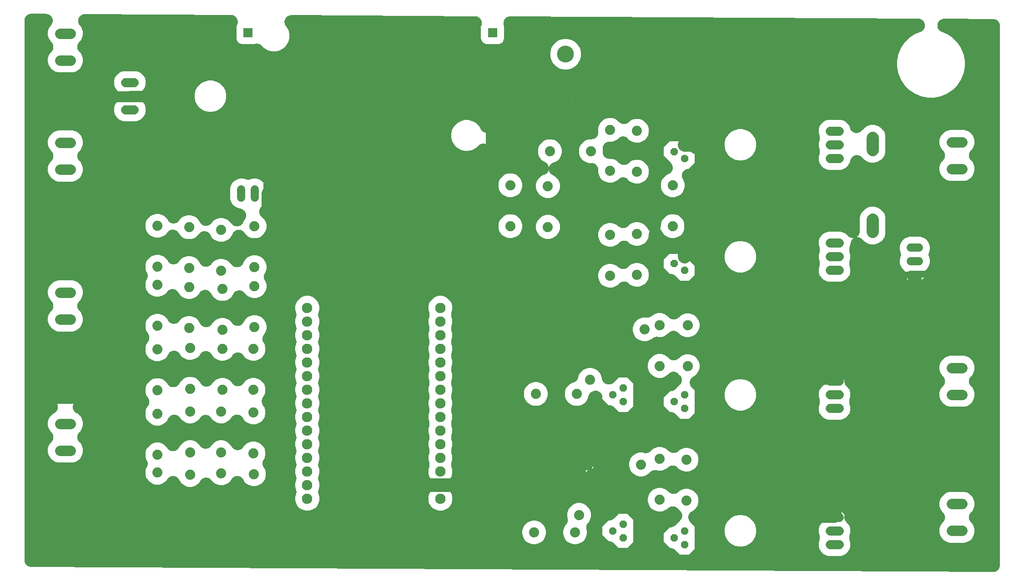
<source format=gbr>
G04 EAGLE Gerber RS-274X export*
G75*
%MOMM*%
%FSLAX34Y34*%
%LPD*%
%INTop Copper*%
%IPPOS*%
%AMOC8*
5,1,8,0,0,1.08239X$1,22.5*%
G01*
%ADD10C,1.524000*%
%ADD11C,2.247900*%
%ADD12R,1.778000X1.778000*%
%ADD13C,1.676400*%
%ADD14C,1.879600*%
%ADD15P,1.429621X8X112.500000*%
%ADD16C,1.930400*%
%ADD17C,1.981200*%
%ADD18P,3.409096X8X292.500000*%
%ADD19C,3.149600*%
%ADD20C,2.540000*%
%ADD21C,2.032000*%
%ADD22C,1.270000*%
%ADD23C,0.152400*%

G36*
X1815672Y2844D02*
X1815672Y2844D01*
X1815812Y2841D01*
X1816175Y2861D01*
X1816538Y2874D01*
X1816678Y2890D01*
X1816818Y2898D01*
X1817179Y2947D01*
X1817539Y2988D01*
X1817677Y3015D01*
X1817817Y3034D01*
X1818171Y3112D01*
X1818528Y3181D01*
X1818664Y3219D01*
X1818801Y3249D01*
X1819149Y3355D01*
X1819499Y3452D01*
X1819631Y3501D01*
X1819766Y3542D01*
X1820104Y3675D01*
X1820445Y3800D01*
X1820573Y3858D01*
X1820704Y3910D01*
X1821031Y4069D01*
X1821361Y4221D01*
X1821483Y4289D01*
X1821610Y4351D01*
X1821923Y4536D01*
X1822240Y4713D01*
X1822357Y4791D01*
X1822478Y4863D01*
X1822775Y5072D01*
X1823077Y5274D01*
X1823188Y5361D01*
X1823303Y5442D01*
X1823582Y5673D01*
X1823868Y5899D01*
X1823971Y5995D01*
X1824079Y6084D01*
X1824339Y6337D01*
X1824606Y6585D01*
X1824701Y6688D01*
X1824802Y6786D01*
X1825042Y7060D01*
X1825288Y7327D01*
X1825374Y7438D01*
X1825467Y7544D01*
X1825685Y7836D01*
X1825908Y8121D01*
X1825985Y8238D01*
X1826070Y8351D01*
X1826264Y8659D01*
X1826464Y8962D01*
X1826532Y9085D01*
X1826607Y9204D01*
X1826775Y9526D01*
X1826951Y9844D01*
X1827009Y9972D01*
X1827074Y10097D01*
X1827217Y10431D01*
X1827367Y10762D01*
X1827415Y10894D01*
X1827470Y11024D01*
X1827585Y11368D01*
X1827708Y11710D01*
X1827745Y11846D01*
X1827790Y11979D01*
X1827878Y12332D01*
X1827974Y12682D01*
X1828000Y12820D01*
X1828034Y12957D01*
X1828094Y13316D01*
X1828161Y13672D01*
X1828177Y13812D01*
X1828200Y13951D01*
X1828231Y14313D01*
X1828270Y14674D01*
X1828274Y14815D01*
X1828286Y14955D01*
X1828299Y15538D01*
X1828299Y1020938D01*
X1828296Y1021009D01*
X1828298Y1021081D01*
X1828277Y1021511D01*
X1828259Y1021945D01*
X1828251Y1022016D01*
X1828247Y1022087D01*
X1828191Y1022514D01*
X1828140Y1022945D01*
X1828125Y1023016D01*
X1828116Y1023086D01*
X1828026Y1023509D01*
X1827941Y1023933D01*
X1827921Y1024002D01*
X1827906Y1024072D01*
X1827783Y1024486D01*
X1827665Y1024902D01*
X1827639Y1024969D01*
X1827619Y1025038D01*
X1827464Y1025441D01*
X1827312Y1025846D01*
X1827282Y1025911D01*
X1827256Y1025978D01*
X1827069Y1026369D01*
X1826886Y1026760D01*
X1826851Y1026822D01*
X1826820Y1026886D01*
X1826602Y1027260D01*
X1826389Y1027636D01*
X1826349Y1027696D01*
X1826313Y1027757D01*
X1826066Y1028112D01*
X1825824Y1028471D01*
X1825779Y1028526D01*
X1825738Y1028585D01*
X1825466Y1028918D01*
X1825194Y1029258D01*
X1825145Y1029310D01*
X1825100Y1029365D01*
X1824800Y1029677D01*
X1824504Y1029992D01*
X1824452Y1030040D01*
X1824402Y1030092D01*
X1824079Y1030379D01*
X1823758Y1030670D01*
X1823702Y1030714D01*
X1823648Y1030761D01*
X1823303Y1031021D01*
X1822961Y1031286D01*
X1822901Y1031325D01*
X1822844Y1031368D01*
X1822479Y1031601D01*
X1822117Y1031837D01*
X1822054Y1031871D01*
X1821994Y1031910D01*
X1821613Y1032112D01*
X1821233Y1032319D01*
X1821167Y1032349D01*
X1821104Y1032382D01*
X1820706Y1032554D01*
X1820312Y1032730D01*
X1820245Y1032754D01*
X1820179Y1032783D01*
X1819769Y1032923D01*
X1819363Y1033067D01*
X1819293Y1033085D01*
X1819226Y1033108D01*
X1818807Y1033215D01*
X1818389Y1033327D01*
X1818318Y1033340D01*
X1818249Y1033358D01*
X1817823Y1033431D01*
X1817398Y1033509D01*
X1817327Y1033516D01*
X1817256Y1033528D01*
X1816826Y1033568D01*
X1816395Y1033612D01*
X1816324Y1033614D01*
X1816252Y1033620D01*
X1815669Y1033637D01*
X1724646Y1034131D01*
X1724585Y1034129D01*
X1724524Y1034131D01*
X1724084Y1034112D01*
X1723639Y1034097D01*
X1723578Y1034090D01*
X1723518Y1034087D01*
X1723079Y1034033D01*
X1722638Y1033982D01*
X1722578Y1033971D01*
X1722517Y1033963D01*
X1722084Y1033874D01*
X1721649Y1033789D01*
X1721590Y1033773D01*
X1721530Y1033760D01*
X1721105Y1033637D01*
X1720678Y1033518D01*
X1720621Y1033497D01*
X1720562Y1033480D01*
X1720148Y1033323D01*
X1719732Y1033171D01*
X1719677Y1033145D01*
X1719620Y1033124D01*
X1719218Y1032934D01*
X1718817Y1032750D01*
X1718764Y1032720D01*
X1718708Y1032694D01*
X1718324Y1032473D01*
X1717938Y1032257D01*
X1717887Y1032223D01*
X1717834Y1032193D01*
X1717469Y1031943D01*
X1717100Y1031697D01*
X1717052Y1031659D01*
X1717002Y1031624D01*
X1716656Y1031346D01*
X1716310Y1031071D01*
X1716265Y1031030D01*
X1716218Y1030992D01*
X1715895Y1030686D01*
X1715571Y1030385D01*
X1715530Y1030341D01*
X1715486Y1030299D01*
X1715188Y1029968D01*
X1714890Y1029643D01*
X1714852Y1029595D01*
X1714811Y1029550D01*
X1714543Y1029199D01*
X1714269Y1028849D01*
X1714235Y1028798D01*
X1714199Y1028750D01*
X1713959Y1028380D01*
X1713714Y1028009D01*
X1713684Y1027955D01*
X1713651Y1027904D01*
X1713442Y1027516D01*
X1713226Y1027126D01*
X1713201Y1027070D01*
X1713172Y1027017D01*
X1712994Y1026614D01*
X1712811Y1026208D01*
X1712790Y1026151D01*
X1712765Y1026095D01*
X1712620Y1025679D01*
X1712469Y1025260D01*
X1712453Y1025201D01*
X1712433Y1025144D01*
X1712320Y1024715D01*
X1712204Y1024288D01*
X1712192Y1024229D01*
X1712177Y1024169D01*
X1712098Y1023733D01*
X1712016Y1023298D01*
X1712009Y1023237D01*
X1711999Y1023177D01*
X1711955Y1022737D01*
X1711908Y1022296D01*
X1711906Y1022235D01*
X1711900Y1022174D01*
X1711892Y1021732D01*
X1711879Y1021289D01*
X1711882Y1021228D01*
X1711881Y1021167D01*
X1711908Y1020725D01*
X1711930Y1020282D01*
X1711938Y1020222D01*
X1711942Y1020161D01*
X1712004Y1019722D01*
X1712061Y1019283D01*
X1712074Y1019224D01*
X1712082Y1019163D01*
X1712179Y1018730D01*
X1712271Y1018298D01*
X1712288Y1018239D01*
X1712302Y1018179D01*
X1712432Y1017756D01*
X1712558Y1017332D01*
X1712580Y1017275D01*
X1712598Y1017216D01*
X1712761Y1016806D01*
X1712921Y1016392D01*
X1712948Y1016336D01*
X1712970Y1016280D01*
X1713166Y1015883D01*
X1713358Y1015483D01*
X1713388Y1015431D01*
X1713415Y1015376D01*
X1713643Y1014993D01*
X1713865Y1014612D01*
X1713899Y1014562D01*
X1713931Y1014510D01*
X1714187Y1014148D01*
X1714439Y1013784D01*
X1714478Y1013737D01*
X1714513Y1013687D01*
X1714796Y1013348D01*
X1715077Y1013005D01*
X1715120Y1012960D01*
X1715159Y1012914D01*
X1715469Y1012597D01*
X1715776Y1012278D01*
X1715821Y1012237D01*
X1715864Y1012194D01*
X1716198Y1011903D01*
X1716529Y1011609D01*
X1716578Y1011572D01*
X1716624Y1011532D01*
X1716980Y1011269D01*
X1717333Y1011001D01*
X1717385Y1010969D01*
X1717434Y1010932D01*
X1717809Y1010699D01*
X1718183Y1010460D01*
X1718237Y1010431D01*
X1718289Y1010399D01*
X1718682Y1010195D01*
X1719073Y1009988D01*
X1719129Y1009963D01*
X1719184Y1009935D01*
X1719718Y1009699D01*
X1729700Y1005565D01*
X1739969Y998703D01*
X1748703Y989969D01*
X1755565Y979700D01*
X1760291Y968289D01*
X1762701Y956175D01*
X1762701Y943825D01*
X1760291Y931711D01*
X1755565Y920300D01*
X1748703Y910031D01*
X1739969Y901297D01*
X1729700Y894435D01*
X1718289Y889709D01*
X1706175Y887299D01*
X1693825Y887299D01*
X1681711Y889709D01*
X1670300Y894435D01*
X1660031Y901297D01*
X1651297Y910031D01*
X1644435Y920300D01*
X1639709Y931711D01*
X1637299Y943825D01*
X1637299Y956175D01*
X1639709Y968289D01*
X1644435Y979700D01*
X1651297Y989969D01*
X1660031Y998703D01*
X1670300Y1005565D01*
X1680919Y1009963D01*
X1681372Y1010172D01*
X1681819Y1010378D01*
X1681826Y1010382D01*
X1681834Y1010385D01*
X1682265Y1010628D01*
X1682699Y1010870D01*
X1682705Y1010875D01*
X1682712Y1010879D01*
X1683122Y1011154D01*
X1683536Y1011431D01*
X1683542Y1011436D01*
X1683549Y1011440D01*
X1683932Y1011744D01*
X1684326Y1012056D01*
X1684332Y1012062D01*
X1684339Y1012067D01*
X1684698Y1012401D01*
X1685065Y1012742D01*
X1685070Y1012748D01*
X1685076Y1012753D01*
X1685415Y1013124D01*
X1685746Y1013484D01*
X1685751Y1013491D01*
X1685757Y1013497D01*
X1686066Y1013893D01*
X1686367Y1014278D01*
X1686371Y1014285D01*
X1686376Y1014291D01*
X1686650Y1014706D01*
X1686923Y1015119D01*
X1686926Y1015126D01*
X1686931Y1015133D01*
X1687166Y1015559D01*
X1687410Y1016001D01*
X1687413Y1016008D01*
X1687417Y1016015D01*
X1687619Y1016463D01*
X1687826Y1016919D01*
X1687828Y1016927D01*
X1687832Y1016934D01*
X1687996Y1017392D01*
X1688167Y1017867D01*
X1688169Y1017875D01*
X1688172Y1017882D01*
X1688303Y1018364D01*
X1688433Y1018839D01*
X1688434Y1018847D01*
X1688436Y1018855D01*
X1688529Y1019345D01*
X1688620Y1019830D01*
X1688621Y1019838D01*
X1688623Y1019845D01*
X1688674Y1020329D01*
X1688729Y1020831D01*
X1688729Y1020839D01*
X1688730Y1020847D01*
X1688743Y1021340D01*
X1688757Y1021839D01*
X1688757Y1021847D01*
X1688757Y1021855D01*
X1688731Y1022347D01*
X1688706Y1022845D01*
X1688705Y1022853D01*
X1688705Y1022861D01*
X1688639Y1023359D01*
X1688575Y1023844D01*
X1688573Y1023852D01*
X1688572Y1023860D01*
X1688468Y1024348D01*
X1688365Y1024830D01*
X1688363Y1024838D01*
X1688361Y1024845D01*
X1688221Y1025315D01*
X1688078Y1025796D01*
X1688075Y1025803D01*
X1688073Y1025811D01*
X1687895Y1026270D01*
X1687715Y1026736D01*
X1687711Y1026743D01*
X1687709Y1026751D01*
X1687497Y1027190D01*
X1687279Y1027644D01*
X1687274Y1027651D01*
X1687271Y1027658D01*
X1687022Y1028086D01*
X1686772Y1028515D01*
X1686767Y1028522D01*
X1686763Y1028529D01*
X1686482Y1028932D01*
X1686197Y1029343D01*
X1686192Y1029350D01*
X1686187Y1029356D01*
X1685873Y1029740D01*
X1685559Y1030123D01*
X1685553Y1030129D01*
X1685548Y1030135D01*
X1685205Y1030491D01*
X1684861Y1030850D01*
X1684855Y1030855D01*
X1684849Y1030861D01*
X1684484Y1031185D01*
X1684107Y1031519D01*
X1684101Y1031524D01*
X1684095Y1031529D01*
X1683701Y1031826D01*
X1683303Y1032126D01*
X1683296Y1032130D01*
X1683290Y1032135D01*
X1682865Y1032405D01*
X1682453Y1032668D01*
X1682446Y1032671D01*
X1682439Y1032676D01*
X1681985Y1032916D01*
X1681563Y1033140D01*
X1681556Y1033143D01*
X1681548Y1033147D01*
X1681085Y1033347D01*
X1680638Y1033541D01*
X1680630Y1033543D01*
X1680623Y1033546D01*
X1680157Y1033705D01*
X1679684Y1033866D01*
X1679677Y1033868D01*
X1679669Y1033871D01*
X1679188Y1033993D01*
X1678708Y1034115D01*
X1678700Y1034117D01*
X1678692Y1034119D01*
X1678201Y1034203D01*
X1677715Y1034286D01*
X1677707Y1034287D01*
X1677699Y1034288D01*
X1677203Y1034333D01*
X1676711Y1034378D01*
X1676701Y1034378D01*
X1676695Y1034379D01*
X1676675Y1034379D01*
X1676128Y1034395D01*
X916940Y1038518D01*
X916826Y1038515D01*
X916712Y1038518D01*
X916323Y1038497D01*
X915933Y1038484D01*
X915819Y1038471D01*
X915705Y1038465D01*
X915319Y1038414D01*
X914932Y1038370D01*
X914820Y1038348D01*
X914706Y1038333D01*
X914325Y1038251D01*
X913942Y1038176D01*
X913833Y1038146D01*
X913721Y1038122D01*
X913347Y1038010D01*
X912972Y1037905D01*
X912865Y1037866D01*
X912755Y1037833D01*
X912391Y1037692D01*
X912026Y1037558D01*
X911922Y1037510D01*
X911816Y1037469D01*
X911464Y1037300D01*
X911110Y1037137D01*
X911011Y1037081D01*
X910908Y1037032D01*
X910571Y1036835D01*
X910231Y1036644D01*
X910136Y1036581D01*
X910038Y1036523D01*
X909718Y1036301D01*
X909394Y1036084D01*
X909304Y1036013D01*
X909210Y1035948D01*
X908909Y1035701D01*
X908603Y1035459D01*
X908520Y1035381D01*
X908431Y1035309D01*
X908151Y1035038D01*
X907865Y1034773D01*
X907788Y1034689D01*
X907706Y1034610D01*
X907447Y1034317D01*
X907183Y1034031D01*
X907113Y1033941D01*
X907037Y1033855D01*
X906802Y1033543D01*
X906563Y1033237D01*
X906500Y1033141D01*
X906431Y1033050D01*
X906222Y1032721D01*
X906007Y1032396D01*
X905952Y1032296D01*
X905891Y1032200D01*
X905709Y1031855D01*
X905520Y1031514D01*
X905473Y1031410D01*
X905419Y1031309D01*
X905265Y1030951D01*
X905104Y1030596D01*
X905065Y1030488D01*
X905020Y1030384D01*
X904895Y1030015D01*
X904762Y1029648D01*
X904732Y1029538D01*
X904696Y1029430D01*
X904600Y1029051D01*
X904497Y1028676D01*
X904476Y1028564D01*
X904448Y1028453D01*
X904382Y1028068D01*
X904310Y1027685D01*
X904297Y1027572D01*
X904278Y1027459D01*
X904243Y1027071D01*
X904201Y1026684D01*
X904198Y1026569D01*
X904188Y1026456D01*
X904184Y1026066D01*
X904172Y1025676D01*
X904178Y1025562D01*
X904177Y1025448D01*
X904204Y1025059D01*
X904224Y1024670D01*
X904239Y1024557D01*
X904247Y1024443D01*
X904304Y1024057D01*
X904355Y1023671D01*
X904378Y1023559D01*
X904395Y1023446D01*
X904484Y1023065D01*
X904565Y1022685D01*
X904597Y1022576D01*
X904623Y1022464D01*
X904741Y1022093D01*
X904852Y1021719D01*
X904893Y1021613D01*
X904927Y1021504D01*
X905138Y1020960D01*
X905666Y1019686D01*
X905666Y996854D01*
X903732Y992186D01*
X900159Y988613D01*
X895491Y986679D01*
X872659Y986679D01*
X867991Y988613D01*
X864418Y992186D01*
X862484Y996854D01*
X862484Y1019686D01*
X863159Y1021315D01*
X863174Y1021357D01*
X863193Y1021398D01*
X863348Y1021829D01*
X863507Y1022261D01*
X863519Y1022304D01*
X863535Y1022347D01*
X863655Y1022788D01*
X863780Y1023231D01*
X863788Y1023276D01*
X863800Y1023319D01*
X863885Y1023766D01*
X863974Y1024220D01*
X863979Y1024265D01*
X863988Y1024309D01*
X864037Y1024763D01*
X864090Y1025221D01*
X864091Y1025266D01*
X864096Y1025311D01*
X864109Y1025769D01*
X864125Y1026228D01*
X864123Y1026273D01*
X864125Y1026318D01*
X864101Y1026776D01*
X864081Y1027235D01*
X864076Y1027279D01*
X864073Y1027324D01*
X864014Y1027778D01*
X863957Y1028235D01*
X863948Y1028279D01*
X863942Y1028324D01*
X863847Y1028773D01*
X863755Y1029222D01*
X863742Y1029265D01*
X863733Y1029309D01*
X863602Y1029748D01*
X863474Y1030190D01*
X863458Y1030232D01*
X863445Y1030275D01*
X863281Y1030702D01*
X863118Y1031132D01*
X863099Y1031173D01*
X863082Y1031215D01*
X862884Y1031629D01*
X862688Y1032044D01*
X862666Y1032083D01*
X862646Y1032124D01*
X862416Y1032520D01*
X862187Y1032918D01*
X862162Y1032956D01*
X862139Y1032995D01*
X861877Y1033372D01*
X861619Y1033750D01*
X861590Y1033785D01*
X861565Y1033823D01*
X861273Y1034178D01*
X860986Y1034535D01*
X860955Y1034567D01*
X860926Y1034602D01*
X860611Y1034931D01*
X860293Y1035266D01*
X860259Y1035297D01*
X860228Y1035329D01*
X859885Y1035633D01*
X859544Y1035941D01*
X859508Y1035968D01*
X859475Y1035998D01*
X859109Y1036274D01*
X858744Y1036554D01*
X858706Y1036578D01*
X858670Y1036605D01*
X858285Y1036851D01*
X857898Y1037101D01*
X857858Y1037123D01*
X857820Y1037147D01*
X857418Y1037361D01*
X857011Y1037580D01*
X856970Y1037598D01*
X856930Y1037619D01*
X856510Y1037801D01*
X856089Y1037987D01*
X856047Y1038002D01*
X856005Y1038020D01*
X855572Y1038168D01*
X855138Y1038320D01*
X855094Y1038331D01*
X855052Y1038346D01*
X854608Y1038459D01*
X854164Y1038576D01*
X854119Y1038584D01*
X854075Y1038595D01*
X853623Y1038673D01*
X853172Y1038754D01*
X853127Y1038758D01*
X853082Y1038766D01*
X852627Y1038807D01*
X852169Y1038852D01*
X852123Y1038853D01*
X852079Y1038857D01*
X851495Y1038874D01*
X509545Y1040731D01*
X509458Y1040728D01*
X509370Y1040731D01*
X508955Y1040711D01*
X508538Y1040697D01*
X508450Y1040687D01*
X508363Y1040683D01*
X507951Y1040630D01*
X507537Y1040583D01*
X507451Y1040566D01*
X507364Y1040555D01*
X506957Y1040469D01*
X506548Y1040389D01*
X506463Y1040366D01*
X506377Y1040348D01*
X505978Y1040230D01*
X505577Y1040118D01*
X505495Y1040088D01*
X505411Y1040063D01*
X505021Y1039914D01*
X504631Y1039771D01*
X504552Y1039734D01*
X504469Y1039703D01*
X504093Y1039524D01*
X503716Y1039350D01*
X503639Y1039307D01*
X503560Y1039269D01*
X503199Y1039061D01*
X502836Y1038857D01*
X502764Y1038809D01*
X502687Y1038765D01*
X502345Y1038528D01*
X501999Y1038297D01*
X501930Y1038242D01*
X501858Y1038193D01*
X501536Y1037930D01*
X501209Y1037672D01*
X501144Y1037612D01*
X501076Y1037557D01*
X500775Y1037269D01*
X500470Y1036986D01*
X500411Y1036921D01*
X500347Y1036861D01*
X500070Y1036550D01*
X499789Y1036243D01*
X499735Y1036174D01*
X499676Y1036109D01*
X499424Y1035777D01*
X499168Y1035449D01*
X499120Y1035376D01*
X499067Y1035306D01*
X498842Y1034956D01*
X498612Y1034609D01*
X498570Y1034532D01*
X498523Y1034458D01*
X498327Y1034092D01*
X498125Y1033727D01*
X498089Y1033647D01*
X498048Y1033569D01*
X497882Y1033189D01*
X497709Y1032809D01*
X497680Y1032726D01*
X497645Y1032646D01*
X497509Y1032253D01*
X497368Y1031861D01*
X497345Y1031776D01*
X497316Y1031693D01*
X497212Y1031290D01*
X497102Y1030888D01*
X497086Y1030803D01*
X497064Y1030717D01*
X496992Y1030307D01*
X496915Y1029898D01*
X496905Y1029811D01*
X496890Y1029725D01*
X496851Y1029309D01*
X496806Y1028896D01*
X496804Y1028809D01*
X496796Y1028721D01*
X496790Y1028305D01*
X496778Y1027889D01*
X496782Y1027801D01*
X496781Y1027714D01*
X496808Y1027298D01*
X496829Y1026883D01*
X496840Y1026796D01*
X496846Y1026708D01*
X496906Y1026295D01*
X496960Y1025883D01*
X496978Y1025798D01*
X496991Y1025711D01*
X497083Y1025304D01*
X497170Y1024898D01*
X497195Y1024814D01*
X497214Y1024728D01*
X497339Y1024330D01*
X497457Y1023932D01*
X497489Y1023850D01*
X497515Y1023766D01*
X497670Y1023380D01*
X497820Y1022992D01*
X497858Y1022912D01*
X497891Y1022831D01*
X498076Y1022459D01*
X498256Y1022083D01*
X498300Y1022008D01*
X498340Y1021929D01*
X498555Y1021571D01*
X498763Y1021213D01*
X498813Y1021141D01*
X498859Y1021065D01*
X499101Y1020726D01*
X499338Y1020385D01*
X499394Y1020317D01*
X499444Y1020245D01*
X499712Y1019927D01*
X499957Y1019629D01*
X503785Y1012998D01*
X505741Y1005699D01*
X505741Y998141D01*
X503785Y990842D01*
X500006Y984297D01*
X494663Y978954D01*
X488118Y975175D01*
X480819Y973219D01*
X473261Y973219D01*
X465962Y975175D01*
X459417Y978954D01*
X454325Y984046D01*
X454227Y984136D01*
X454135Y984232D01*
X453857Y984478D01*
X453585Y984730D01*
X453481Y984812D01*
X453381Y984900D01*
X453084Y985124D01*
X452792Y985353D01*
X452682Y985426D01*
X452576Y985506D01*
X452263Y985705D01*
X451953Y985911D01*
X451837Y985976D01*
X451725Y986047D01*
X451398Y986220D01*
X451073Y986401D01*
X450952Y986456D01*
X450835Y986518D01*
X450494Y986665D01*
X450156Y986819D01*
X450031Y986865D01*
X449909Y986917D01*
X449558Y987037D01*
X449209Y987164D01*
X449081Y987199D01*
X448955Y987242D01*
X448596Y987333D01*
X448238Y987432D01*
X448107Y987457D01*
X447979Y987490D01*
X447613Y987552D01*
X447248Y987622D01*
X447116Y987637D01*
X446985Y987659D01*
X446615Y987693D01*
X446246Y987734D01*
X446114Y987738D01*
X445982Y987750D01*
X445611Y987754D01*
X445239Y987765D01*
X445106Y987759D01*
X444974Y987760D01*
X444604Y987735D01*
X444233Y987717D01*
X444101Y987700D01*
X443969Y987691D01*
X443602Y987636D01*
X443233Y987589D01*
X443103Y987561D01*
X442972Y987542D01*
X442611Y987458D01*
X442247Y987382D01*
X442119Y987344D01*
X441990Y987314D01*
X441637Y987202D01*
X441280Y987097D01*
X441156Y987050D01*
X441030Y987010D01*
X440485Y986799D01*
X440196Y986679D01*
X417364Y986679D01*
X412696Y988613D01*
X409123Y992186D01*
X407189Y996854D01*
X407189Y1019686D01*
X408886Y1023783D01*
X408902Y1023825D01*
X408920Y1023866D01*
X409076Y1024299D01*
X409234Y1024728D01*
X409247Y1024771D01*
X409262Y1024814D01*
X409382Y1025256D01*
X409507Y1025698D01*
X409516Y1025743D01*
X409527Y1025786D01*
X409612Y1026235D01*
X409701Y1026687D01*
X409706Y1026732D01*
X409715Y1026776D01*
X409764Y1027234D01*
X409817Y1027688D01*
X409818Y1027733D01*
X409823Y1027778D01*
X409836Y1028239D01*
X409853Y1028695D01*
X409851Y1028740D01*
X409852Y1028786D01*
X409828Y1029244D01*
X409808Y1029702D01*
X409803Y1029747D01*
X409801Y1029792D01*
X409741Y1030247D01*
X409684Y1030702D01*
X409675Y1030746D01*
X409670Y1030791D01*
X409574Y1031241D01*
X409482Y1031689D01*
X409469Y1031733D01*
X409460Y1031777D01*
X409329Y1032217D01*
X409201Y1032657D01*
X409185Y1032700D01*
X409172Y1032743D01*
X409007Y1033171D01*
X408845Y1033600D01*
X408826Y1033641D01*
X408810Y1033683D01*
X408611Y1034095D01*
X408415Y1034511D01*
X408393Y1034551D01*
X408373Y1034591D01*
X408143Y1034986D01*
X407914Y1035386D01*
X407889Y1035423D01*
X407866Y1035462D01*
X407604Y1035839D01*
X407346Y1036218D01*
X407317Y1036253D01*
X407292Y1036290D01*
X407002Y1036644D01*
X406713Y1037002D01*
X406682Y1037035D01*
X406653Y1037070D01*
X406336Y1037400D01*
X406020Y1037734D01*
X405986Y1037764D01*
X405955Y1037797D01*
X405613Y1038101D01*
X405271Y1038408D01*
X405235Y1038436D01*
X405202Y1038466D01*
X404835Y1038743D01*
X404471Y1039021D01*
X404434Y1039046D01*
X404397Y1039073D01*
X404009Y1039321D01*
X403625Y1039569D01*
X403586Y1039590D01*
X403547Y1039614D01*
X403143Y1039829D01*
X402738Y1040048D01*
X402697Y1040066D01*
X402657Y1040087D01*
X402237Y1040269D01*
X401817Y1040455D01*
X401774Y1040469D01*
X401733Y1040487D01*
X401299Y1040636D01*
X400865Y1040787D01*
X400821Y1040799D01*
X400779Y1040813D01*
X400335Y1040926D01*
X399891Y1041043D01*
X399846Y1041051D01*
X399803Y1041062D01*
X399351Y1041140D01*
X398899Y1041221D01*
X398854Y1041226D01*
X398809Y1041233D01*
X398354Y1041275D01*
X397896Y1041320D01*
X397851Y1041321D01*
X397806Y1041325D01*
X397222Y1041341D01*
X125432Y1042818D01*
X125345Y1042815D01*
X125257Y1042818D01*
X124842Y1042798D01*
X124425Y1042783D01*
X124338Y1042773D01*
X124251Y1042769D01*
X123839Y1042716D01*
X123424Y1042669D01*
X123338Y1042652D01*
X123251Y1042641D01*
X122845Y1042556D01*
X122435Y1042476D01*
X122350Y1042452D01*
X122265Y1042434D01*
X121866Y1042317D01*
X121464Y1042205D01*
X121382Y1042174D01*
X121298Y1042150D01*
X120908Y1042000D01*
X120518Y1041857D01*
X120439Y1041821D01*
X120357Y1041789D01*
X119980Y1041610D01*
X119603Y1041436D01*
X119527Y1041393D01*
X119447Y1041356D01*
X119087Y1041147D01*
X118724Y1040944D01*
X118651Y1040895D01*
X118575Y1040851D01*
X118232Y1040615D01*
X117886Y1040383D01*
X117818Y1040329D01*
X117745Y1040279D01*
X117423Y1040016D01*
X117096Y1039758D01*
X117032Y1039698D01*
X116964Y1039643D01*
X116663Y1039356D01*
X116358Y1039072D01*
X116298Y1039008D01*
X116235Y1038947D01*
X115957Y1038636D01*
X115676Y1038330D01*
X115622Y1038261D01*
X115564Y1038196D01*
X115311Y1037863D01*
X115055Y1037536D01*
X115007Y1037463D01*
X114954Y1037393D01*
X114729Y1037042D01*
X114500Y1036695D01*
X114457Y1036619D01*
X114410Y1036545D01*
X114214Y1036178D01*
X114013Y1035813D01*
X113976Y1035733D01*
X113935Y1035656D01*
X113769Y1035275D01*
X113597Y1034895D01*
X113567Y1034813D01*
X113532Y1034732D01*
X113397Y1034340D01*
X113255Y1033947D01*
X113232Y1033862D01*
X113203Y1033780D01*
X113099Y1033377D01*
X112990Y1032975D01*
X112973Y1032889D01*
X112951Y1032804D01*
X112879Y1032393D01*
X112802Y1031985D01*
X112793Y1031898D01*
X112778Y1031811D01*
X112738Y1031396D01*
X112694Y1030983D01*
X112691Y1030895D01*
X112683Y1030808D01*
X112677Y1030391D01*
X112665Y1029976D01*
X112670Y1029888D01*
X112668Y1029801D01*
X112695Y1029385D01*
X112716Y1028969D01*
X112728Y1028883D01*
X112733Y1028795D01*
X112793Y1028382D01*
X112847Y1027970D01*
X112866Y1027884D01*
X112878Y1027798D01*
X112970Y1027392D01*
X113057Y1026984D01*
X113082Y1026900D01*
X113102Y1026815D01*
X113226Y1026417D01*
X113344Y1026018D01*
X113376Y1025937D01*
X113402Y1025853D01*
X113557Y1025467D01*
X113707Y1025078D01*
X113745Y1024999D01*
X113778Y1024918D01*
X113963Y1024545D01*
X114144Y1024170D01*
X114188Y1024094D01*
X114227Y1024016D01*
X114442Y1023658D01*
X114651Y1023299D01*
X114701Y1023227D01*
X114746Y1023152D01*
X114988Y1022813D01*
X115225Y1022471D01*
X115281Y1022403D01*
X115332Y1022332D01*
X115599Y1022014D01*
X115864Y1021691D01*
X115924Y1021628D01*
X115981Y1021561D01*
X116384Y1021139D01*
X116896Y1020627D01*
X119872Y1015472D01*
X121413Y1009722D01*
X121413Y1003770D01*
X119872Y998020D01*
X116896Y992865D01*
X114737Y990707D01*
X114665Y990629D01*
X114589Y990555D01*
X114323Y990258D01*
X114054Y989966D01*
X113988Y989883D01*
X113917Y989804D01*
X113676Y989487D01*
X113431Y989174D01*
X113372Y989086D01*
X113308Y989001D01*
X113093Y988666D01*
X112873Y988335D01*
X112821Y988242D01*
X112764Y988153D01*
X112576Y987802D01*
X112383Y987454D01*
X112339Y987358D01*
X112289Y987264D01*
X112130Y986900D01*
X111964Y986538D01*
X111928Y986438D01*
X111886Y986341D01*
X111756Y985964D01*
X111620Y985591D01*
X111592Y985489D01*
X111557Y985388D01*
X111458Y985003D01*
X111352Y984619D01*
X111332Y984515D01*
X111305Y984412D01*
X111237Y984021D01*
X111161Y983630D01*
X111150Y983524D01*
X111131Y983420D01*
X111094Y983024D01*
X111050Y982628D01*
X111047Y982522D01*
X111037Y982416D01*
X111031Y982019D01*
X111018Y981621D01*
X111024Y981515D01*
X111022Y981409D01*
X111048Y981012D01*
X111067Y980614D01*
X111080Y980509D01*
X111087Y980403D01*
X111144Y980008D01*
X111195Y979615D01*
X111217Y979511D01*
X111232Y979406D01*
X111320Y979018D01*
X111402Y978628D01*
X111432Y978527D01*
X111455Y978423D01*
X111574Y978044D01*
X111686Y977662D01*
X111724Y977562D01*
X111756Y977461D01*
X111904Y977093D01*
X112046Y976721D01*
X112092Y976625D01*
X112132Y976526D01*
X112309Y976170D01*
X112480Y975811D01*
X112533Y975719D01*
X112581Y975624D01*
X112786Y975283D01*
X112985Y974939D01*
X113045Y974851D01*
X113100Y974760D01*
X113331Y974436D01*
X113557Y974109D01*
X113624Y974027D01*
X113685Y973940D01*
X113942Y973636D01*
X114193Y973327D01*
X114266Y973250D01*
X114334Y973169D01*
X114738Y972747D01*
X116896Y970589D01*
X119872Y965434D01*
X121413Y959684D01*
X121413Y953732D01*
X119872Y947982D01*
X116896Y942827D01*
X112687Y938618D01*
X107532Y935642D01*
X101782Y934101D01*
X76018Y934101D01*
X70268Y935642D01*
X65113Y938618D01*
X60904Y942827D01*
X57928Y947982D01*
X56387Y953732D01*
X56387Y959684D01*
X57928Y965434D01*
X60904Y970589D01*
X63062Y972747D01*
X63135Y972825D01*
X63211Y972899D01*
X63476Y973195D01*
X63746Y973488D01*
X63812Y973571D01*
X63883Y973650D01*
X64123Y973967D01*
X64369Y974280D01*
X64428Y974368D01*
X64492Y974453D01*
X64706Y974787D01*
X64927Y975119D01*
X64979Y975212D01*
X65036Y975301D01*
X65223Y975651D01*
X65417Y975999D01*
X65461Y976096D01*
X65511Y976190D01*
X65670Y976554D01*
X65836Y976916D01*
X65872Y977016D01*
X65914Y977113D01*
X66044Y977490D01*
X66180Y977863D01*
X66208Y977966D01*
X66243Y978066D01*
X66342Y978451D01*
X66448Y978835D01*
X66468Y978939D01*
X66495Y979042D01*
X66564Y979435D01*
X66639Y979824D01*
X66650Y979929D01*
X66669Y980034D01*
X66706Y980432D01*
X66750Y980826D01*
X66753Y980932D01*
X66763Y981038D01*
X66769Y981436D01*
X66782Y981833D01*
X66776Y981939D01*
X66778Y982045D01*
X66752Y982442D01*
X66733Y982840D01*
X66720Y982945D01*
X66713Y983051D01*
X66656Y983444D01*
X66605Y983839D01*
X66583Y983943D01*
X66568Y984048D01*
X66480Y984435D01*
X66398Y984825D01*
X66368Y984927D01*
X66345Y985031D01*
X66226Y985411D01*
X66114Y985792D01*
X66076Y985891D01*
X66044Y985993D01*
X65895Y986363D01*
X65754Y986733D01*
X65708Y986829D01*
X65668Y986928D01*
X65491Y987284D01*
X65320Y987643D01*
X65267Y987735D01*
X65219Y987830D01*
X65015Y988171D01*
X64815Y988515D01*
X64755Y988603D01*
X64700Y988694D01*
X64469Y989018D01*
X64243Y989345D01*
X64176Y989427D01*
X64115Y989514D01*
X63859Y989817D01*
X63607Y990127D01*
X63534Y990204D01*
X63466Y990285D01*
X63063Y990707D01*
X60904Y992865D01*
X57928Y998020D01*
X56387Y1003770D01*
X56387Y1009722D01*
X57928Y1015472D01*
X60904Y1020627D01*
X61810Y1021533D01*
X61823Y1021546D01*
X61836Y1021559D01*
X62165Y1021918D01*
X62494Y1022273D01*
X62505Y1022288D01*
X62518Y1022302D01*
X62815Y1022682D01*
X63117Y1023065D01*
X63127Y1023081D01*
X63139Y1023095D01*
X63404Y1023497D01*
X63675Y1023904D01*
X63684Y1023921D01*
X63694Y1023936D01*
X63928Y1024359D01*
X64165Y1024785D01*
X64173Y1024802D01*
X64181Y1024818D01*
X64381Y1025258D01*
X64583Y1025702D01*
X64590Y1025719D01*
X64597Y1025736D01*
X64763Y1026195D01*
X64928Y1026649D01*
X64933Y1026667D01*
X64939Y1026684D01*
X65066Y1027150D01*
X65196Y1027620D01*
X65199Y1027639D01*
X65204Y1027656D01*
X65294Y1028129D01*
X65386Y1028610D01*
X65388Y1028628D01*
X65392Y1028647D01*
X65444Y1029133D01*
X65498Y1029611D01*
X65498Y1029630D01*
X65500Y1029649D01*
X65514Y1030133D01*
X65529Y1030619D01*
X65528Y1030637D01*
X65529Y1030656D01*
X65504Y1031139D01*
X65481Y1031625D01*
X65479Y1031644D01*
X65478Y1031662D01*
X65415Y1032142D01*
X65353Y1032625D01*
X65349Y1032643D01*
X65347Y1032661D01*
X65246Y1033136D01*
X65146Y1033611D01*
X65141Y1033629D01*
X65137Y1033647D01*
X64999Y1034111D01*
X64862Y1034578D01*
X64855Y1034595D01*
X64850Y1034613D01*
X64675Y1035065D01*
X64501Y1035519D01*
X64493Y1035536D01*
X64487Y1035553D01*
X64276Y1035991D01*
X64068Y1036429D01*
X64058Y1036445D01*
X64050Y1036462D01*
X63808Y1036877D01*
X63563Y1037301D01*
X63552Y1037316D01*
X63543Y1037332D01*
X63265Y1037733D01*
X62991Y1038131D01*
X62979Y1038145D01*
X62969Y1038160D01*
X62661Y1038536D01*
X62355Y1038912D01*
X62342Y1038926D01*
X62330Y1038940D01*
X61995Y1039289D01*
X61659Y1039641D01*
X61645Y1039653D01*
X61632Y1039667D01*
X61271Y1039988D01*
X60907Y1040312D01*
X60892Y1040324D01*
X60879Y1040336D01*
X60500Y1040622D01*
X60105Y1040922D01*
X60089Y1040932D01*
X60074Y1040943D01*
X59668Y1041202D01*
X59257Y1041466D01*
X59240Y1041475D01*
X59225Y1041485D01*
X58798Y1041711D01*
X58368Y1041941D01*
X58351Y1041949D01*
X58334Y1041957D01*
X57891Y1042149D01*
X57444Y1042344D01*
X57427Y1042350D01*
X57410Y1042358D01*
X56952Y1042514D01*
X56492Y1042673D01*
X56473Y1042677D01*
X56456Y1042683D01*
X55987Y1042803D01*
X55516Y1042925D01*
X55498Y1042928D01*
X55480Y1042933D01*
X55000Y1043015D01*
X54523Y1043099D01*
X54505Y1043100D01*
X54486Y1043103D01*
X54008Y1043147D01*
X53520Y1043193D01*
X53501Y1043193D01*
X53483Y1043195D01*
X52899Y1043212D01*
X25469Y1043361D01*
X25328Y1043356D01*
X25188Y1043359D01*
X24825Y1043339D01*
X24462Y1043326D01*
X24322Y1043310D01*
X24182Y1043302D01*
X23821Y1043253D01*
X23461Y1043212D01*
X23323Y1043185D01*
X23183Y1043166D01*
X22829Y1043088D01*
X22472Y1043019D01*
X22336Y1042981D01*
X22199Y1042951D01*
X21851Y1042845D01*
X21501Y1042748D01*
X21369Y1042699D01*
X21234Y1042658D01*
X20896Y1042525D01*
X20555Y1042400D01*
X20427Y1042342D01*
X20296Y1042290D01*
X19969Y1042131D01*
X19639Y1041979D01*
X19517Y1041911D01*
X19390Y1041849D01*
X19077Y1041664D01*
X18760Y1041487D01*
X18643Y1041409D01*
X18522Y1041337D01*
X18225Y1041128D01*
X17923Y1040926D01*
X17812Y1040839D01*
X17697Y1040758D01*
X17418Y1040527D01*
X17132Y1040301D01*
X17029Y1040205D01*
X16921Y1040116D01*
X16661Y1039863D01*
X16394Y1039615D01*
X16299Y1039512D01*
X16198Y1039414D01*
X15958Y1039140D01*
X15712Y1038873D01*
X15626Y1038762D01*
X15533Y1038656D01*
X15315Y1038364D01*
X15092Y1038079D01*
X15015Y1037962D01*
X14930Y1037849D01*
X14736Y1037541D01*
X14536Y1037238D01*
X14468Y1037115D01*
X14393Y1036996D01*
X14225Y1036674D01*
X14049Y1036356D01*
X13991Y1036228D01*
X13926Y1036103D01*
X13783Y1035769D01*
X13633Y1035438D01*
X13585Y1035306D01*
X13530Y1035176D01*
X13415Y1034832D01*
X13292Y1034490D01*
X13255Y1034354D01*
X13210Y1034221D01*
X13122Y1033868D01*
X13026Y1033518D01*
X13000Y1033380D01*
X12966Y1033243D01*
X12906Y1032884D01*
X12839Y1032528D01*
X12823Y1032388D01*
X12800Y1032249D01*
X12769Y1031887D01*
X12730Y1031526D01*
X12726Y1031385D01*
X12714Y1031245D01*
X12701Y1030662D01*
X12701Y25262D01*
X12704Y25191D01*
X12702Y25119D01*
X12723Y24689D01*
X12741Y24255D01*
X12749Y24184D01*
X12753Y24113D01*
X12809Y23686D01*
X12860Y23255D01*
X12875Y23184D01*
X12884Y23114D01*
X12974Y22691D01*
X13059Y22267D01*
X13079Y22198D01*
X13094Y22128D01*
X13217Y21714D01*
X13335Y21298D01*
X13361Y21231D01*
X13381Y21162D01*
X13536Y20759D01*
X13688Y20354D01*
X13718Y20289D01*
X13744Y20222D01*
X13931Y19831D01*
X14114Y19440D01*
X14149Y19378D01*
X14180Y19314D01*
X14398Y18940D01*
X14611Y18564D01*
X14651Y18504D01*
X14687Y18443D01*
X14934Y18088D01*
X15176Y17729D01*
X15221Y17674D01*
X15262Y17615D01*
X15536Y17280D01*
X15806Y16942D01*
X15855Y16890D01*
X15900Y16835D01*
X16200Y16523D01*
X16496Y16208D01*
X16548Y16160D01*
X16598Y16108D01*
X16921Y15821D01*
X17242Y15530D01*
X17298Y15486D01*
X17352Y15439D01*
X17697Y15179D01*
X18039Y14914D01*
X18099Y14875D01*
X18156Y14832D01*
X18521Y14599D01*
X18883Y14363D01*
X18946Y14329D01*
X19006Y14290D01*
X19387Y14088D01*
X19767Y13881D01*
X19833Y13851D01*
X19896Y13818D01*
X20294Y13646D01*
X20688Y13470D01*
X20755Y13446D01*
X20821Y13417D01*
X21231Y13277D01*
X21637Y13133D01*
X21707Y13115D01*
X21774Y13092D01*
X22194Y12985D01*
X22611Y12873D01*
X22681Y12860D01*
X22751Y12842D01*
X23177Y12769D01*
X23602Y12691D01*
X23673Y12684D01*
X23744Y12672D01*
X24174Y12632D01*
X24605Y12588D01*
X24676Y12586D01*
X24748Y12580D01*
X25331Y12563D01*
X1815531Y2839D01*
X1815672Y2844D01*
G37*
%LPC*%
G36*
X536257Y117247D02*
X536257Y117247D01*
X530572Y118771D01*
X525475Y121713D01*
X521313Y125875D01*
X518371Y130972D01*
X516847Y136657D01*
X516847Y142543D01*
X518581Y149013D01*
X518583Y149022D01*
X518586Y149030D01*
X518694Y149513D01*
X518803Y149996D01*
X518804Y150005D01*
X518806Y150013D01*
X518877Y150513D01*
X518946Y150994D01*
X518947Y151002D01*
X518948Y151011D01*
X518979Y151513D01*
X519010Y151999D01*
X519010Y152008D01*
X519011Y152017D01*
X519002Y152507D01*
X518994Y153007D01*
X518993Y153016D01*
X518993Y153025D01*
X518946Y153513D01*
X518898Y154010D01*
X518896Y154019D01*
X518896Y154028D01*
X518809Y154514D01*
X518723Y155003D01*
X518721Y155011D01*
X518719Y155020D01*
X518581Y155587D01*
X516847Y162057D01*
X516847Y167943D01*
X518581Y174413D01*
X518583Y174422D01*
X518586Y174430D01*
X518691Y174899D01*
X518803Y175396D01*
X518804Y175405D01*
X518806Y175413D01*
X518876Y175906D01*
X518946Y176394D01*
X518947Y176402D01*
X518948Y176411D01*
X518979Y176913D01*
X519010Y177399D01*
X519010Y177408D01*
X519011Y177417D01*
X519002Y177903D01*
X518994Y178407D01*
X518993Y178416D01*
X518993Y178425D01*
X518946Y178913D01*
X518898Y179410D01*
X518896Y179419D01*
X518896Y179428D01*
X518809Y179913D01*
X518723Y180403D01*
X518721Y180411D01*
X518719Y180420D01*
X518581Y180987D01*
X516847Y187457D01*
X516847Y193343D01*
X518581Y199813D01*
X518583Y199822D01*
X518586Y199830D01*
X518692Y200305D01*
X518803Y200796D01*
X518804Y200805D01*
X518806Y200813D01*
X518877Y201315D01*
X518946Y201794D01*
X518947Y201802D01*
X518948Y201811D01*
X518979Y202303D01*
X519010Y202799D01*
X519010Y202808D01*
X519011Y202817D01*
X519002Y203304D01*
X518994Y203807D01*
X518993Y203816D01*
X518993Y203825D01*
X518946Y204310D01*
X518898Y204810D01*
X518896Y204819D01*
X518896Y204828D01*
X518810Y205308D01*
X518723Y205803D01*
X518721Y205811D01*
X518719Y205820D01*
X518581Y206387D01*
X516847Y212857D01*
X516847Y218743D01*
X518581Y225213D01*
X518583Y225222D01*
X518586Y225230D01*
X518695Y225716D01*
X518803Y226196D01*
X518804Y226205D01*
X518806Y226213D01*
X518876Y226706D01*
X518946Y227194D01*
X518947Y227202D01*
X518948Y227211D01*
X518978Y227698D01*
X519010Y228199D01*
X519010Y228208D01*
X519011Y228217D01*
X519002Y228703D01*
X518994Y229207D01*
X518993Y229216D01*
X518993Y229225D01*
X518946Y229713D01*
X518898Y230210D01*
X518896Y230219D01*
X518896Y230228D01*
X518810Y230711D01*
X518723Y231203D01*
X518721Y231211D01*
X518719Y231220D01*
X518581Y231787D01*
X516847Y238257D01*
X516847Y244143D01*
X518581Y250613D01*
X518583Y250622D01*
X518586Y250630D01*
X518694Y251112D01*
X518803Y251596D01*
X518804Y251605D01*
X518806Y251613D01*
X518877Y252115D01*
X518946Y252594D01*
X518947Y252602D01*
X518948Y252611D01*
X518978Y253097D01*
X519010Y253599D01*
X519010Y253608D01*
X519011Y253617D01*
X519002Y254100D01*
X518994Y254607D01*
X518993Y254616D01*
X518993Y254625D01*
X518945Y255115D01*
X518898Y255610D01*
X518896Y255619D01*
X518896Y255628D01*
X518810Y256110D01*
X518723Y256603D01*
X518721Y256611D01*
X518719Y256620D01*
X518581Y257187D01*
X516847Y263657D01*
X516847Y269543D01*
X518581Y276013D01*
X518583Y276022D01*
X518586Y276030D01*
X518694Y276515D01*
X518803Y276996D01*
X518804Y277005D01*
X518806Y277013D01*
X518877Y277515D01*
X518946Y277994D01*
X518947Y278002D01*
X518948Y278011D01*
X518979Y278507D01*
X519010Y278999D01*
X519010Y279008D01*
X519011Y279017D01*
X519002Y279509D01*
X518994Y280007D01*
X518993Y280016D01*
X518993Y280025D01*
X518946Y280510D01*
X518898Y281010D01*
X518896Y281019D01*
X518896Y281028D01*
X518809Y281516D01*
X518723Y282003D01*
X518721Y282011D01*
X518719Y282020D01*
X518581Y282587D01*
X516847Y289057D01*
X516847Y294943D01*
X518581Y301413D01*
X518583Y301422D01*
X518586Y301430D01*
X518695Y301916D01*
X518803Y302396D01*
X518804Y302405D01*
X518806Y302413D01*
X518877Y302909D01*
X518946Y303394D01*
X518947Y303402D01*
X518948Y303411D01*
X518979Y303913D01*
X519010Y304399D01*
X519010Y304408D01*
X519011Y304417D01*
X519002Y304909D01*
X518994Y305407D01*
X518993Y305416D01*
X518993Y305425D01*
X518945Y305915D01*
X518898Y306410D01*
X518896Y306419D01*
X518896Y306428D01*
X518809Y306916D01*
X518723Y307403D01*
X518721Y307411D01*
X518719Y307420D01*
X518581Y307987D01*
X516847Y314457D01*
X516847Y320343D01*
X518581Y326813D01*
X518583Y326822D01*
X518586Y326830D01*
X518695Y327316D01*
X518803Y327796D01*
X518804Y327805D01*
X518806Y327813D01*
X518875Y328296D01*
X518946Y328794D01*
X518947Y328802D01*
X518948Y328811D01*
X518979Y329305D01*
X519010Y329799D01*
X519010Y329808D01*
X519011Y329817D01*
X519002Y330309D01*
X518994Y330807D01*
X518993Y330816D01*
X518993Y330825D01*
X518946Y331312D01*
X518898Y331810D01*
X518896Y331819D01*
X518896Y331828D01*
X518809Y332316D01*
X518723Y332803D01*
X518721Y332811D01*
X518719Y332820D01*
X518581Y333387D01*
X516847Y339857D01*
X516847Y345743D01*
X518581Y352213D01*
X518583Y352222D01*
X518586Y352230D01*
X518691Y352702D01*
X518803Y353196D01*
X518804Y353205D01*
X518806Y353213D01*
X518877Y353715D01*
X518946Y354194D01*
X518947Y354202D01*
X518948Y354211D01*
X518979Y354713D01*
X519010Y355199D01*
X519010Y355208D01*
X519011Y355217D01*
X519002Y355696D01*
X518994Y356207D01*
X518993Y356216D01*
X518993Y356225D01*
X518946Y356708D01*
X518898Y357210D01*
X518896Y357219D01*
X518896Y357228D01*
X518809Y357716D01*
X518723Y358203D01*
X518721Y358211D01*
X518719Y358220D01*
X518581Y358787D01*
X516847Y365257D01*
X516847Y371143D01*
X518581Y377613D01*
X518583Y377622D01*
X518586Y377630D01*
X518695Y378116D01*
X518803Y378596D01*
X518804Y378605D01*
X518806Y378613D01*
X518876Y379102D01*
X518946Y379594D01*
X518947Y379602D01*
X518948Y379611D01*
X518979Y380108D01*
X519010Y380599D01*
X519010Y380608D01*
X519011Y380617D01*
X519002Y381096D01*
X518994Y381607D01*
X518993Y381616D01*
X518993Y381625D01*
X518946Y382111D01*
X518898Y382610D01*
X518896Y382619D01*
X518896Y382628D01*
X518809Y383116D01*
X518723Y383603D01*
X518721Y383611D01*
X518719Y383620D01*
X518581Y384187D01*
X516847Y390657D01*
X516847Y396543D01*
X518581Y403013D01*
X518583Y403022D01*
X518586Y403030D01*
X518694Y403513D01*
X518803Y403996D01*
X518804Y404005D01*
X518806Y404013D01*
X518877Y404515D01*
X518946Y404994D01*
X518947Y405002D01*
X518948Y405011D01*
X518979Y405513D01*
X519010Y405999D01*
X519010Y406008D01*
X519011Y406017D01*
X519002Y406509D01*
X518994Y407007D01*
X518993Y407016D01*
X518993Y407025D01*
X518946Y407512D01*
X518898Y408010D01*
X518896Y408019D01*
X518896Y408028D01*
X518811Y408503D01*
X518723Y409003D01*
X518721Y409011D01*
X518719Y409020D01*
X518581Y409587D01*
X516847Y416057D01*
X516847Y421943D01*
X518581Y428413D01*
X518583Y428422D01*
X518586Y428430D01*
X518695Y428916D01*
X518803Y429396D01*
X518804Y429405D01*
X518806Y429413D01*
X518877Y429911D01*
X518946Y430394D01*
X518947Y430402D01*
X518948Y430411D01*
X518978Y430897D01*
X519010Y431399D01*
X519010Y431408D01*
X519011Y431417D01*
X519002Y431901D01*
X518994Y432407D01*
X518993Y432416D01*
X518993Y432425D01*
X518945Y432915D01*
X518898Y433410D01*
X518896Y433419D01*
X518896Y433428D01*
X518809Y433916D01*
X518723Y434403D01*
X518721Y434411D01*
X518719Y434420D01*
X518581Y434987D01*
X516847Y441457D01*
X516847Y447343D01*
X518581Y453813D01*
X518583Y453822D01*
X518586Y453830D01*
X518693Y454307D01*
X518803Y454796D01*
X518804Y454805D01*
X518806Y454813D01*
X518877Y455311D01*
X518946Y455794D01*
X518947Y455802D01*
X518948Y455811D01*
X518979Y456309D01*
X519010Y456799D01*
X519010Y456808D01*
X519011Y456817D01*
X519002Y457309D01*
X518994Y457807D01*
X518993Y457816D01*
X518993Y457825D01*
X518945Y458314D01*
X518898Y458810D01*
X518896Y458819D01*
X518896Y458828D01*
X518810Y459309D01*
X518723Y459803D01*
X518721Y459811D01*
X518719Y459820D01*
X518581Y460387D01*
X516847Y466857D01*
X516847Y472743D01*
X518581Y479213D01*
X518583Y479222D01*
X518586Y479230D01*
X518695Y479716D01*
X518803Y480196D01*
X518804Y480205D01*
X518806Y480213D01*
X518877Y480715D01*
X518946Y481194D01*
X518947Y481202D01*
X518948Y481211D01*
X518979Y481712D01*
X519010Y482199D01*
X519010Y482208D01*
X519011Y482217D01*
X519002Y482709D01*
X518994Y483207D01*
X518993Y483216D01*
X518993Y483225D01*
X518946Y483706D01*
X518898Y484210D01*
X518896Y484219D01*
X518896Y484228D01*
X518811Y484701D01*
X518723Y485203D01*
X518721Y485211D01*
X518719Y485220D01*
X518581Y485787D01*
X516847Y492257D01*
X516847Y498143D01*
X518371Y503828D01*
X521313Y508925D01*
X525475Y513087D01*
X530572Y516029D01*
X536257Y517553D01*
X542143Y517553D01*
X547828Y516029D01*
X552925Y513087D01*
X557087Y508925D01*
X560029Y503828D01*
X561553Y498143D01*
X561553Y492257D01*
X559819Y485787D01*
X559817Y485778D01*
X559814Y485770D01*
X559703Y485271D01*
X559597Y484804D01*
X559596Y484795D01*
X559594Y484787D01*
X559521Y484278D01*
X559454Y483806D01*
X559453Y483798D01*
X559452Y483789D01*
X559420Y483282D01*
X559390Y482801D01*
X559390Y482792D01*
X559389Y482783D01*
X559398Y482282D01*
X559406Y481793D01*
X559407Y481784D01*
X559407Y481775D01*
X559455Y481276D01*
X559502Y480790D01*
X559504Y480781D01*
X559504Y480772D01*
X559591Y480286D01*
X559677Y479797D01*
X559679Y479789D01*
X559681Y479780D01*
X559819Y479213D01*
X561553Y472743D01*
X561553Y466857D01*
X559819Y460387D01*
X559817Y460378D01*
X559814Y460370D01*
X559705Y459881D01*
X559597Y459404D01*
X559596Y459395D01*
X559594Y459387D01*
X559523Y458885D01*
X559454Y458406D01*
X559453Y458398D01*
X559452Y458389D01*
X559420Y457874D01*
X559390Y457401D01*
X559390Y457392D01*
X559389Y457383D01*
X559398Y456882D01*
X559406Y456393D01*
X559407Y456384D01*
X559407Y456375D01*
X559455Y455877D01*
X559502Y455390D01*
X559504Y455381D01*
X559504Y455372D01*
X559591Y454886D01*
X559677Y454397D01*
X559679Y454389D01*
X559681Y454380D01*
X559819Y453813D01*
X561553Y447343D01*
X561553Y441457D01*
X559819Y434987D01*
X559817Y434978D01*
X559814Y434970D01*
X559702Y434469D01*
X559597Y434004D01*
X559596Y433995D01*
X559594Y433987D01*
X559523Y433485D01*
X559454Y433006D01*
X559453Y432998D01*
X559452Y432989D01*
X559421Y432485D01*
X559390Y432001D01*
X559390Y431992D01*
X559389Y431983D01*
X559398Y431490D01*
X559406Y430993D01*
X559407Y430984D01*
X559407Y430975D01*
X559456Y430476D01*
X559502Y429990D01*
X559504Y429981D01*
X559504Y429972D01*
X559592Y429481D01*
X559677Y428997D01*
X559679Y428989D01*
X559681Y428980D01*
X559819Y428413D01*
X561553Y421943D01*
X561553Y416057D01*
X559819Y409587D01*
X559817Y409578D01*
X559814Y409570D01*
X559705Y409080D01*
X559597Y408604D01*
X559596Y408595D01*
X559594Y408587D01*
X559520Y408071D01*
X559454Y407606D01*
X559453Y407598D01*
X559452Y407589D01*
X559421Y407086D01*
X559390Y406601D01*
X559390Y406592D01*
X559389Y406583D01*
X559398Y406083D01*
X559406Y405593D01*
X559407Y405584D01*
X559407Y405575D01*
X559454Y405086D01*
X559502Y404590D01*
X559504Y404581D01*
X559504Y404572D01*
X559592Y404080D01*
X559677Y403597D01*
X559679Y403589D01*
X559681Y403580D01*
X559819Y403013D01*
X561553Y396543D01*
X561553Y390657D01*
X559819Y384187D01*
X559817Y384178D01*
X559814Y384170D01*
X559703Y383673D01*
X559597Y383204D01*
X559596Y383195D01*
X559594Y383187D01*
X559523Y382685D01*
X559454Y382206D01*
X559453Y382198D01*
X559452Y382189D01*
X559420Y381680D01*
X559390Y381201D01*
X559390Y381192D01*
X559389Y381183D01*
X559398Y380691D01*
X559406Y380193D01*
X559407Y380184D01*
X559407Y380175D01*
X559455Y379677D01*
X559502Y379190D01*
X559504Y379181D01*
X559504Y379172D01*
X559591Y378685D01*
X559677Y378197D01*
X559679Y378189D01*
X559681Y378180D01*
X559819Y377613D01*
X561553Y371143D01*
X561553Y365257D01*
X559819Y358787D01*
X559817Y358778D01*
X559814Y358770D01*
X559705Y358284D01*
X559597Y357804D01*
X559596Y357795D01*
X559594Y357787D01*
X559522Y357279D01*
X559454Y356806D01*
X559453Y356798D01*
X559452Y356789D01*
X559421Y356287D01*
X559390Y355801D01*
X559390Y355792D01*
X559389Y355783D01*
X559398Y355272D01*
X559406Y354793D01*
X559407Y354784D01*
X559407Y354775D01*
X559455Y354285D01*
X559502Y353790D01*
X559504Y353781D01*
X559504Y353772D01*
X559591Y353285D01*
X559677Y352797D01*
X559679Y352789D01*
X559681Y352780D01*
X559819Y352213D01*
X561553Y345743D01*
X561553Y339857D01*
X559819Y333387D01*
X559817Y333378D01*
X559814Y333370D01*
X559703Y332872D01*
X559597Y332404D01*
X559596Y332395D01*
X559594Y332387D01*
X559521Y331877D01*
X559454Y331406D01*
X559453Y331398D01*
X559452Y331389D01*
X559421Y330886D01*
X559390Y330401D01*
X559390Y330392D01*
X559389Y330383D01*
X559398Y329889D01*
X559406Y329393D01*
X559407Y329384D01*
X559407Y329375D01*
X559456Y328872D01*
X559502Y328390D01*
X559504Y328381D01*
X559504Y328372D01*
X559592Y327882D01*
X559677Y327397D01*
X559679Y327389D01*
X559681Y327380D01*
X559819Y326813D01*
X561553Y320343D01*
X561553Y314457D01*
X559819Y307987D01*
X559817Y307978D01*
X559814Y307970D01*
X559704Y307478D01*
X559597Y307004D01*
X559596Y306995D01*
X559594Y306987D01*
X559521Y306477D01*
X559454Y306006D01*
X559453Y305998D01*
X559452Y305989D01*
X559420Y305479D01*
X559390Y305001D01*
X559390Y304992D01*
X559389Y304983D01*
X559398Y304476D01*
X559406Y303993D01*
X559407Y303984D01*
X559407Y303975D01*
X559455Y303480D01*
X559502Y302990D01*
X559504Y302981D01*
X559504Y302972D01*
X559591Y302486D01*
X559677Y301997D01*
X559679Y301989D01*
X559681Y301980D01*
X559819Y301413D01*
X561553Y294943D01*
X561553Y289057D01*
X559819Y282587D01*
X559817Y282578D01*
X559814Y282570D01*
X559705Y282084D01*
X559597Y281604D01*
X559596Y281595D01*
X559594Y281587D01*
X559523Y281085D01*
X559454Y280606D01*
X559453Y280598D01*
X559452Y280589D01*
X559420Y280078D01*
X559390Y279601D01*
X559390Y279592D01*
X559389Y279583D01*
X559398Y279091D01*
X559406Y278593D01*
X559407Y278584D01*
X559407Y278575D01*
X559455Y278082D01*
X559502Y277590D01*
X559504Y277581D01*
X559504Y277572D01*
X559592Y277082D01*
X559677Y276597D01*
X559679Y276589D01*
X559681Y276580D01*
X559819Y276013D01*
X561553Y269543D01*
X561553Y263657D01*
X559819Y257187D01*
X559817Y257178D01*
X559814Y257170D01*
X559705Y256681D01*
X559597Y256204D01*
X559596Y256195D01*
X559594Y256187D01*
X559522Y255679D01*
X559454Y255206D01*
X559453Y255198D01*
X559452Y255189D01*
X559421Y254687D01*
X559390Y254201D01*
X559390Y254192D01*
X559389Y254183D01*
X559398Y253688D01*
X559406Y253193D01*
X559407Y253184D01*
X559407Y253175D01*
X559454Y252686D01*
X559502Y252190D01*
X559504Y252181D01*
X559504Y252172D01*
X559591Y251686D01*
X559677Y251197D01*
X559679Y251189D01*
X559681Y251180D01*
X559819Y250613D01*
X561553Y244143D01*
X561553Y238257D01*
X559819Y231787D01*
X559817Y231778D01*
X559814Y231770D01*
X559703Y231275D01*
X559597Y230804D01*
X559596Y230795D01*
X559594Y230787D01*
X559521Y230276D01*
X559454Y229806D01*
X559453Y229798D01*
X559452Y229789D01*
X559421Y229285D01*
X559390Y228801D01*
X559390Y228792D01*
X559389Y228783D01*
X559398Y228282D01*
X559406Y227793D01*
X559407Y227784D01*
X559407Y227775D01*
X559455Y227278D01*
X559502Y226790D01*
X559504Y226781D01*
X559504Y226772D01*
X559591Y226286D01*
X559677Y225797D01*
X559679Y225789D01*
X559681Y225780D01*
X559819Y225213D01*
X561553Y218743D01*
X561553Y212857D01*
X559819Y206387D01*
X559817Y206378D01*
X559814Y206370D01*
X559705Y205881D01*
X559597Y205404D01*
X559596Y205395D01*
X559594Y205387D01*
X559521Y204874D01*
X559454Y204406D01*
X559453Y204398D01*
X559452Y204389D01*
X559420Y203879D01*
X559390Y203401D01*
X559390Y203392D01*
X559389Y203383D01*
X559398Y202891D01*
X559406Y202393D01*
X559407Y202384D01*
X559407Y202375D01*
X559455Y201883D01*
X559502Y201390D01*
X559504Y201381D01*
X559504Y201372D01*
X559591Y200886D01*
X559677Y200397D01*
X559679Y200389D01*
X559681Y200380D01*
X559819Y199813D01*
X561553Y193343D01*
X561553Y187457D01*
X559819Y180987D01*
X559817Y180978D01*
X559814Y180970D01*
X559705Y180482D01*
X559597Y180004D01*
X559596Y179995D01*
X559594Y179987D01*
X559521Y179474D01*
X559454Y179006D01*
X559453Y178998D01*
X559452Y178989D01*
X559420Y178479D01*
X559390Y178001D01*
X559390Y177992D01*
X559389Y177983D01*
X559398Y177488D01*
X559406Y176993D01*
X559407Y176984D01*
X559407Y176975D01*
X559454Y176486D01*
X559502Y175990D01*
X559504Y175981D01*
X559504Y175972D01*
X559592Y175483D01*
X559677Y174997D01*
X559679Y174989D01*
X559681Y174980D01*
X559819Y174413D01*
X561553Y167943D01*
X561553Y162057D01*
X559819Y155587D01*
X559817Y155578D01*
X559814Y155570D01*
X559705Y155084D01*
X559597Y154604D01*
X559596Y154595D01*
X559594Y154587D01*
X559521Y154072D01*
X559454Y153606D01*
X559453Y153598D01*
X559452Y153589D01*
X559421Y153087D01*
X559390Y152601D01*
X559390Y152592D01*
X559389Y152583D01*
X559398Y152080D01*
X559406Y151593D01*
X559407Y151584D01*
X559407Y151575D01*
X559455Y151084D01*
X559502Y150590D01*
X559504Y150581D01*
X559504Y150572D01*
X559593Y150075D01*
X559677Y149597D01*
X559679Y149589D01*
X559681Y149580D01*
X559819Y149013D01*
X561553Y142543D01*
X561553Y136657D01*
X560029Y130972D01*
X557087Y125875D01*
X552925Y121713D01*
X547828Y118771D01*
X542143Y117247D01*
X536257Y117247D01*
G37*
%LPD*%
%LPC*%
G36*
X783957Y117247D02*
X783957Y117247D01*
X778272Y118771D01*
X773175Y121713D01*
X769013Y125875D01*
X766071Y130972D01*
X764547Y136657D01*
X764547Y142543D01*
X766071Y148228D01*
X769013Y153325D01*
X770988Y155299D01*
X771096Y155416D01*
X771210Y155527D01*
X771301Y155631D01*
X771709Y156020D01*
X771745Y156059D01*
X771783Y156095D01*
X771819Y156135D01*
X771857Y156172D01*
X772122Y156468D01*
X772392Y156761D01*
X772425Y156802D01*
X772461Y156841D01*
X772493Y156883D01*
X772529Y156923D01*
X772770Y157240D01*
X773015Y157553D01*
X773045Y157597D01*
X773077Y157639D01*
X773106Y157683D01*
X773138Y157726D01*
X773352Y158059D01*
X773574Y158392D01*
X773600Y158439D01*
X773628Y158482D01*
X773653Y158528D01*
X773682Y158574D01*
X773870Y158924D01*
X774063Y159272D01*
X774086Y159322D01*
X774111Y159367D01*
X774132Y159415D01*
X774157Y159463D01*
X774316Y159827D01*
X774482Y160189D01*
X774500Y160240D01*
X774521Y160287D01*
X774539Y160336D01*
X774561Y160386D01*
X774690Y160761D01*
X774826Y161136D01*
X774841Y161189D01*
X774858Y161237D01*
X774871Y161287D01*
X774889Y161339D01*
X774988Y161724D01*
X775095Y162108D01*
X775105Y162161D01*
X775118Y162211D01*
X775127Y162261D01*
X775141Y162315D01*
X775210Y162706D01*
X775285Y163097D01*
X775291Y163152D01*
X775300Y163202D01*
X775305Y163253D01*
X775315Y163307D01*
X775352Y163703D01*
X775396Y164099D01*
X775398Y164154D01*
X775403Y164205D01*
X775404Y164255D01*
X775410Y164311D01*
X775415Y164708D01*
X775428Y165106D01*
X775425Y165161D01*
X775426Y165180D01*
X775426Y165212D01*
X775423Y165263D01*
X775424Y165318D01*
X775399Y165715D01*
X775379Y166113D01*
X775372Y166167D01*
X775370Y166218D01*
X775363Y166269D01*
X775359Y166324D01*
X775302Y166718D01*
X775251Y167112D01*
X775240Y167166D01*
X775233Y167217D01*
X775222Y167267D01*
X775214Y167321D01*
X775126Y167709D01*
X775044Y168098D01*
X775029Y168151D01*
X775018Y168201D01*
X775003Y168250D01*
X774991Y168304D01*
X774873Y168683D01*
X774760Y169065D01*
X774741Y169116D01*
X774725Y169166D01*
X774707Y169214D01*
X774690Y169266D01*
X774542Y169634D01*
X774400Y170006D01*
X774376Y170056D01*
X774357Y170104D01*
X774335Y170150D01*
X774315Y170201D01*
X774138Y170556D01*
X773966Y170916D01*
X773939Y170963D01*
X773916Y171010D01*
X773890Y171055D01*
X773866Y171103D01*
X773661Y171444D01*
X773462Y171788D01*
X773431Y171833D01*
X773404Y171878D01*
X773374Y171921D01*
X773347Y171967D01*
X773115Y172291D01*
X772890Y172618D01*
X772856Y172660D01*
X772825Y172703D01*
X772792Y172743D01*
X772761Y172787D01*
X772505Y173091D01*
X772253Y173400D01*
X772217Y173438D01*
X772183Y173479D01*
X772146Y173517D01*
X772112Y173558D01*
X771709Y173980D01*
X771631Y174052D01*
X771557Y174128D01*
X771518Y174164D01*
X771481Y174202D01*
X771377Y174293D01*
X770988Y174701D01*
X769013Y176675D01*
X766071Y181772D01*
X764547Y187457D01*
X764547Y193343D01*
X766281Y199813D01*
X766283Y199822D01*
X766286Y199830D01*
X766392Y200305D01*
X766503Y200796D01*
X766504Y200805D01*
X766506Y200813D01*
X766577Y201315D01*
X766646Y201794D01*
X766647Y201802D01*
X766648Y201811D01*
X766679Y202303D01*
X766710Y202799D01*
X766710Y202808D01*
X766711Y202817D01*
X766702Y203304D01*
X766694Y203807D01*
X766693Y203816D01*
X766693Y203825D01*
X766646Y204310D01*
X766598Y204810D01*
X766596Y204819D01*
X766596Y204828D01*
X766510Y205308D01*
X766423Y205803D01*
X766421Y205811D01*
X766419Y205820D01*
X766281Y206387D01*
X764547Y212857D01*
X764547Y218743D01*
X766281Y225213D01*
X766283Y225222D01*
X766286Y225230D01*
X766395Y225716D01*
X766503Y226196D01*
X766504Y226205D01*
X766506Y226213D01*
X766576Y226706D01*
X766646Y227194D01*
X766647Y227202D01*
X766648Y227211D01*
X766678Y227698D01*
X766710Y228199D01*
X766710Y228208D01*
X766711Y228217D01*
X766702Y228703D01*
X766694Y229207D01*
X766693Y229216D01*
X766693Y229225D01*
X766646Y229713D01*
X766598Y230210D01*
X766596Y230219D01*
X766596Y230228D01*
X766510Y230711D01*
X766423Y231203D01*
X766421Y231211D01*
X766419Y231220D01*
X766281Y231787D01*
X764547Y238257D01*
X764547Y244143D01*
X766281Y250613D01*
X766283Y250622D01*
X766286Y250630D01*
X766394Y251112D01*
X766503Y251596D01*
X766504Y251605D01*
X766506Y251613D01*
X766577Y252115D01*
X766646Y252594D01*
X766647Y252602D01*
X766648Y252611D01*
X766678Y253097D01*
X766710Y253599D01*
X766710Y253608D01*
X766711Y253617D01*
X766702Y254100D01*
X766694Y254607D01*
X766693Y254616D01*
X766693Y254625D01*
X766645Y255115D01*
X766598Y255610D01*
X766596Y255619D01*
X766596Y255628D01*
X766510Y256110D01*
X766423Y256603D01*
X766421Y256611D01*
X766419Y256620D01*
X766281Y257187D01*
X764547Y263657D01*
X764547Y269543D01*
X766281Y276013D01*
X766283Y276022D01*
X766286Y276030D01*
X766394Y276515D01*
X766503Y276996D01*
X766504Y277005D01*
X766506Y277013D01*
X766577Y277515D01*
X766646Y277994D01*
X766647Y278002D01*
X766648Y278011D01*
X766679Y278507D01*
X766710Y278999D01*
X766710Y279008D01*
X766711Y279017D01*
X766702Y279509D01*
X766694Y280007D01*
X766693Y280016D01*
X766693Y280025D01*
X766646Y280510D01*
X766598Y281010D01*
X766596Y281019D01*
X766596Y281028D01*
X766509Y281516D01*
X766423Y282003D01*
X766421Y282011D01*
X766419Y282020D01*
X766281Y282587D01*
X764547Y289057D01*
X764547Y294943D01*
X766281Y301413D01*
X766283Y301422D01*
X766286Y301430D01*
X766395Y301916D01*
X766503Y302396D01*
X766504Y302405D01*
X766506Y302413D01*
X766577Y302909D01*
X766646Y303394D01*
X766647Y303402D01*
X766648Y303411D01*
X766679Y303913D01*
X766710Y304399D01*
X766710Y304408D01*
X766711Y304417D01*
X766702Y304909D01*
X766694Y305407D01*
X766693Y305416D01*
X766693Y305425D01*
X766645Y305915D01*
X766598Y306410D01*
X766596Y306419D01*
X766596Y306428D01*
X766509Y306916D01*
X766423Y307403D01*
X766421Y307411D01*
X766419Y307420D01*
X766281Y307987D01*
X764547Y314457D01*
X764547Y320343D01*
X766281Y326813D01*
X766283Y326822D01*
X766286Y326830D01*
X766395Y327316D01*
X766503Y327796D01*
X766504Y327805D01*
X766506Y327813D01*
X766575Y328296D01*
X766646Y328794D01*
X766647Y328802D01*
X766648Y328811D01*
X766679Y329305D01*
X766710Y329799D01*
X766710Y329808D01*
X766711Y329817D01*
X766702Y330309D01*
X766694Y330807D01*
X766693Y330816D01*
X766693Y330825D01*
X766646Y331312D01*
X766598Y331810D01*
X766596Y331819D01*
X766596Y331828D01*
X766509Y332316D01*
X766423Y332803D01*
X766421Y332811D01*
X766419Y332820D01*
X766281Y333387D01*
X764547Y339857D01*
X764547Y345743D01*
X766281Y352213D01*
X766283Y352222D01*
X766286Y352230D01*
X766391Y352702D01*
X766503Y353196D01*
X766504Y353205D01*
X766506Y353213D01*
X766577Y353715D01*
X766646Y354194D01*
X766647Y354202D01*
X766648Y354211D01*
X766679Y354713D01*
X766710Y355199D01*
X766710Y355208D01*
X766711Y355217D01*
X766702Y355696D01*
X766694Y356207D01*
X766693Y356216D01*
X766693Y356225D01*
X766646Y356708D01*
X766598Y357210D01*
X766596Y357219D01*
X766596Y357228D01*
X766509Y357716D01*
X766423Y358203D01*
X766421Y358211D01*
X766419Y358220D01*
X766281Y358787D01*
X764547Y365257D01*
X764547Y371143D01*
X766281Y377613D01*
X766283Y377622D01*
X766286Y377630D01*
X766395Y378116D01*
X766503Y378596D01*
X766504Y378605D01*
X766506Y378613D01*
X766576Y379102D01*
X766646Y379594D01*
X766647Y379602D01*
X766648Y379611D01*
X766679Y380108D01*
X766710Y380599D01*
X766710Y380608D01*
X766711Y380617D01*
X766702Y381096D01*
X766694Y381607D01*
X766693Y381616D01*
X766693Y381625D01*
X766646Y382111D01*
X766598Y382610D01*
X766596Y382619D01*
X766596Y382628D01*
X766509Y383116D01*
X766423Y383603D01*
X766421Y383611D01*
X766419Y383620D01*
X766281Y384187D01*
X764547Y390657D01*
X764547Y396543D01*
X766281Y403013D01*
X766283Y403022D01*
X766286Y403030D01*
X766394Y403513D01*
X766503Y403996D01*
X766504Y404005D01*
X766506Y404013D01*
X766577Y404515D01*
X766646Y404994D01*
X766647Y405002D01*
X766648Y405011D01*
X766679Y405513D01*
X766710Y405999D01*
X766710Y406008D01*
X766711Y406017D01*
X766702Y406509D01*
X766694Y407007D01*
X766693Y407016D01*
X766693Y407025D01*
X766646Y407512D01*
X766598Y408010D01*
X766596Y408019D01*
X766596Y408028D01*
X766511Y408503D01*
X766423Y409003D01*
X766421Y409011D01*
X766419Y409020D01*
X766281Y409587D01*
X764547Y416057D01*
X764547Y421943D01*
X766281Y428413D01*
X766283Y428422D01*
X766286Y428430D01*
X766395Y428916D01*
X766503Y429396D01*
X766504Y429405D01*
X766506Y429413D01*
X766577Y429911D01*
X766646Y430394D01*
X766647Y430402D01*
X766648Y430411D01*
X766678Y430897D01*
X766710Y431399D01*
X766710Y431408D01*
X766711Y431417D01*
X766702Y431901D01*
X766694Y432407D01*
X766693Y432416D01*
X766693Y432425D01*
X766645Y432915D01*
X766598Y433410D01*
X766596Y433419D01*
X766596Y433428D01*
X766509Y433916D01*
X766423Y434403D01*
X766421Y434411D01*
X766419Y434420D01*
X766281Y434987D01*
X764547Y441457D01*
X764547Y447343D01*
X766281Y453813D01*
X766283Y453822D01*
X766286Y453830D01*
X766393Y454307D01*
X766503Y454796D01*
X766504Y454805D01*
X766506Y454813D01*
X766577Y455311D01*
X766646Y455794D01*
X766647Y455802D01*
X766648Y455811D01*
X766679Y456309D01*
X766710Y456799D01*
X766710Y456808D01*
X766711Y456817D01*
X766702Y457309D01*
X766694Y457807D01*
X766693Y457816D01*
X766693Y457825D01*
X766645Y458314D01*
X766598Y458810D01*
X766596Y458819D01*
X766596Y458828D01*
X766510Y459309D01*
X766423Y459803D01*
X766421Y459811D01*
X766419Y459820D01*
X766281Y460387D01*
X764547Y466857D01*
X764547Y472743D01*
X766281Y479213D01*
X766283Y479222D01*
X766286Y479230D01*
X766395Y479716D01*
X766503Y480196D01*
X766504Y480205D01*
X766506Y480213D01*
X766577Y480715D01*
X766646Y481194D01*
X766647Y481202D01*
X766648Y481211D01*
X766679Y481712D01*
X766710Y482199D01*
X766710Y482208D01*
X766711Y482217D01*
X766702Y482709D01*
X766694Y483207D01*
X766693Y483216D01*
X766693Y483225D01*
X766646Y483706D01*
X766598Y484210D01*
X766596Y484219D01*
X766596Y484228D01*
X766511Y484701D01*
X766423Y485203D01*
X766421Y485211D01*
X766419Y485220D01*
X766281Y485787D01*
X764547Y492257D01*
X764547Y498143D01*
X766071Y503828D01*
X769013Y508925D01*
X773175Y513087D01*
X778272Y516029D01*
X783957Y517553D01*
X789843Y517553D01*
X795528Y516029D01*
X800625Y513087D01*
X804787Y508925D01*
X807729Y503828D01*
X809253Y498143D01*
X809253Y492257D01*
X807519Y485787D01*
X807517Y485778D01*
X807514Y485770D01*
X807403Y485271D01*
X807297Y484804D01*
X807296Y484795D01*
X807294Y484787D01*
X807221Y484278D01*
X807154Y483806D01*
X807153Y483798D01*
X807152Y483789D01*
X807120Y483282D01*
X807090Y482801D01*
X807090Y482792D01*
X807089Y482783D01*
X807098Y482282D01*
X807106Y481793D01*
X807107Y481784D01*
X807107Y481775D01*
X807155Y481276D01*
X807202Y480790D01*
X807204Y480781D01*
X807204Y480772D01*
X807291Y480286D01*
X807377Y479797D01*
X807379Y479789D01*
X807381Y479780D01*
X807519Y479213D01*
X809253Y472743D01*
X809253Y466857D01*
X807519Y460387D01*
X807517Y460378D01*
X807514Y460370D01*
X807405Y459881D01*
X807297Y459404D01*
X807296Y459395D01*
X807294Y459387D01*
X807223Y458885D01*
X807154Y458406D01*
X807153Y458398D01*
X807152Y458389D01*
X807120Y457874D01*
X807090Y457401D01*
X807090Y457392D01*
X807089Y457383D01*
X807098Y456882D01*
X807106Y456393D01*
X807107Y456384D01*
X807107Y456375D01*
X807155Y455877D01*
X807202Y455390D01*
X807204Y455381D01*
X807204Y455372D01*
X807291Y454886D01*
X807377Y454397D01*
X807379Y454389D01*
X807381Y454380D01*
X807519Y453813D01*
X809253Y447343D01*
X809253Y441457D01*
X807519Y434987D01*
X807517Y434978D01*
X807514Y434970D01*
X807402Y434469D01*
X807297Y434004D01*
X807296Y433995D01*
X807294Y433987D01*
X807223Y433485D01*
X807154Y433006D01*
X807153Y432998D01*
X807152Y432989D01*
X807121Y432485D01*
X807090Y432001D01*
X807090Y431992D01*
X807089Y431983D01*
X807098Y431490D01*
X807106Y430993D01*
X807107Y430984D01*
X807107Y430975D01*
X807156Y430476D01*
X807202Y429990D01*
X807204Y429981D01*
X807204Y429972D01*
X807292Y429481D01*
X807377Y428997D01*
X807379Y428989D01*
X807381Y428980D01*
X807519Y428413D01*
X809253Y421943D01*
X809253Y416057D01*
X807519Y409587D01*
X807517Y409578D01*
X807514Y409570D01*
X807405Y409080D01*
X807297Y408604D01*
X807296Y408595D01*
X807294Y408587D01*
X807220Y408071D01*
X807154Y407606D01*
X807153Y407598D01*
X807152Y407589D01*
X807121Y407086D01*
X807090Y406601D01*
X807090Y406592D01*
X807089Y406583D01*
X807098Y406083D01*
X807106Y405593D01*
X807107Y405584D01*
X807107Y405575D01*
X807154Y405086D01*
X807202Y404590D01*
X807204Y404581D01*
X807204Y404572D01*
X807292Y404080D01*
X807377Y403597D01*
X807379Y403589D01*
X807381Y403580D01*
X807519Y403013D01*
X809253Y396543D01*
X809253Y390657D01*
X807519Y384187D01*
X807517Y384178D01*
X807514Y384170D01*
X807403Y383673D01*
X807297Y383204D01*
X807296Y383195D01*
X807294Y383187D01*
X807223Y382685D01*
X807154Y382206D01*
X807153Y382198D01*
X807152Y382189D01*
X807120Y381680D01*
X807090Y381201D01*
X807090Y381192D01*
X807089Y381183D01*
X807098Y380691D01*
X807106Y380193D01*
X807107Y380184D01*
X807107Y380175D01*
X807155Y379677D01*
X807202Y379190D01*
X807204Y379181D01*
X807204Y379172D01*
X807291Y378685D01*
X807377Y378197D01*
X807379Y378189D01*
X807381Y378180D01*
X807519Y377613D01*
X809253Y371143D01*
X809253Y365257D01*
X807519Y358787D01*
X807517Y358778D01*
X807514Y358770D01*
X807405Y358284D01*
X807297Y357804D01*
X807296Y357795D01*
X807294Y357787D01*
X807222Y357279D01*
X807154Y356806D01*
X807153Y356798D01*
X807152Y356789D01*
X807121Y356287D01*
X807090Y355801D01*
X807090Y355792D01*
X807089Y355783D01*
X807098Y355272D01*
X807106Y354793D01*
X807107Y354784D01*
X807107Y354775D01*
X807155Y354285D01*
X807202Y353790D01*
X807204Y353781D01*
X807204Y353772D01*
X807291Y353285D01*
X807377Y352797D01*
X807379Y352789D01*
X807381Y352780D01*
X807519Y352213D01*
X809253Y345743D01*
X809253Y339857D01*
X807519Y333387D01*
X807517Y333378D01*
X807514Y333370D01*
X807403Y332872D01*
X807297Y332404D01*
X807296Y332395D01*
X807294Y332387D01*
X807221Y331877D01*
X807154Y331406D01*
X807153Y331398D01*
X807152Y331389D01*
X807121Y330886D01*
X807090Y330401D01*
X807090Y330392D01*
X807089Y330383D01*
X807098Y329889D01*
X807106Y329393D01*
X807107Y329384D01*
X807107Y329375D01*
X807156Y328872D01*
X807202Y328390D01*
X807204Y328381D01*
X807204Y328372D01*
X807292Y327882D01*
X807377Y327397D01*
X807379Y327389D01*
X807381Y327380D01*
X807519Y326813D01*
X809253Y320343D01*
X809253Y314457D01*
X807519Y307987D01*
X807517Y307978D01*
X807514Y307970D01*
X807404Y307478D01*
X807297Y307004D01*
X807296Y306995D01*
X807294Y306987D01*
X807221Y306477D01*
X807154Y306006D01*
X807153Y305998D01*
X807152Y305989D01*
X807120Y305479D01*
X807090Y305001D01*
X807090Y304992D01*
X807089Y304983D01*
X807098Y304476D01*
X807106Y303993D01*
X807107Y303984D01*
X807107Y303975D01*
X807155Y303480D01*
X807202Y302990D01*
X807204Y302981D01*
X807204Y302972D01*
X807291Y302486D01*
X807377Y301997D01*
X807379Y301989D01*
X807381Y301980D01*
X807519Y301413D01*
X809253Y294943D01*
X809253Y289057D01*
X807519Y282587D01*
X807517Y282578D01*
X807514Y282570D01*
X807405Y282084D01*
X807297Y281604D01*
X807296Y281595D01*
X807294Y281587D01*
X807223Y281085D01*
X807154Y280606D01*
X807153Y280598D01*
X807152Y280589D01*
X807120Y280078D01*
X807090Y279601D01*
X807090Y279592D01*
X807089Y279583D01*
X807098Y279091D01*
X807106Y278593D01*
X807107Y278584D01*
X807107Y278575D01*
X807155Y278082D01*
X807202Y277590D01*
X807204Y277581D01*
X807204Y277572D01*
X807292Y277082D01*
X807377Y276597D01*
X807379Y276589D01*
X807381Y276580D01*
X807519Y276013D01*
X809253Y269543D01*
X809253Y263657D01*
X807519Y257187D01*
X807517Y257178D01*
X807514Y257170D01*
X807405Y256681D01*
X807297Y256204D01*
X807296Y256195D01*
X807294Y256187D01*
X807222Y255679D01*
X807154Y255206D01*
X807153Y255198D01*
X807152Y255189D01*
X807121Y254687D01*
X807090Y254201D01*
X807090Y254192D01*
X807089Y254183D01*
X807098Y253688D01*
X807106Y253193D01*
X807107Y253184D01*
X807107Y253175D01*
X807154Y252686D01*
X807202Y252190D01*
X807204Y252181D01*
X807204Y252172D01*
X807291Y251686D01*
X807377Y251197D01*
X807379Y251189D01*
X807381Y251180D01*
X807519Y250613D01*
X809253Y244143D01*
X809253Y238257D01*
X807519Y231787D01*
X807517Y231778D01*
X807514Y231770D01*
X807403Y231275D01*
X807297Y230804D01*
X807296Y230795D01*
X807294Y230787D01*
X807221Y230276D01*
X807154Y229806D01*
X807153Y229798D01*
X807152Y229789D01*
X807121Y229285D01*
X807090Y228801D01*
X807090Y228792D01*
X807089Y228783D01*
X807098Y228282D01*
X807106Y227793D01*
X807107Y227784D01*
X807107Y227775D01*
X807155Y227278D01*
X807202Y226790D01*
X807204Y226781D01*
X807204Y226772D01*
X807291Y226286D01*
X807377Y225797D01*
X807379Y225789D01*
X807381Y225780D01*
X807519Y225213D01*
X809253Y218743D01*
X809253Y212857D01*
X807519Y206387D01*
X807517Y206378D01*
X807514Y206370D01*
X807405Y205881D01*
X807297Y205404D01*
X807296Y205395D01*
X807294Y205387D01*
X807221Y204874D01*
X807154Y204406D01*
X807153Y204398D01*
X807152Y204389D01*
X807120Y203879D01*
X807090Y203401D01*
X807090Y203392D01*
X807089Y203383D01*
X807098Y202891D01*
X807106Y202393D01*
X807107Y202384D01*
X807107Y202375D01*
X807155Y201883D01*
X807202Y201390D01*
X807204Y201381D01*
X807204Y201372D01*
X807291Y200886D01*
X807377Y200397D01*
X807379Y200389D01*
X807381Y200380D01*
X807519Y199813D01*
X809253Y193343D01*
X809253Y187457D01*
X807729Y181772D01*
X804787Y176675D01*
X802812Y174701D01*
X802704Y174584D01*
X802590Y174473D01*
X802499Y174369D01*
X802091Y173980D01*
X802055Y173941D01*
X802017Y173905D01*
X801981Y173865D01*
X801943Y173828D01*
X801677Y173532D01*
X801408Y173239D01*
X801375Y173198D01*
X801339Y173159D01*
X801307Y173117D01*
X801271Y173077D01*
X801030Y172760D01*
X800785Y172447D01*
X800755Y172403D01*
X800723Y172361D01*
X800694Y172317D01*
X800662Y172274D01*
X800447Y171940D01*
X800226Y171608D01*
X800200Y171561D01*
X800172Y171518D01*
X800147Y171471D01*
X800118Y171426D01*
X799930Y171075D01*
X799737Y170727D01*
X799714Y170678D01*
X799689Y170633D01*
X799668Y170585D01*
X799643Y170537D01*
X799484Y170173D01*
X799318Y169811D01*
X799300Y169760D01*
X799279Y169713D01*
X799261Y169664D01*
X799239Y169614D01*
X799110Y169238D01*
X798974Y168864D01*
X798959Y168811D01*
X798942Y168763D01*
X798929Y168713D01*
X798911Y168661D01*
X798811Y168276D01*
X798705Y167892D01*
X798695Y167839D01*
X798682Y167789D01*
X798673Y167739D01*
X798659Y167685D01*
X798590Y167293D01*
X798515Y166903D01*
X798509Y166848D01*
X798500Y166798D01*
X798495Y166747D01*
X798485Y166693D01*
X798448Y166297D01*
X798404Y165901D01*
X798402Y165846D01*
X798397Y165795D01*
X798396Y165745D01*
X798390Y165689D01*
X798385Y165292D01*
X798372Y164894D01*
X798375Y164839D01*
X798374Y164788D01*
X798377Y164737D01*
X798376Y164682D01*
X798401Y164285D01*
X798421Y163887D01*
X798428Y163833D01*
X798430Y163782D01*
X798437Y163731D01*
X798441Y163676D01*
X798498Y163282D01*
X798549Y162888D01*
X798560Y162834D01*
X798567Y162783D01*
X798578Y162733D01*
X798586Y162679D01*
X798674Y162291D01*
X798756Y161901D01*
X798771Y161849D01*
X798782Y161799D01*
X798797Y161750D01*
X798809Y161696D01*
X798928Y161316D01*
X799040Y160935D01*
X799059Y160884D01*
X799075Y160834D01*
X799093Y160786D01*
X799110Y160734D01*
X799258Y160366D01*
X799400Y159994D01*
X799424Y159944D01*
X799443Y159896D01*
X799465Y159850D01*
X799485Y159799D01*
X799663Y159443D01*
X799834Y159084D01*
X799861Y159037D01*
X799884Y158990D01*
X799910Y158945D01*
X799934Y158897D01*
X800140Y158555D01*
X800338Y158212D01*
X800369Y158167D01*
X800396Y158122D01*
X800426Y158079D01*
X800453Y158033D01*
X800685Y157709D01*
X800910Y157382D01*
X800944Y157340D01*
X800975Y157297D01*
X801008Y157257D01*
X801039Y157213D01*
X801295Y156909D01*
X801547Y156600D01*
X801583Y156562D01*
X801617Y156521D01*
X801654Y156483D01*
X801688Y156442D01*
X802091Y156020D01*
X802169Y155948D01*
X802243Y155872D01*
X802282Y155836D01*
X802319Y155798D01*
X802423Y155707D01*
X802812Y155299D01*
X804787Y153325D01*
X807729Y148228D01*
X809253Y142543D01*
X809253Y136657D01*
X807729Y130972D01*
X804787Y125875D01*
X800625Y121713D01*
X795528Y118771D01*
X789843Y117247D01*
X783957Y117247D01*
G37*
%LPD*%
%LPC*%
G36*
X257091Y276001D02*
X257091Y276001D01*
X251470Y277507D01*
X246431Y280417D01*
X242317Y284531D01*
X239407Y289570D01*
X237901Y295191D01*
X237901Y301009D01*
X239407Y306630D01*
X242418Y311845D01*
X242488Y311923D01*
X242729Y312240D01*
X242974Y312552D01*
X243033Y312641D01*
X243098Y312726D01*
X243312Y313061D01*
X243532Y313391D01*
X243584Y313484D01*
X243642Y313574D01*
X243829Y313924D01*
X244022Y314272D01*
X244067Y314369D01*
X244117Y314463D01*
X244276Y314827D01*
X244441Y315189D01*
X244477Y315289D01*
X244520Y315386D01*
X244649Y315762D01*
X244785Y316136D01*
X244814Y316238D01*
X244848Y316339D01*
X244948Y316724D01*
X245054Y317107D01*
X245074Y317212D01*
X245100Y317315D01*
X245169Y317707D01*
X245244Y318097D01*
X245256Y318202D01*
X245274Y318307D01*
X245311Y318703D01*
X245355Y319098D01*
X245359Y319205D01*
X245369Y319311D01*
X245375Y319708D01*
X245387Y320106D01*
X245382Y320212D01*
X245383Y320318D01*
X245358Y320715D01*
X245339Y321112D01*
X245325Y321218D01*
X245318Y321324D01*
X245261Y321718D01*
X245211Y322112D01*
X245189Y322216D01*
X245174Y322321D01*
X245085Y322709D01*
X245004Y323098D01*
X244974Y323200D01*
X244950Y323304D01*
X244831Y323684D01*
X244719Y324065D01*
X244681Y324164D01*
X244650Y324266D01*
X244501Y324635D01*
X244359Y325006D01*
X244313Y325102D01*
X244274Y325201D01*
X244096Y325557D01*
X243925Y325916D01*
X243872Y326008D01*
X243825Y326103D01*
X243620Y326444D01*
X243421Y326788D01*
X243361Y326876D01*
X243306Y326967D01*
X243075Y327290D01*
X242849Y327618D01*
X242782Y327700D01*
X242720Y327787D01*
X242464Y328091D01*
X242434Y328128D01*
X239407Y333370D01*
X237901Y338991D01*
X237901Y344809D01*
X239407Y350430D01*
X242317Y355469D01*
X246431Y359583D01*
X251470Y362493D01*
X257091Y363999D01*
X262909Y363999D01*
X268530Y362493D01*
X273569Y359583D01*
X277683Y355469D01*
X278752Y353619D01*
X278968Y353276D01*
X279181Y352928D01*
X279238Y352849D01*
X279290Y352767D01*
X279533Y352441D01*
X279772Y352112D01*
X279835Y352038D01*
X279894Y351960D01*
X280164Y351653D01*
X280427Y351346D01*
X280495Y351277D01*
X280560Y351204D01*
X280852Y350920D01*
X281140Y350633D01*
X281214Y350570D01*
X281284Y350503D01*
X281597Y350244D01*
X281907Y349980D01*
X281986Y349923D01*
X282061Y349861D01*
X282394Y349628D01*
X282724Y349390D01*
X282807Y349339D01*
X282886Y349283D01*
X283238Y349077D01*
X283585Y348866D01*
X283671Y348822D01*
X283755Y348773D01*
X284123Y348594D01*
X284484Y348412D01*
X284574Y348375D01*
X284662Y348333D01*
X285040Y348185D01*
X285417Y348031D01*
X285510Y348001D01*
X285600Y347966D01*
X285990Y347849D01*
X286377Y347725D01*
X286472Y347703D01*
X286565Y347675D01*
X286962Y347589D01*
X287359Y347496D01*
X287455Y347482D01*
X287550Y347461D01*
X287953Y347407D01*
X288355Y347346D01*
X288452Y347339D01*
X288549Y347326D01*
X288955Y347304D01*
X289360Y347275D01*
X289458Y347276D01*
X289555Y347271D01*
X289962Y347281D01*
X290368Y347284D01*
X290465Y347293D01*
X290562Y347295D01*
X290967Y347337D01*
X291372Y347373D01*
X291468Y347389D01*
X291565Y347400D01*
X291965Y347474D01*
X292366Y347542D01*
X292460Y347565D01*
X292555Y347583D01*
X292948Y347688D01*
X293343Y347788D01*
X293435Y347819D01*
X293529Y347845D01*
X293912Y347981D01*
X294297Y348111D01*
X294386Y348150D01*
X294478Y348182D01*
X294849Y348349D01*
X295223Y348509D01*
X295309Y348555D01*
X295398Y348594D01*
X295754Y348790D01*
X296114Y348979D01*
X296197Y349032D01*
X296282Y349078D01*
X296622Y349301D01*
X296966Y349519D01*
X297043Y349577D01*
X297125Y349630D01*
X297446Y349879D01*
X297772Y350124D01*
X297845Y350188D01*
X297921Y350248D01*
X298221Y350521D01*
X298527Y350791D01*
X298595Y350861D01*
X298666Y350926D01*
X298944Y351223D01*
X299227Y351516D01*
X299289Y351591D01*
X299355Y351662D01*
X299609Y351980D01*
X299867Y352294D01*
X299923Y352373D01*
X299984Y352450D01*
X300211Y352787D01*
X300444Y353120D01*
X300512Y353233D01*
X300548Y353285D01*
X300593Y353366D01*
X300747Y353619D01*
X303317Y358069D01*
X307431Y362183D01*
X312470Y365093D01*
X318091Y366599D01*
X323909Y366599D01*
X329530Y365093D01*
X334569Y362183D01*
X338683Y358069D01*
X340579Y354785D01*
X340797Y354440D01*
X341009Y354094D01*
X341066Y354015D01*
X341118Y353933D01*
X341362Y353607D01*
X341600Y353278D01*
X341663Y353204D01*
X341722Y353126D01*
X341990Y352821D01*
X342254Y352511D01*
X342323Y352443D01*
X342388Y352370D01*
X342679Y352087D01*
X342968Y351799D01*
X343042Y351736D01*
X343111Y351669D01*
X343425Y351410D01*
X343735Y351146D01*
X343814Y351089D01*
X343889Y351027D01*
X344222Y350794D01*
X344552Y350556D01*
X344635Y350505D01*
X344714Y350449D01*
X345065Y350243D01*
X345412Y350032D01*
X345499Y349988D01*
X345583Y349939D01*
X345950Y349761D01*
X346312Y349578D01*
X346402Y349541D01*
X346490Y349499D01*
X346870Y349350D01*
X347245Y349197D01*
X347338Y349168D01*
X347428Y349132D01*
X347818Y349014D01*
X348205Y348891D01*
X348300Y348869D01*
X348393Y348841D01*
X348791Y348754D01*
X349187Y348662D01*
X349283Y348648D01*
X349378Y348627D01*
X349780Y348573D01*
X350183Y348512D01*
X350280Y348505D01*
X350377Y348492D01*
X350782Y348470D01*
X351188Y348441D01*
X351286Y348442D01*
X351383Y348437D01*
X351790Y348447D01*
X352196Y348450D01*
X352293Y348459D01*
X352390Y348461D01*
X352795Y348503D01*
X353200Y348539D01*
X353296Y348556D01*
X353393Y348566D01*
X353792Y348640D01*
X354194Y348708D01*
X354288Y348731D01*
X354383Y348749D01*
X354776Y348855D01*
X355171Y348954D01*
X355263Y348985D01*
X355357Y349011D01*
X355741Y349147D01*
X356125Y349277D01*
X356214Y349316D01*
X356306Y349348D01*
X356677Y349515D01*
X357051Y349675D01*
X357137Y349721D01*
X357226Y349760D01*
X357581Y349955D01*
X357942Y350145D01*
X358025Y350198D01*
X358110Y350244D01*
X358450Y350467D01*
X358794Y350685D01*
X358871Y350743D01*
X358953Y350796D01*
X359275Y351046D01*
X359600Y351290D01*
X359672Y351354D01*
X359749Y351414D01*
X360050Y351688D01*
X360355Y351957D01*
X360422Y352027D01*
X360494Y352092D01*
X360772Y352389D01*
X361055Y352682D01*
X361117Y352757D01*
X361183Y352828D01*
X361436Y353145D01*
X361695Y353460D01*
X361751Y353540D01*
X361812Y353616D01*
X362039Y353953D01*
X362272Y354286D01*
X362340Y354398D01*
X362376Y354451D01*
X362421Y354532D01*
X362575Y354785D01*
X363317Y356069D01*
X367431Y360183D01*
X372470Y363093D01*
X378091Y364599D01*
X383909Y364599D01*
X389530Y363093D01*
X394569Y360183D01*
X398683Y356069D01*
X399052Y355430D01*
X399270Y355086D01*
X399481Y354739D01*
X399538Y354661D01*
X399590Y354578D01*
X399834Y354252D01*
X400073Y353923D01*
X400136Y353850D01*
X400194Y353772D01*
X400463Y353466D01*
X400727Y353157D01*
X400796Y353088D01*
X400860Y353015D01*
X401152Y352733D01*
X401440Y352445D01*
X401514Y352382D01*
X401584Y352314D01*
X401897Y352056D01*
X402207Y351792D01*
X402286Y351735D01*
X402361Y351673D01*
X402694Y351440D01*
X403024Y351201D01*
X403107Y351150D01*
X403187Y351095D01*
X403536Y350890D01*
X403885Y350677D01*
X403972Y350634D01*
X404056Y350584D01*
X404421Y350407D01*
X404785Y350224D01*
X404875Y350187D01*
X404962Y350144D01*
X405341Y349996D01*
X405718Y349842D01*
X405810Y349813D01*
X405901Y349778D01*
X406290Y349660D01*
X406678Y349537D01*
X406773Y349514D01*
X406866Y349486D01*
X407262Y349400D01*
X407659Y349308D01*
X407755Y349293D01*
X407850Y349273D01*
X408254Y349218D01*
X408656Y349157D01*
X408752Y349151D01*
X408849Y349138D01*
X409256Y349115D01*
X409661Y349087D01*
X409758Y349087D01*
X409855Y349082D01*
X410262Y349092D01*
X410669Y349096D01*
X410765Y349104D01*
X410863Y349107D01*
X411267Y349149D01*
X411672Y349185D01*
X411768Y349201D01*
X411865Y349211D01*
X412265Y349285D01*
X412666Y349353D01*
X412760Y349377D01*
X412856Y349395D01*
X413249Y349500D01*
X413643Y349600D01*
X413735Y349631D01*
X413829Y349656D01*
X414212Y349792D01*
X414598Y349923D01*
X414687Y349961D01*
X414779Y349994D01*
X415149Y350160D01*
X415523Y350321D01*
X415609Y350366D01*
X415698Y350406D01*
X416055Y350601D01*
X416415Y350791D01*
X416497Y350843D01*
X416582Y350890D01*
X416922Y351112D01*
X417266Y351330D01*
X417344Y351389D01*
X417425Y351442D01*
X417746Y351690D01*
X418072Y351935D01*
X418145Y352000D01*
X418222Y352059D01*
X418521Y352332D01*
X418827Y352602D01*
X418895Y352672D01*
X418967Y352738D01*
X419245Y353034D01*
X419527Y353327D01*
X419589Y353402D01*
X419656Y353473D01*
X419910Y353792D01*
X420168Y354105D01*
X420223Y354185D01*
X420284Y354261D01*
X420512Y354599D01*
X420745Y354932D01*
X420813Y355044D01*
X420848Y355096D01*
X420894Y355178D01*
X421048Y355430D01*
X421417Y356069D01*
X425531Y360183D01*
X430570Y363093D01*
X436191Y364599D01*
X442009Y364599D01*
X447630Y363093D01*
X452669Y360183D01*
X456783Y356069D01*
X459693Y351030D01*
X461199Y345409D01*
X461199Y339591D01*
X459693Y333970D01*
X456101Y327750D01*
X455958Y327476D01*
X455805Y327206D01*
X455723Y327030D01*
X455632Y326858D01*
X455511Y326573D01*
X455380Y326293D01*
X455312Y326110D01*
X455236Y325931D01*
X455137Y325638D01*
X455029Y325348D01*
X454976Y325161D01*
X454914Y324976D01*
X454839Y324676D01*
X454754Y324378D01*
X454716Y324188D01*
X454669Y323999D01*
X454617Y323693D01*
X454557Y323390D01*
X454534Y323197D01*
X454502Y323005D01*
X454475Y322696D01*
X454439Y322389D01*
X454431Y322195D01*
X454414Y322001D01*
X454412Y321691D01*
X454400Y321382D01*
X454408Y321188D01*
X454406Y320993D01*
X454429Y320685D01*
X454441Y320376D01*
X454465Y320182D01*
X454479Y319988D01*
X454525Y319682D01*
X454562Y319375D01*
X454601Y319184D01*
X454630Y318992D01*
X454701Y318691D01*
X454762Y318387D01*
X454816Y318201D01*
X454861Y318011D01*
X454955Y317716D01*
X455040Y317419D01*
X455108Y317237D01*
X455168Y317051D01*
X455285Y316765D01*
X455394Y316475D01*
X455476Y316299D01*
X455550Y316119D01*
X455690Y315843D01*
X455821Y315562D01*
X455964Y315302D01*
X456005Y315220D01*
X456038Y315166D01*
X456101Y315050D01*
X459693Y308830D01*
X461199Y303209D01*
X461199Y297391D01*
X459693Y291770D01*
X456783Y286731D01*
X452669Y282617D01*
X447630Y279707D01*
X442009Y278201D01*
X436191Y278201D01*
X430570Y279707D01*
X425531Y282617D01*
X421417Y286731D01*
X419521Y290015D01*
X419303Y290360D01*
X419091Y290706D01*
X419034Y290785D01*
X418982Y290867D01*
X418738Y291193D01*
X418500Y291522D01*
X418437Y291596D01*
X418378Y291674D01*
X418110Y291979D01*
X417846Y292289D01*
X417777Y292357D01*
X417712Y292430D01*
X417421Y292713D01*
X417132Y293001D01*
X417058Y293064D01*
X416989Y293131D01*
X416675Y293390D01*
X416365Y293654D01*
X416286Y293711D01*
X416211Y293773D01*
X415878Y294006D01*
X415548Y294244D01*
X415465Y294295D01*
X415386Y294351D01*
X415035Y294557D01*
X414688Y294768D01*
X414601Y294812D01*
X414517Y294861D01*
X414150Y295039D01*
X413788Y295222D01*
X413698Y295259D01*
X413610Y295301D01*
X413230Y295450D01*
X412855Y295603D01*
X412762Y295632D01*
X412672Y295668D01*
X412282Y295786D01*
X411895Y295909D01*
X411800Y295931D01*
X411707Y295959D01*
X411309Y296046D01*
X410913Y296138D01*
X410817Y296152D01*
X410722Y296173D01*
X410320Y296227D01*
X409917Y296288D01*
X409820Y296295D01*
X409723Y296308D01*
X409318Y296330D01*
X408912Y296359D01*
X408814Y296358D01*
X408717Y296363D01*
X408310Y296353D01*
X407904Y296350D01*
X407807Y296341D01*
X407710Y296339D01*
X407305Y296297D01*
X406900Y296261D01*
X406804Y296244D01*
X406707Y296234D01*
X406308Y296160D01*
X405906Y296092D01*
X405812Y296069D01*
X405717Y296051D01*
X405324Y295945D01*
X404929Y295846D01*
X404837Y295815D01*
X404743Y295789D01*
X404359Y295653D01*
X403975Y295523D01*
X403886Y295484D01*
X403794Y295452D01*
X403423Y295285D01*
X403049Y295125D01*
X402963Y295079D01*
X402874Y295040D01*
X402519Y294845D01*
X402158Y294655D01*
X402075Y294602D01*
X401990Y294556D01*
X401650Y294333D01*
X401306Y294115D01*
X401229Y294057D01*
X401147Y294004D01*
X400825Y293754D01*
X400500Y293510D01*
X400428Y293446D01*
X400351Y293386D01*
X400050Y293112D01*
X399745Y292843D01*
X399678Y292773D01*
X399606Y292708D01*
X399327Y292410D01*
X399045Y292118D01*
X398983Y292043D01*
X398917Y291972D01*
X398664Y291655D01*
X398405Y291340D01*
X398349Y291260D01*
X398288Y291184D01*
X398061Y290847D01*
X397828Y290514D01*
X397760Y290402D01*
X397724Y290349D01*
X397678Y290268D01*
X397525Y290015D01*
X396783Y288731D01*
X392669Y284617D01*
X387630Y281707D01*
X382009Y280201D01*
X376191Y280201D01*
X370570Y281707D01*
X365531Y284617D01*
X361417Y288731D01*
X361048Y289370D01*
X360830Y289714D01*
X360619Y290061D01*
X360562Y290139D01*
X360510Y290222D01*
X360266Y290548D01*
X360027Y290877D01*
X359964Y290950D01*
X359906Y291028D01*
X359637Y291334D01*
X359373Y291643D01*
X359304Y291712D01*
X359240Y291785D01*
X358948Y292067D01*
X358660Y292355D01*
X358586Y292418D01*
X358516Y292486D01*
X358203Y292744D01*
X357893Y293008D01*
X357814Y293065D01*
X357739Y293127D01*
X357406Y293360D01*
X357076Y293599D01*
X356993Y293649D01*
X356913Y293705D01*
X356564Y293910D01*
X356215Y294123D01*
X356128Y294166D01*
X356044Y294216D01*
X355679Y294393D01*
X355315Y294576D01*
X355225Y294613D01*
X355138Y294656D01*
X354759Y294804D01*
X354382Y294958D01*
X354290Y294987D01*
X354199Y295022D01*
X353810Y295140D01*
X353422Y295263D01*
X353327Y295286D01*
X353234Y295314D01*
X352838Y295400D01*
X352441Y295492D01*
X352345Y295507D01*
X352250Y295527D01*
X351846Y295582D01*
X351444Y295643D01*
X351348Y295649D01*
X351251Y295662D01*
X350844Y295685D01*
X350439Y295713D01*
X350342Y295713D01*
X350245Y295718D01*
X349838Y295708D01*
X349431Y295704D01*
X349335Y295696D01*
X349237Y295693D01*
X348833Y295651D01*
X348428Y295615D01*
X348332Y295599D01*
X348235Y295589D01*
X347835Y295515D01*
X347434Y295447D01*
X347340Y295423D01*
X347244Y295405D01*
X346851Y295300D01*
X346457Y295200D01*
X346365Y295169D01*
X346271Y295144D01*
X345888Y295008D01*
X345502Y294877D01*
X345413Y294839D01*
X345321Y294806D01*
X344951Y294640D01*
X344577Y294479D01*
X344491Y294434D01*
X344402Y294394D01*
X344045Y294199D01*
X343685Y294009D01*
X343603Y293957D01*
X343518Y293910D01*
X343178Y293688D01*
X342834Y293470D01*
X342756Y293411D01*
X342675Y293358D01*
X342354Y293110D01*
X342028Y292865D01*
X341955Y292800D01*
X341878Y292741D01*
X341579Y292468D01*
X341273Y292198D01*
X341205Y292128D01*
X341133Y292062D01*
X340855Y291766D01*
X340573Y291473D01*
X340511Y291398D01*
X340444Y291327D01*
X340190Y291008D01*
X339932Y290695D01*
X339877Y290615D01*
X339816Y290539D01*
X339587Y290201D01*
X339355Y289868D01*
X339287Y289756D01*
X339252Y289704D01*
X339206Y289622D01*
X339052Y289370D01*
X338683Y288731D01*
X334569Y284617D01*
X329530Y281707D01*
X323909Y280201D01*
X318091Y280201D01*
X312470Y281707D01*
X307431Y284617D01*
X303317Y288731D01*
X302710Y289781D01*
X302494Y290124D01*
X302281Y290472D01*
X302224Y290551D01*
X302172Y290633D01*
X301929Y290959D01*
X301690Y291288D01*
X301627Y291362D01*
X301568Y291440D01*
X301299Y291745D01*
X301035Y292054D01*
X300966Y292123D01*
X300902Y292196D01*
X300611Y292479D01*
X300322Y292767D01*
X300248Y292830D01*
X300178Y292897D01*
X299865Y293156D01*
X299555Y293420D01*
X299476Y293477D01*
X299401Y293539D01*
X299068Y293772D01*
X298738Y294010D01*
X298655Y294061D01*
X298576Y294117D01*
X298225Y294323D01*
X297877Y294534D01*
X297791Y294578D01*
X297707Y294627D01*
X297341Y294805D01*
X296978Y294988D01*
X296888Y295025D01*
X296800Y295067D01*
X296422Y295215D01*
X296045Y295369D01*
X295952Y295399D01*
X295861Y295434D01*
X295472Y295551D01*
X295085Y295675D01*
X294990Y295697D01*
X294897Y295725D01*
X294499Y295811D01*
X294103Y295904D01*
X294007Y295918D01*
X293912Y295939D01*
X293509Y295993D01*
X293107Y296054D01*
X293010Y296061D01*
X292913Y296074D01*
X292507Y296096D01*
X292101Y296125D01*
X292004Y296124D01*
X291907Y296129D01*
X291500Y296119D01*
X291094Y296116D01*
X290997Y296107D01*
X290900Y296105D01*
X290495Y296063D01*
X290090Y296027D01*
X289994Y296011D01*
X289897Y296000D01*
X289497Y295926D01*
X289096Y295858D01*
X289002Y295835D01*
X288906Y295817D01*
X288514Y295712D01*
X288119Y295612D01*
X288027Y295581D01*
X287933Y295555D01*
X287550Y295419D01*
X287165Y295289D01*
X287075Y295250D01*
X286984Y295218D01*
X286612Y295051D01*
X286239Y294891D01*
X286153Y294845D01*
X286064Y294806D01*
X285707Y294610D01*
X285348Y294421D01*
X285265Y294369D01*
X285180Y294322D01*
X284840Y294099D01*
X284496Y293881D01*
X284418Y293823D01*
X284337Y293770D01*
X284016Y293521D01*
X283690Y293276D01*
X283618Y293212D01*
X283541Y293152D01*
X283239Y292878D01*
X282935Y292609D01*
X282868Y292540D01*
X282796Y292474D01*
X282517Y292177D01*
X282235Y291884D01*
X282173Y291809D01*
X282107Y291738D01*
X281854Y291421D01*
X281595Y291106D01*
X281539Y291026D01*
X281478Y290950D01*
X281251Y290614D01*
X281018Y290280D01*
X280949Y290167D01*
X280914Y290115D01*
X280869Y290034D01*
X280715Y289781D01*
X277683Y284531D01*
X273569Y280417D01*
X268530Y277507D01*
X262909Y276001D01*
X257091Y276001D01*
G37*
%LPD*%
%LPC*%
G36*
X257091Y396001D02*
X257091Y396001D01*
X251470Y397507D01*
X246431Y400417D01*
X242317Y404531D01*
X239407Y409570D01*
X237901Y415191D01*
X237901Y421009D01*
X239407Y426630D01*
X242418Y431845D01*
X242488Y431923D01*
X242729Y432240D01*
X242974Y432552D01*
X243033Y432641D01*
X243098Y432726D01*
X243312Y433061D01*
X243532Y433391D01*
X243584Y433484D01*
X243642Y433574D01*
X243829Y433924D01*
X244022Y434272D01*
X244067Y434369D01*
X244117Y434463D01*
X244275Y434826D01*
X244441Y435189D01*
X244477Y435289D01*
X244520Y435386D01*
X244649Y435762D01*
X244785Y436136D01*
X244814Y436238D01*
X244848Y436339D01*
X244948Y436724D01*
X245054Y437107D01*
X245074Y437212D01*
X245100Y437315D01*
X245169Y437707D01*
X245244Y438097D01*
X245256Y438202D01*
X245274Y438307D01*
X245311Y438703D01*
X245355Y439098D01*
X245359Y439205D01*
X245369Y439311D01*
X245375Y439708D01*
X245387Y440106D01*
X245382Y440212D01*
X245383Y440318D01*
X245358Y440715D01*
X245339Y441112D01*
X245325Y441218D01*
X245318Y441324D01*
X245261Y441718D01*
X245211Y442112D01*
X245189Y442216D01*
X245174Y442321D01*
X245085Y442709D01*
X245004Y443098D01*
X244974Y443200D01*
X244950Y443304D01*
X244831Y443684D01*
X244719Y444065D01*
X244681Y444164D01*
X244650Y444266D01*
X244501Y444635D01*
X244359Y445006D01*
X244313Y445102D01*
X244274Y445201D01*
X244096Y445557D01*
X243925Y445916D01*
X243872Y446008D01*
X243825Y446103D01*
X243620Y446444D01*
X243421Y446788D01*
X243361Y446876D01*
X243306Y446967D01*
X243075Y447290D01*
X242849Y447618D01*
X242782Y447700D01*
X242720Y447787D01*
X242464Y448091D01*
X242434Y448128D01*
X239407Y453370D01*
X237901Y458991D01*
X237901Y464809D01*
X239407Y470430D01*
X242317Y475469D01*
X246431Y479583D01*
X251470Y482493D01*
X257091Y483999D01*
X262909Y483999D01*
X268530Y482493D01*
X273569Y479583D01*
X277683Y475469D01*
X279765Y471864D01*
X279982Y471520D01*
X280194Y471173D01*
X280251Y471095D01*
X280303Y471012D01*
X280546Y470687D01*
X280785Y470357D01*
X280848Y470283D01*
X280907Y470206D01*
X281175Y469900D01*
X281440Y469591D01*
X281508Y469522D01*
X281573Y469449D01*
X281865Y469166D01*
X282153Y468879D01*
X282227Y468816D01*
X282296Y468748D01*
X282610Y468489D01*
X282920Y468226D01*
X282999Y468169D01*
X283074Y468107D01*
X283407Y467874D01*
X283737Y467635D01*
X283820Y467585D01*
X283899Y467529D01*
X284251Y467322D01*
X284598Y467111D01*
X284684Y467068D01*
X284768Y467018D01*
X285136Y466840D01*
X285497Y466658D01*
X285587Y466621D01*
X285675Y466578D01*
X286054Y466430D01*
X286430Y466276D01*
X286523Y466247D01*
X286613Y466212D01*
X287003Y466094D01*
X287390Y465970D01*
X287485Y465948D01*
X287578Y465920D01*
X287976Y465834D01*
X288372Y465742D01*
X288468Y465727D01*
X288563Y465707D01*
X288966Y465652D01*
X289368Y465591D01*
X289465Y465585D01*
X289562Y465572D01*
X289968Y465549D01*
X290374Y465521D01*
X290471Y465521D01*
X290568Y465516D01*
X290975Y465526D01*
X291381Y465530D01*
X291478Y465538D01*
X291575Y465541D01*
X291981Y465583D01*
X292385Y465619D01*
X292481Y465635D01*
X292578Y465645D01*
X292979Y465719D01*
X293379Y465787D01*
X293473Y465811D01*
X293568Y465828D01*
X293962Y465934D01*
X294356Y466034D01*
X294448Y466065D01*
X294542Y466090D01*
X294926Y466227D01*
X295310Y466357D01*
X295399Y466395D01*
X295491Y466428D01*
X295862Y466594D01*
X296236Y466755D01*
X296322Y466800D01*
X296411Y466840D01*
X296767Y467035D01*
X297127Y467225D01*
X297210Y467277D01*
X297295Y467324D01*
X297636Y467547D01*
X297979Y467764D01*
X298056Y467822D01*
X298138Y467876D01*
X298460Y468126D01*
X298785Y468369D01*
X298857Y468434D01*
X298934Y468493D01*
X299235Y468767D01*
X299540Y469036D01*
X299608Y469106D01*
X299679Y469172D01*
X299957Y469468D01*
X300240Y469761D01*
X300302Y469836D01*
X300368Y469907D01*
X300622Y470225D01*
X300880Y470539D01*
X300936Y470619D01*
X300997Y470695D01*
X301224Y471032D01*
X301327Y471179D01*
X305531Y475383D01*
X310570Y478293D01*
X316191Y479799D01*
X322009Y479799D01*
X327630Y478293D01*
X332669Y475383D01*
X336783Y471269D01*
X340091Y465539D01*
X340309Y465195D01*
X340520Y464848D01*
X340578Y464770D01*
X340629Y464687D01*
X340873Y464362D01*
X341112Y464032D01*
X341175Y463959D01*
X341233Y463881D01*
X341502Y463575D01*
X341766Y463266D01*
X341835Y463197D01*
X341899Y463124D01*
X342191Y462842D01*
X342479Y462554D01*
X342554Y462491D01*
X342623Y462423D01*
X342937Y462165D01*
X343247Y461901D01*
X343326Y461844D01*
X343401Y461782D01*
X343734Y461548D01*
X344063Y461310D01*
X344146Y461260D01*
X344226Y461204D01*
X344578Y460997D01*
X344924Y460786D01*
X345011Y460743D01*
X345095Y460693D01*
X345461Y460516D01*
X345824Y460333D01*
X345914Y460296D01*
X346002Y460253D01*
X346380Y460106D01*
X346757Y459952D01*
X346850Y459922D01*
X346940Y459887D01*
X347329Y459769D01*
X347717Y459646D01*
X347812Y459623D01*
X347905Y459595D01*
X348302Y459509D01*
X348699Y459417D01*
X348795Y459402D01*
X348890Y459382D01*
X349292Y459327D01*
X349695Y459266D01*
X349792Y459260D01*
X349888Y459247D01*
X350294Y459224D01*
X350700Y459196D01*
X350797Y459197D01*
X350895Y459191D01*
X351302Y459201D01*
X351708Y459205D01*
X351805Y459213D01*
X351902Y459216D01*
X352307Y459258D01*
X352712Y459294D01*
X352808Y459310D01*
X352904Y459320D01*
X353304Y459394D01*
X353705Y459462D01*
X353800Y459486D01*
X353895Y459504D01*
X354288Y459609D01*
X354683Y459709D01*
X354775Y459740D01*
X354868Y459765D01*
X355252Y459901D01*
X355637Y460032D01*
X355726Y460070D01*
X355818Y460103D01*
X356189Y460269D01*
X356563Y460430D01*
X356649Y460475D01*
X356738Y460515D01*
X357094Y460710D01*
X357454Y460900D01*
X357537Y460952D01*
X357622Y460999D01*
X357960Y461221D01*
X358306Y461439D01*
X358384Y461498D01*
X358465Y461551D01*
X358785Y461799D01*
X359111Y462044D01*
X359184Y462109D01*
X359261Y462168D01*
X359562Y462442D01*
X359867Y462711D01*
X359934Y462781D01*
X360006Y462847D01*
X360284Y463144D01*
X360567Y463436D01*
X360629Y463512D01*
X360695Y463582D01*
X360948Y463900D01*
X361207Y464214D01*
X361263Y464294D01*
X361323Y464370D01*
X361551Y464707D01*
X361784Y465041D01*
X361852Y465153D01*
X361887Y465205D01*
X361933Y465286D01*
X362087Y465539D01*
X363317Y467669D01*
X367431Y471783D01*
X372470Y474693D01*
X378091Y476199D01*
X383909Y476199D01*
X389530Y474693D01*
X394569Y471783D01*
X398729Y467624D01*
X398930Y467294D01*
X398987Y467215D01*
X399039Y467133D01*
X399283Y466807D01*
X399522Y466478D01*
X399585Y466404D01*
X399643Y466326D01*
X399912Y466021D01*
X400176Y465712D01*
X400245Y465643D01*
X400309Y465570D01*
X400601Y465287D01*
X400889Y464999D01*
X400963Y464936D01*
X401033Y464869D01*
X401347Y464610D01*
X401656Y464346D01*
X401735Y464289D01*
X401810Y464227D01*
X402144Y463994D01*
X402473Y463756D01*
X402556Y463705D01*
X402636Y463650D01*
X402987Y463443D01*
X403334Y463232D01*
X403421Y463188D01*
X403504Y463139D01*
X403871Y462961D01*
X404234Y462778D01*
X404323Y462741D01*
X404411Y462699D01*
X404791Y462550D01*
X405167Y462397D01*
X405259Y462368D01*
X405350Y462332D01*
X405740Y462214D01*
X406127Y462091D01*
X406221Y462069D01*
X406314Y462041D01*
X406712Y461955D01*
X407108Y461862D01*
X407204Y461848D01*
X407299Y461827D01*
X407702Y461773D01*
X408105Y461712D01*
X408202Y461705D01*
X408298Y461692D01*
X408704Y461670D01*
X409110Y461641D01*
X409207Y461642D01*
X409304Y461637D01*
X409711Y461647D01*
X410118Y461650D01*
X410214Y461659D01*
X410311Y461661D01*
X410715Y461703D01*
X411121Y461739D01*
X411218Y461756D01*
X411314Y461766D01*
X411713Y461839D01*
X412115Y461908D01*
X412209Y461931D01*
X412305Y461949D01*
X412697Y462055D01*
X413092Y462154D01*
X413184Y462185D01*
X413278Y462210D01*
X413661Y462347D01*
X414047Y462477D01*
X414136Y462516D01*
X414227Y462548D01*
X414598Y462714D01*
X414972Y462875D01*
X415059Y462921D01*
X415147Y462960D01*
X415503Y463155D01*
X415864Y463345D01*
X415946Y463397D01*
X416031Y463444D01*
X416371Y463667D01*
X416715Y463885D01*
X416793Y463943D01*
X416874Y463996D01*
X417195Y464245D01*
X417521Y464490D01*
X417594Y464554D01*
X417671Y464614D01*
X417972Y464888D01*
X418276Y465157D01*
X418344Y465227D01*
X418416Y465292D01*
X418694Y465589D01*
X418976Y465882D01*
X419038Y465957D01*
X419105Y466028D01*
X419358Y466345D01*
X419617Y466660D01*
X419672Y466740D01*
X419733Y466815D01*
X419961Y467153D01*
X420193Y467486D01*
X420261Y467598D01*
X420297Y467651D01*
X420343Y467732D01*
X420497Y467985D01*
X423317Y472869D01*
X427431Y476983D01*
X432470Y479893D01*
X438091Y481399D01*
X443909Y481399D01*
X449530Y479893D01*
X454569Y476983D01*
X458683Y472869D01*
X461593Y467830D01*
X463099Y462209D01*
X463099Y456391D01*
X461593Y450770D01*
X458516Y445442D01*
X458475Y445389D01*
X458187Y445028D01*
X458162Y444992D01*
X458135Y444957D01*
X457880Y444574D01*
X457623Y444193D01*
X457602Y444155D01*
X457577Y444118D01*
X457354Y443716D01*
X457127Y443316D01*
X457109Y443276D01*
X457087Y443237D01*
X456897Y442820D01*
X456703Y442402D01*
X456687Y442361D01*
X456669Y442320D01*
X456512Y441890D01*
X456351Y441458D01*
X456339Y441415D01*
X456324Y441373D01*
X456202Y440931D01*
X456076Y440488D01*
X456068Y440445D01*
X456056Y440402D01*
X455969Y439951D01*
X455879Y439500D01*
X455874Y439456D01*
X455866Y439412D01*
X455815Y438956D01*
X455761Y438499D01*
X455759Y438455D01*
X455754Y438411D01*
X455740Y437951D01*
X455722Y437492D01*
X455724Y437448D01*
X455723Y437404D01*
X455745Y436946D01*
X455764Y436485D01*
X455769Y436441D01*
X455771Y436397D01*
X455829Y435942D01*
X455885Y435485D01*
X455894Y435441D01*
X455899Y435397D01*
X455993Y434950D01*
X456085Y434497D01*
X456097Y434454D01*
X456106Y434411D01*
X456236Y433971D01*
X456362Y433528D01*
X456378Y433487D01*
X456390Y433444D01*
X456556Y433012D01*
X456716Y432585D01*
X456735Y432545D01*
X456751Y432503D01*
X456950Y432085D01*
X457143Y431672D01*
X457171Y431622D01*
X457184Y431594D01*
X457221Y431530D01*
X457424Y431160D01*
X459693Y427230D01*
X461199Y421609D01*
X461199Y415791D01*
X459693Y410170D01*
X456783Y405131D01*
X452669Y401017D01*
X447630Y398107D01*
X442009Y396601D01*
X436191Y396601D01*
X430570Y398107D01*
X425531Y401017D01*
X421417Y405131D01*
X421048Y405770D01*
X420830Y406114D01*
X420619Y406461D01*
X420562Y406540D01*
X420510Y406622D01*
X420266Y406948D01*
X420027Y407277D01*
X419964Y407351D01*
X419906Y407428D01*
X419637Y407734D01*
X419373Y408043D01*
X419304Y408112D01*
X419240Y408185D01*
X418948Y408468D01*
X418660Y408755D01*
X418586Y408818D01*
X418516Y408886D01*
X418203Y409144D01*
X417892Y409408D01*
X417814Y409465D01*
X417739Y409527D01*
X417406Y409760D01*
X417076Y409999D01*
X416993Y410049D01*
X416913Y410105D01*
X416563Y410311D01*
X416215Y410523D01*
X416128Y410566D01*
X416044Y410616D01*
X415679Y410793D01*
X415315Y410976D01*
X415225Y411013D01*
X415138Y411056D01*
X414759Y411204D01*
X414382Y411358D01*
X414289Y411387D01*
X414199Y411422D01*
X413810Y411540D01*
X413422Y411663D01*
X413327Y411686D01*
X413234Y411714D01*
X412836Y411800D01*
X412441Y411892D01*
X412345Y411907D01*
X412249Y411927D01*
X411846Y411982D01*
X411444Y412043D01*
X411347Y412049D01*
X411251Y412062D01*
X410845Y412085D01*
X410439Y412113D01*
X410342Y412113D01*
X410245Y412118D01*
X409837Y412108D01*
X409431Y412104D01*
X409335Y412096D01*
X409237Y412093D01*
X408832Y412051D01*
X408427Y412015D01*
X408331Y411999D01*
X408235Y411989D01*
X407835Y411915D01*
X407434Y411847D01*
X407339Y411823D01*
X407244Y411805D01*
X406852Y411700D01*
X406457Y411600D01*
X406364Y411569D01*
X406271Y411544D01*
X405888Y411408D01*
X405502Y411277D01*
X405413Y411239D01*
X405321Y411206D01*
X404949Y411039D01*
X404576Y410879D01*
X404491Y410834D01*
X404402Y410794D01*
X404044Y410598D01*
X403685Y410409D01*
X403603Y410357D01*
X403518Y410310D01*
X403177Y410087D01*
X402834Y409870D01*
X402756Y409811D01*
X402675Y409758D01*
X402353Y409509D01*
X402028Y409265D01*
X401955Y409200D01*
X401878Y409141D01*
X401578Y408867D01*
X401272Y408598D01*
X401205Y408528D01*
X401133Y408462D01*
X400855Y408166D01*
X400572Y407873D01*
X400511Y407798D01*
X400444Y407727D01*
X400190Y407408D01*
X399932Y407095D01*
X399877Y407015D01*
X399816Y406939D01*
X399588Y406602D01*
X399355Y406268D01*
X399287Y406156D01*
X399252Y406104D01*
X399206Y406023D01*
X399052Y405770D01*
X398683Y405131D01*
X394569Y401017D01*
X389530Y398107D01*
X383909Y396601D01*
X378091Y396601D01*
X372470Y398107D01*
X367431Y401017D01*
X363317Y405131D01*
X361421Y408415D01*
X361203Y408760D01*
X360992Y409106D01*
X360935Y409185D01*
X360883Y409267D01*
X360638Y409593D01*
X360400Y409922D01*
X360337Y409996D01*
X360279Y410074D01*
X360010Y410379D01*
X359746Y410688D01*
X359677Y410757D01*
X359613Y410830D01*
X359320Y411113D01*
X359033Y411401D01*
X358959Y411463D01*
X358889Y411531D01*
X358575Y411790D01*
X358265Y412054D01*
X358186Y412111D01*
X358111Y412173D01*
X357779Y412406D01*
X357449Y412644D01*
X357365Y412695D01*
X357286Y412751D01*
X356935Y412957D01*
X356588Y413168D01*
X356501Y413212D01*
X356417Y413261D01*
X356051Y413439D01*
X355688Y413622D01*
X355598Y413659D01*
X355510Y413701D01*
X355131Y413849D01*
X354755Y414003D01*
X354663Y414032D01*
X354572Y414068D01*
X354182Y414186D01*
X353795Y414309D01*
X353700Y414331D01*
X353607Y414359D01*
X353210Y414445D01*
X352813Y414538D01*
X352717Y414552D01*
X352622Y414573D01*
X352219Y414627D01*
X351817Y414688D01*
X351720Y414695D01*
X351624Y414708D01*
X351217Y414730D01*
X350812Y414759D01*
X350714Y414758D01*
X350617Y414763D01*
X350210Y414753D01*
X349804Y414750D01*
X349707Y414741D01*
X349610Y414739D01*
X349205Y414697D01*
X348800Y414661D01*
X348704Y414645D01*
X348608Y414634D01*
X348207Y414560D01*
X347807Y414492D01*
X347712Y414469D01*
X347617Y414451D01*
X347224Y414345D01*
X346829Y414246D01*
X346737Y414215D01*
X346643Y414189D01*
X346260Y414053D01*
X345875Y413923D01*
X345786Y413884D01*
X345694Y413852D01*
X345322Y413685D01*
X344949Y413525D01*
X344863Y413479D01*
X344774Y413440D01*
X344417Y413244D01*
X344058Y413055D01*
X343976Y413003D01*
X343890Y412956D01*
X343550Y412733D01*
X343206Y412515D01*
X343129Y412457D01*
X343047Y412404D01*
X342726Y412154D01*
X342401Y411910D01*
X342328Y411846D01*
X342251Y411786D01*
X341950Y411513D01*
X341645Y411243D01*
X341578Y411173D01*
X341506Y411108D01*
X341228Y410811D01*
X340945Y410518D01*
X340883Y410443D01*
X340817Y410372D01*
X340563Y410055D01*
X340305Y409740D01*
X340249Y409660D01*
X340189Y409584D01*
X339961Y409247D01*
X339728Y408914D01*
X339660Y408802D01*
X339625Y408749D01*
X339579Y408668D01*
X339425Y408415D01*
X338683Y407131D01*
X334569Y403017D01*
X329530Y400107D01*
X323909Y398601D01*
X318091Y398601D01*
X312470Y400107D01*
X307431Y403017D01*
X303317Y407131D01*
X302248Y408981D01*
X302032Y409324D01*
X301819Y409672D01*
X301762Y409751D01*
X301710Y409833D01*
X301467Y410159D01*
X301228Y410488D01*
X301165Y410562D01*
X301106Y410640D01*
X300836Y410947D01*
X300573Y411254D01*
X300505Y411323D01*
X300440Y411396D01*
X300148Y411680D01*
X299860Y411967D01*
X299786Y412030D01*
X299716Y412097D01*
X299403Y412356D01*
X299093Y412620D01*
X299014Y412677D01*
X298939Y412739D01*
X298606Y412972D01*
X298276Y413210D01*
X298193Y413261D01*
X298114Y413317D01*
X297762Y413523D01*
X297415Y413734D01*
X297329Y413778D01*
X297245Y413827D01*
X296878Y414005D01*
X296516Y414188D01*
X296426Y414225D01*
X296338Y414267D01*
X295960Y414415D01*
X295583Y414569D01*
X295490Y414599D01*
X295400Y414634D01*
X295010Y414751D01*
X294623Y414875D01*
X294528Y414897D01*
X294435Y414925D01*
X294038Y415011D01*
X293641Y415104D01*
X293545Y415118D01*
X293450Y415139D01*
X293047Y415193D01*
X292645Y415254D01*
X292548Y415261D01*
X292451Y415274D01*
X292045Y415296D01*
X291640Y415325D01*
X291542Y415324D01*
X291445Y415329D01*
X291038Y415319D01*
X290632Y415316D01*
X290535Y415307D01*
X290438Y415305D01*
X290033Y415263D01*
X289628Y415227D01*
X289532Y415211D01*
X289435Y415200D01*
X289035Y415126D01*
X288634Y415058D01*
X288540Y415035D01*
X288445Y415017D01*
X288052Y414912D01*
X287657Y414812D01*
X287565Y414781D01*
X287471Y414755D01*
X287088Y414619D01*
X286703Y414489D01*
X286614Y414450D01*
X286522Y414418D01*
X286151Y414251D01*
X285777Y414091D01*
X285691Y414045D01*
X285602Y414006D01*
X285246Y413810D01*
X284886Y413621D01*
X284803Y413568D01*
X284718Y413522D01*
X284378Y413299D01*
X284034Y413081D01*
X283957Y413023D01*
X283875Y412970D01*
X283554Y412721D01*
X283228Y412476D01*
X283155Y412412D01*
X283079Y412352D01*
X282779Y412079D01*
X282473Y411809D01*
X282405Y411739D01*
X282334Y411674D01*
X282056Y411377D01*
X281773Y411084D01*
X281711Y411009D01*
X281645Y410938D01*
X281391Y410620D01*
X281133Y410306D01*
X281077Y410227D01*
X281016Y410150D01*
X280789Y409813D01*
X280556Y409480D01*
X280488Y409367D01*
X280452Y409315D01*
X280407Y409234D01*
X280253Y408981D01*
X277683Y404531D01*
X273569Y400417D01*
X268530Y397507D01*
X262909Y396001D01*
X257091Y396001D01*
G37*
%LPD*%
%LPC*%
G36*
X318091Y161801D02*
X318091Y161801D01*
X312470Y163307D01*
X307431Y166217D01*
X303317Y170331D01*
X300285Y175581D01*
X300068Y175926D01*
X299856Y176272D01*
X299799Y176351D01*
X299747Y176433D01*
X299503Y176759D01*
X299265Y177088D01*
X299202Y177162D01*
X299143Y177240D01*
X298875Y177545D01*
X298610Y177855D01*
X298542Y177923D01*
X298477Y177996D01*
X298186Y178279D01*
X297897Y178567D01*
X297823Y178630D01*
X297754Y178697D01*
X297440Y178956D01*
X297130Y179220D01*
X297051Y179277D01*
X296976Y179339D01*
X296644Y179572D01*
X296313Y179810D01*
X296230Y179861D01*
X296151Y179917D01*
X295801Y180122D01*
X295453Y180334D01*
X295365Y180378D01*
X295282Y180427D01*
X294917Y180604D01*
X294553Y180788D01*
X294463Y180825D01*
X294375Y180867D01*
X293997Y181015D01*
X293620Y181169D01*
X293527Y181199D01*
X293437Y181234D01*
X293048Y181351D01*
X292660Y181475D01*
X292565Y181497D01*
X292472Y181525D01*
X292075Y181611D01*
X291678Y181704D01*
X291582Y181718D01*
X291487Y181739D01*
X291084Y181793D01*
X290682Y181854D01*
X290585Y181861D01*
X290488Y181874D01*
X290082Y181896D01*
X289677Y181925D01*
X289579Y181924D01*
X289482Y181929D01*
X289075Y181919D01*
X288669Y181916D01*
X288572Y181907D01*
X288475Y181905D01*
X288069Y181863D01*
X287665Y181827D01*
X287570Y181811D01*
X287472Y181800D01*
X287072Y181726D01*
X286671Y181658D01*
X286577Y181635D01*
X286482Y181617D01*
X286089Y181511D01*
X285694Y181412D01*
X285602Y181381D01*
X285508Y181355D01*
X285125Y181219D01*
X284740Y181089D01*
X284651Y181050D01*
X284559Y181018D01*
X284188Y180851D01*
X283814Y180691D01*
X283728Y180645D01*
X283639Y180606D01*
X283283Y180411D01*
X282923Y180221D01*
X282840Y180169D01*
X282755Y180122D01*
X282414Y179899D01*
X282071Y179681D01*
X281994Y179623D01*
X281912Y179570D01*
X281590Y179320D01*
X281265Y179076D01*
X281193Y179012D01*
X281116Y178952D01*
X280815Y178679D01*
X280510Y178409D01*
X280442Y178339D01*
X280371Y178274D01*
X280092Y177977D01*
X279810Y177684D01*
X279748Y177609D01*
X279682Y177538D01*
X279428Y177221D01*
X279170Y176906D01*
X279114Y176826D01*
X279053Y176750D01*
X278826Y176414D01*
X278593Y176080D01*
X278525Y175967D01*
X278489Y175915D01*
X278444Y175834D01*
X278290Y175581D01*
X277683Y174531D01*
X273569Y170417D01*
X268530Y167507D01*
X262909Y166001D01*
X257091Y166001D01*
X251470Y167507D01*
X246431Y170417D01*
X242317Y174531D01*
X239407Y179570D01*
X237901Y185191D01*
X237901Y191009D01*
X239407Y196630D01*
X240574Y198650D01*
X240718Y198925D01*
X240870Y199194D01*
X240952Y199370D01*
X241043Y199542D01*
X241165Y199827D01*
X241295Y200107D01*
X241363Y200290D01*
X241439Y200469D01*
X241538Y200762D01*
X241646Y201052D01*
X241699Y201239D01*
X241761Y201424D01*
X241837Y201724D01*
X241921Y202022D01*
X241959Y202212D01*
X242006Y202401D01*
X242058Y202706D01*
X242118Y203010D01*
X242141Y203203D01*
X242173Y203395D01*
X242200Y203703D01*
X242237Y204011D01*
X242244Y204205D01*
X242261Y204399D01*
X242263Y204708D01*
X242275Y205018D01*
X242267Y205212D01*
X242269Y205407D01*
X242247Y205715D01*
X242234Y206024D01*
X242210Y206218D01*
X242197Y206412D01*
X242150Y206717D01*
X242113Y207025D01*
X242074Y207216D01*
X242045Y207408D01*
X241974Y207709D01*
X241913Y208013D01*
X241859Y208200D01*
X241815Y208389D01*
X241720Y208684D01*
X241635Y208981D01*
X241567Y209164D01*
X241507Y209349D01*
X241390Y209635D01*
X241281Y209925D01*
X241199Y210101D01*
X241125Y210281D01*
X240985Y210557D01*
X240854Y210838D01*
X240712Y211097D01*
X240670Y211180D01*
X240637Y211234D01*
X240574Y211350D01*
X239407Y213370D01*
X237901Y218991D01*
X237901Y224809D01*
X239407Y230430D01*
X242317Y235469D01*
X246431Y239583D01*
X251470Y242493D01*
X257091Y243999D01*
X262909Y243999D01*
X268530Y242493D01*
X273569Y239583D01*
X277683Y235469D01*
X278290Y234419D01*
X278506Y234076D01*
X278719Y233728D01*
X278776Y233649D01*
X278828Y233567D01*
X279071Y233241D01*
X279310Y232912D01*
X279373Y232838D01*
X279432Y232760D01*
X279701Y232455D01*
X279965Y232146D01*
X280034Y232077D01*
X280098Y232004D01*
X280389Y231721D01*
X280678Y231433D01*
X280752Y231370D01*
X280822Y231303D01*
X281135Y231044D01*
X281445Y230780D01*
X281524Y230723D01*
X281599Y230661D01*
X281932Y230428D01*
X282262Y230190D01*
X282345Y230139D01*
X282424Y230083D01*
X282776Y229877D01*
X283123Y229666D01*
X283209Y229622D01*
X283293Y229573D01*
X283659Y229395D01*
X284022Y229212D01*
X284112Y229175D01*
X284200Y229133D01*
X284578Y228985D01*
X284955Y228831D01*
X285048Y228801D01*
X285139Y228766D01*
X285528Y228649D01*
X285915Y228525D01*
X286010Y228503D01*
X286103Y228475D01*
X286501Y228389D01*
X286897Y228296D01*
X286993Y228282D01*
X287088Y228261D01*
X287491Y228207D01*
X287893Y228146D01*
X287990Y228139D01*
X288087Y228126D01*
X288493Y228104D01*
X288899Y228075D01*
X288996Y228076D01*
X289093Y228071D01*
X289500Y228081D01*
X289906Y228084D01*
X290003Y228093D01*
X290100Y228095D01*
X290505Y228137D01*
X290910Y228173D01*
X291006Y228189D01*
X291103Y228200D01*
X291503Y228274D01*
X291904Y228342D01*
X291998Y228365D01*
X292094Y228383D01*
X292486Y228488D01*
X292881Y228588D01*
X292973Y228619D01*
X293067Y228645D01*
X293450Y228781D01*
X293835Y228911D01*
X293925Y228950D01*
X294016Y228982D01*
X294388Y229149D01*
X294761Y229309D01*
X294847Y229355D01*
X294936Y229394D01*
X295293Y229590D01*
X295652Y229779D01*
X295735Y229831D01*
X295820Y229878D01*
X296160Y230101D01*
X296504Y230319D01*
X296582Y230377D01*
X296663Y230430D01*
X296984Y230679D01*
X297310Y230924D01*
X297382Y230988D01*
X297459Y231048D01*
X297761Y231322D01*
X298065Y231591D01*
X298132Y231660D01*
X298204Y231726D01*
X298483Y232023D01*
X298765Y232316D01*
X298827Y232391D01*
X298893Y232462D01*
X299146Y232779D01*
X299405Y233094D01*
X299461Y233174D01*
X299522Y233250D01*
X299749Y233586D01*
X299982Y233920D01*
X300051Y234033D01*
X300086Y234085D01*
X300131Y234166D01*
X300285Y234419D01*
X303317Y239669D01*
X307431Y243783D01*
X312470Y246693D01*
X318091Y248199D01*
X323909Y248199D01*
X329530Y246693D01*
X334569Y243783D01*
X338683Y239669D01*
X339052Y239030D01*
X339270Y238686D01*
X339481Y238339D01*
X339538Y238260D01*
X339590Y238178D01*
X339834Y237852D01*
X340073Y237523D01*
X340136Y237449D01*
X340194Y237372D01*
X340463Y237066D01*
X340727Y236757D01*
X340796Y236688D01*
X340860Y236615D01*
X341152Y236332D01*
X341440Y236045D01*
X341514Y235982D01*
X341584Y235914D01*
X341898Y235656D01*
X342208Y235392D01*
X342286Y235335D01*
X342361Y235273D01*
X342694Y235040D01*
X343024Y234801D01*
X343107Y234751D01*
X343187Y234695D01*
X343537Y234489D01*
X343885Y234277D01*
X343972Y234234D01*
X344056Y234184D01*
X344421Y234007D01*
X344785Y233824D01*
X344875Y233787D01*
X344962Y233744D01*
X345341Y233596D01*
X345718Y233442D01*
X345811Y233413D01*
X345901Y233378D01*
X346290Y233260D01*
X346678Y233137D01*
X346773Y233114D01*
X346866Y233086D01*
X347264Y233000D01*
X347659Y232908D01*
X347755Y232893D01*
X347851Y232873D01*
X348254Y232818D01*
X348656Y232757D01*
X348753Y232751D01*
X348849Y232738D01*
X349255Y232715D01*
X349661Y232687D01*
X349758Y232687D01*
X349855Y232682D01*
X350263Y232692D01*
X350669Y232696D01*
X350765Y232704D01*
X350863Y232707D01*
X351268Y232749D01*
X351673Y232785D01*
X351769Y232801D01*
X351865Y232811D01*
X352265Y232885D01*
X352666Y232953D01*
X352761Y232977D01*
X352856Y232995D01*
X353248Y233100D01*
X353643Y233200D01*
X353736Y233231D01*
X353829Y233256D01*
X354212Y233392D01*
X354598Y233523D01*
X354687Y233561D01*
X354779Y233594D01*
X355151Y233761D01*
X355524Y233921D01*
X355609Y233966D01*
X355698Y234006D01*
X356056Y234202D01*
X356415Y234391D01*
X356497Y234443D01*
X356582Y234490D01*
X356923Y234713D01*
X357266Y234930D01*
X357344Y234989D01*
X357425Y235042D01*
X357747Y235291D01*
X358072Y235535D01*
X358145Y235600D01*
X358222Y235659D01*
X358522Y235933D01*
X358828Y236202D01*
X358895Y236272D01*
X358967Y236338D01*
X359245Y236634D01*
X359528Y236927D01*
X359589Y237002D01*
X359656Y237073D01*
X359910Y237392D01*
X360168Y237705D01*
X360223Y237785D01*
X360284Y237861D01*
X360512Y238198D01*
X360745Y238532D01*
X360813Y238644D01*
X360848Y238696D01*
X360894Y238777D01*
X361048Y239030D01*
X361417Y239669D01*
X365531Y243783D01*
X370570Y246693D01*
X376191Y248199D01*
X382009Y248199D01*
X387630Y246693D01*
X392669Y243783D01*
X396783Y239669D01*
X398679Y236385D01*
X398897Y236040D01*
X399108Y235694D01*
X399165Y235615D01*
X399217Y235533D01*
X399462Y235207D01*
X399700Y234878D01*
X399763Y234804D01*
X399821Y234726D01*
X400090Y234421D01*
X400354Y234112D01*
X400423Y234043D01*
X400487Y233970D01*
X400780Y233687D01*
X401067Y233399D01*
X401141Y233337D01*
X401211Y233269D01*
X401525Y233010D01*
X401835Y232746D01*
X401914Y232689D01*
X401989Y232627D01*
X402321Y232394D01*
X402651Y232156D01*
X402735Y232105D01*
X402814Y232049D01*
X403165Y231843D01*
X403512Y231632D01*
X403599Y231588D01*
X403683Y231539D01*
X404049Y231361D01*
X404412Y231178D01*
X404502Y231141D01*
X404590Y231099D01*
X404969Y230951D01*
X405345Y230797D01*
X405437Y230768D01*
X405528Y230732D01*
X405918Y230614D01*
X406305Y230491D01*
X406400Y230469D01*
X406493Y230441D01*
X406890Y230355D01*
X407287Y230262D01*
X407383Y230248D01*
X407478Y230227D01*
X407881Y230173D01*
X408283Y230112D01*
X408380Y230105D01*
X408476Y230092D01*
X408883Y230070D01*
X409288Y230041D01*
X409386Y230042D01*
X409483Y230037D01*
X409890Y230047D01*
X410296Y230050D01*
X410393Y230059D01*
X410490Y230061D01*
X410895Y230103D01*
X411300Y230139D01*
X411396Y230155D01*
X411492Y230166D01*
X411893Y230240D01*
X412293Y230308D01*
X412388Y230331D01*
X412483Y230349D01*
X412876Y230455D01*
X413271Y230554D01*
X413363Y230585D01*
X413457Y230611D01*
X413840Y230747D01*
X414225Y230877D01*
X414314Y230916D01*
X414406Y230948D01*
X414778Y231115D01*
X415151Y231275D01*
X415237Y231321D01*
X415326Y231360D01*
X415683Y231556D01*
X416042Y231745D01*
X416124Y231797D01*
X416210Y231844D01*
X416550Y232067D01*
X416894Y232285D01*
X416971Y232343D01*
X417053Y232396D01*
X417374Y232646D01*
X417699Y232890D01*
X417772Y232954D01*
X417849Y233014D01*
X418150Y233287D01*
X418455Y233557D01*
X418522Y233627D01*
X418594Y233692D01*
X418872Y233989D01*
X419155Y234282D01*
X419217Y234357D01*
X419283Y234428D01*
X419537Y234745D01*
X419795Y235060D01*
X419851Y235140D01*
X419911Y235216D01*
X420139Y235553D01*
X420372Y235886D01*
X420440Y235998D01*
X420475Y236051D01*
X420521Y236132D01*
X420675Y236385D01*
X421417Y237669D01*
X425531Y241783D01*
X430570Y244693D01*
X436191Y246199D01*
X442009Y246199D01*
X447630Y244693D01*
X452669Y241783D01*
X456783Y237669D01*
X459693Y232630D01*
X461199Y227009D01*
X461199Y221191D01*
X459693Y215570D01*
X457483Y211742D01*
X457339Y211468D01*
X457187Y211199D01*
X457105Y211023D01*
X457014Y210850D01*
X456892Y210565D01*
X456762Y210285D01*
X456694Y210103D01*
X456617Y209924D01*
X456518Y209631D01*
X456411Y209341D01*
X456358Y209154D01*
X456295Y208969D01*
X456220Y208669D01*
X456136Y208371D01*
X456098Y208180D01*
X456050Y207992D01*
X455999Y207686D01*
X455938Y207383D01*
X455916Y207190D01*
X455883Y206998D01*
X455856Y206689D01*
X455820Y206382D01*
X455813Y206188D01*
X455796Y205994D01*
X455793Y205684D01*
X455781Y205375D01*
X455789Y205181D01*
X455788Y204986D01*
X455810Y204678D01*
X455823Y204368D01*
X455846Y204175D01*
X455860Y203981D01*
X455907Y203675D01*
X455944Y203368D01*
X455983Y203177D01*
X456012Y202985D01*
X456082Y202684D01*
X456144Y202380D01*
X456198Y202193D01*
X456242Y202004D01*
X456336Y201709D01*
X456422Y201412D01*
X456490Y201229D01*
X456549Y201044D01*
X456667Y200757D01*
X456775Y200468D01*
X456858Y200292D01*
X456932Y200112D01*
X457071Y199835D01*
X457203Y199555D01*
X457345Y199295D01*
X457387Y199212D01*
X457420Y199159D01*
X457483Y199043D01*
X460493Y193830D01*
X461999Y188209D01*
X461999Y182391D01*
X460493Y176770D01*
X457583Y171731D01*
X453469Y167617D01*
X448430Y164707D01*
X442809Y163201D01*
X436991Y163201D01*
X431370Y164707D01*
X426331Y167617D01*
X422217Y171731D01*
X419978Y175608D01*
X419761Y175952D01*
X419549Y176299D01*
X419492Y176378D01*
X419440Y176460D01*
X419197Y176785D01*
X418958Y177115D01*
X418894Y177189D01*
X418836Y177267D01*
X418568Y177571D01*
X418303Y177881D01*
X418234Y177950D01*
X418170Y178023D01*
X417878Y178306D01*
X417590Y178593D01*
X417516Y178656D01*
X417446Y178724D01*
X417132Y178983D01*
X416823Y179247D01*
X416744Y179304D01*
X416669Y179366D01*
X416336Y179598D01*
X416006Y179837D01*
X415923Y179888D01*
X415843Y179943D01*
X415493Y180149D01*
X415145Y180361D01*
X415058Y180405D01*
X414975Y180454D01*
X414609Y180631D01*
X414246Y180815D01*
X414155Y180852D01*
X414068Y180894D01*
X413689Y181042D01*
X413313Y181196D01*
X413220Y181225D01*
X413129Y181261D01*
X412740Y181378D01*
X412353Y181502D01*
X412258Y181524D01*
X412165Y181552D01*
X411768Y181638D01*
X411371Y181731D01*
X411275Y181745D01*
X411180Y181766D01*
X410777Y181820D01*
X410375Y181881D01*
X410278Y181888D01*
X410181Y181901D01*
X409775Y181923D01*
X409369Y181952D01*
X409272Y181951D01*
X409175Y181956D01*
X408768Y181946D01*
X408362Y181943D01*
X408265Y181934D01*
X408168Y181932D01*
X407763Y181890D01*
X407358Y181854D01*
X407262Y181837D01*
X407165Y181827D01*
X406767Y181753D01*
X406364Y181685D01*
X406270Y181661D01*
X406174Y181644D01*
X405782Y181538D01*
X405387Y181439D01*
X405295Y181408D01*
X405201Y181382D01*
X404817Y181246D01*
X404433Y181115D01*
X404344Y181077D01*
X404252Y181044D01*
X403880Y180878D01*
X403507Y180718D01*
X403421Y180672D01*
X403332Y180632D01*
X402975Y180437D01*
X402615Y180247D01*
X402534Y180195D01*
X402448Y180149D01*
X402108Y179926D01*
X401764Y179708D01*
X401686Y179650D01*
X401605Y179596D01*
X401284Y179348D01*
X400958Y179103D01*
X400885Y179039D01*
X400809Y178979D01*
X400507Y178705D01*
X400203Y178436D01*
X400136Y178366D01*
X400063Y178301D01*
X399785Y178003D01*
X399503Y177711D01*
X399441Y177636D01*
X399375Y177565D01*
X399121Y177247D01*
X398863Y176933D01*
X398807Y176853D01*
X398746Y176777D01*
X398518Y176440D01*
X398286Y176107D01*
X398218Y175994D01*
X398182Y175942D01*
X398136Y175861D01*
X397982Y175608D01*
X396783Y173531D01*
X392669Y169417D01*
X387630Y166507D01*
X382009Y165001D01*
X376191Y165001D01*
X370570Y166507D01*
X365531Y169417D01*
X361162Y173785D01*
X360951Y174077D01*
X360888Y174150D01*
X360830Y174228D01*
X360561Y174533D01*
X360297Y174843D01*
X360228Y174912D01*
X360164Y174984D01*
X359872Y175267D01*
X359584Y175555D01*
X359510Y175618D01*
X359440Y175685D01*
X359127Y175944D01*
X358816Y176208D01*
X358738Y176265D01*
X358663Y176327D01*
X358330Y176560D01*
X358000Y176799D01*
X357917Y176849D01*
X357837Y176905D01*
X357487Y177111D01*
X357139Y177323D01*
X357052Y177366D01*
X356968Y177415D01*
X356603Y177593D01*
X356239Y177776D01*
X356149Y177813D01*
X356062Y177855D01*
X355683Y178004D01*
X355306Y178158D01*
X355214Y178187D01*
X355123Y178222D01*
X354734Y178340D01*
X354346Y178463D01*
X354251Y178486D01*
X354159Y178514D01*
X353761Y178600D01*
X353365Y178692D01*
X353269Y178707D01*
X353174Y178727D01*
X352770Y178782D01*
X352368Y178843D01*
X352272Y178849D01*
X352175Y178862D01*
X351768Y178885D01*
X351363Y178913D01*
X351266Y178913D01*
X351169Y178918D01*
X350761Y178908D01*
X350355Y178904D01*
X350259Y178896D01*
X350161Y178893D01*
X349756Y178851D01*
X349351Y178815D01*
X349256Y178799D01*
X349159Y178789D01*
X348759Y178715D01*
X348358Y178647D01*
X348264Y178623D01*
X348168Y178606D01*
X347776Y178500D01*
X347381Y178400D01*
X347288Y178369D01*
X347195Y178344D01*
X346812Y178208D01*
X346426Y178077D01*
X346337Y178039D01*
X346246Y178006D01*
X345875Y177840D01*
X345500Y177679D01*
X345414Y177634D01*
X345326Y177594D01*
X344969Y177399D01*
X344609Y177209D01*
X344527Y177157D01*
X344442Y177111D01*
X344101Y176887D01*
X343758Y176670D01*
X343680Y176612D01*
X343599Y176558D01*
X343277Y176309D01*
X342952Y176065D01*
X342879Y176001D01*
X342802Y175941D01*
X342502Y175667D01*
X342196Y175398D01*
X342129Y175328D01*
X342057Y175263D01*
X341779Y174966D01*
X341496Y174673D01*
X341435Y174598D01*
X341368Y174527D01*
X341114Y174209D01*
X340856Y173895D01*
X340800Y173815D01*
X340740Y173739D01*
X340512Y173402D01*
X340279Y173068D01*
X340211Y172956D01*
X340176Y172904D01*
X340130Y172823D01*
X339976Y172570D01*
X338683Y170331D01*
X334569Y166217D01*
X329530Y163307D01*
X323909Y161801D01*
X318091Y161801D01*
G37*
%LPD*%
%LPC*%
G36*
X378091Y508201D02*
X378091Y508201D01*
X372470Y509707D01*
X367431Y512617D01*
X363317Y516731D01*
X360009Y522461D01*
X359791Y522805D01*
X359580Y523152D01*
X359522Y523230D01*
X359471Y523313D01*
X359227Y523638D01*
X358988Y523968D01*
X358925Y524041D01*
X358867Y524119D01*
X358598Y524425D01*
X358334Y524734D01*
X358265Y524803D01*
X358201Y524876D01*
X357909Y525158D01*
X357621Y525446D01*
X357546Y525509D01*
X357477Y525577D01*
X357163Y525835D01*
X356853Y526099D01*
X356774Y526156D01*
X356699Y526218D01*
X356366Y526452D01*
X356037Y526690D01*
X355954Y526740D01*
X355874Y526796D01*
X355522Y527003D01*
X355176Y527214D01*
X355089Y527257D01*
X355005Y527307D01*
X354640Y527484D01*
X354276Y527667D01*
X354186Y527704D01*
X354098Y527747D01*
X353720Y527894D01*
X353343Y528048D01*
X353250Y528078D01*
X353160Y528113D01*
X352771Y528231D01*
X352383Y528354D01*
X352288Y528377D01*
X352195Y528405D01*
X351798Y528491D01*
X351401Y528583D01*
X351305Y528598D01*
X351210Y528618D01*
X350808Y528673D01*
X350405Y528734D01*
X350308Y528740D01*
X350212Y528753D01*
X349806Y528776D01*
X349400Y528804D01*
X349303Y528803D01*
X349205Y528809D01*
X348798Y528799D01*
X348392Y528795D01*
X348295Y528787D01*
X348198Y528784D01*
X347793Y528742D01*
X347388Y528706D01*
X347292Y528690D01*
X347196Y528680D01*
X346796Y528606D01*
X346395Y528538D01*
X346300Y528514D01*
X346205Y528496D01*
X345812Y528391D01*
X345417Y528291D01*
X345325Y528260D01*
X345232Y528235D01*
X344848Y528099D01*
X344463Y527968D01*
X344374Y527930D01*
X344282Y527897D01*
X343911Y527731D01*
X343537Y527570D01*
X343451Y527525D01*
X343362Y527485D01*
X343006Y527290D01*
X342646Y527100D01*
X342563Y527048D01*
X342478Y527001D01*
X342139Y526779D01*
X341794Y526561D01*
X341716Y526502D01*
X341635Y526449D01*
X341315Y526201D01*
X340989Y525956D01*
X340915Y525891D01*
X340839Y525832D01*
X340538Y525558D01*
X340233Y525289D01*
X340166Y525219D01*
X340094Y525153D01*
X339816Y524856D01*
X339533Y524564D01*
X339471Y524488D01*
X339405Y524418D01*
X339152Y524100D01*
X338893Y523786D01*
X338837Y523706D01*
X338777Y523630D01*
X338549Y523293D01*
X338316Y522959D01*
X338248Y522847D01*
X338213Y522795D01*
X338167Y522714D01*
X338013Y522461D01*
X336783Y520331D01*
X332669Y516217D01*
X327630Y513307D01*
X322009Y511801D01*
X316191Y511801D01*
X310570Y513307D01*
X305531Y516217D01*
X301417Y520331D01*
X299335Y523936D01*
X299118Y524280D01*
X298906Y524627D01*
X298849Y524705D01*
X298797Y524788D01*
X298554Y525113D01*
X298315Y525443D01*
X298252Y525517D01*
X298193Y525594D01*
X297925Y525900D01*
X297660Y526209D01*
X297592Y526278D01*
X297527Y526351D01*
X297235Y526634D01*
X296947Y526921D01*
X296873Y526984D01*
X296804Y527052D01*
X296490Y527311D01*
X296180Y527574D01*
X296101Y527631D01*
X296026Y527693D01*
X295693Y527926D01*
X295363Y528165D01*
X295280Y528215D01*
X295201Y528271D01*
X294849Y528478D01*
X294502Y528689D01*
X294416Y528732D01*
X294332Y528782D01*
X293965Y528960D01*
X293603Y529142D01*
X293513Y529179D01*
X293425Y529222D01*
X293046Y529370D01*
X292670Y529524D01*
X292577Y529553D01*
X292487Y529588D01*
X292097Y529706D01*
X291710Y529830D01*
X291615Y529852D01*
X291522Y529880D01*
X291124Y529966D01*
X290728Y530058D01*
X290632Y530073D01*
X290537Y530093D01*
X290134Y530148D01*
X289732Y530209D01*
X289635Y530215D01*
X289538Y530228D01*
X289132Y530251D01*
X288726Y530279D01*
X288629Y530279D01*
X288532Y530284D01*
X288125Y530274D01*
X287719Y530270D01*
X287622Y530262D01*
X287525Y530259D01*
X287119Y530217D01*
X286715Y530181D01*
X286619Y530165D01*
X286522Y530155D01*
X286121Y530081D01*
X285721Y530013D01*
X285627Y529989D01*
X285532Y529972D01*
X285138Y529866D01*
X284744Y529766D01*
X284652Y529735D01*
X284558Y529710D01*
X284174Y529573D01*
X283790Y529443D01*
X283701Y529405D01*
X283609Y529372D01*
X283238Y529206D01*
X282864Y529045D01*
X282778Y529000D01*
X282689Y528960D01*
X282333Y528765D01*
X281973Y528575D01*
X281890Y528523D01*
X281805Y528476D01*
X281464Y528253D01*
X281121Y528036D01*
X281044Y527978D01*
X280962Y527924D01*
X280640Y527674D01*
X280315Y527431D01*
X280243Y527366D01*
X280166Y527307D01*
X279865Y527033D01*
X279560Y526764D01*
X279492Y526694D01*
X279421Y526628D01*
X279143Y526332D01*
X278860Y526039D01*
X278798Y525964D01*
X278732Y525893D01*
X278478Y525574D01*
X278220Y525261D01*
X278164Y525181D01*
X278103Y525105D01*
X277876Y524768D01*
X277773Y524621D01*
X273569Y520417D01*
X268530Y517507D01*
X262909Y516001D01*
X257091Y516001D01*
X251470Y517507D01*
X246431Y520417D01*
X242317Y524531D01*
X239407Y529570D01*
X237901Y535191D01*
X237901Y541009D01*
X239407Y546630D01*
X240574Y548650D01*
X240718Y548924D01*
X240870Y549194D01*
X240952Y549371D01*
X241043Y549542D01*
X241164Y549827D01*
X241295Y550108D01*
X241363Y550290D01*
X241439Y550469D01*
X241538Y550763D01*
X241646Y551052D01*
X241699Y551239D01*
X241761Y551424D01*
X241837Y551725D01*
X241921Y552022D01*
X241959Y552212D01*
X242006Y552401D01*
X242058Y552707D01*
X242118Y553010D01*
X242141Y553203D01*
X242173Y553395D01*
X242200Y553704D01*
X242237Y554011D01*
X242244Y554205D01*
X242261Y554399D01*
X242263Y554708D01*
X242275Y555018D01*
X242267Y555212D01*
X242269Y555407D01*
X242247Y555716D01*
X242234Y556025D01*
X242210Y556217D01*
X242197Y556412D01*
X242150Y556717D01*
X242113Y557025D01*
X242074Y557216D01*
X242045Y557408D01*
X241974Y557710D01*
X241913Y558013D01*
X241859Y558199D01*
X241815Y558389D01*
X241720Y558685D01*
X241635Y558981D01*
X241567Y559163D01*
X241507Y559349D01*
X241390Y559636D01*
X241281Y559925D01*
X241199Y560101D01*
X241125Y560281D01*
X240985Y560557D01*
X240854Y560838D01*
X240712Y561098D01*
X240670Y561180D01*
X240637Y561234D01*
X240574Y561350D01*
X239407Y563370D01*
X237901Y568991D01*
X237901Y574809D01*
X239407Y580430D01*
X242317Y585469D01*
X246431Y589583D01*
X251470Y592493D01*
X257091Y593999D01*
X262909Y593999D01*
X268530Y592493D01*
X273569Y589583D01*
X277683Y585469D01*
X279303Y582664D01*
X279520Y582320D01*
X279732Y581973D01*
X279789Y581894D01*
X279841Y581812D01*
X280084Y581487D01*
X280323Y581157D01*
X280387Y581083D01*
X280445Y581006D01*
X280713Y580701D01*
X280978Y580391D01*
X281046Y580322D01*
X281111Y580249D01*
X281404Y579966D01*
X281691Y579679D01*
X281765Y579616D01*
X281835Y579548D01*
X282148Y579289D01*
X282458Y579026D01*
X282537Y578969D01*
X282612Y578907D01*
X282945Y578674D01*
X283275Y578435D01*
X283358Y578384D01*
X283437Y578329D01*
X283788Y578123D01*
X284136Y577911D01*
X284222Y577868D01*
X284306Y577818D01*
X284673Y577641D01*
X285035Y577458D01*
X285126Y577421D01*
X285213Y577378D01*
X285591Y577230D01*
X285968Y577076D01*
X286061Y577047D01*
X286151Y577012D01*
X286540Y576894D01*
X286928Y576770D01*
X287023Y576748D01*
X287116Y576720D01*
X287513Y576634D01*
X287910Y576542D01*
X288006Y576527D01*
X288101Y576507D01*
X288503Y576452D01*
X288906Y576391D01*
X289004Y576385D01*
X289100Y576372D01*
X289505Y576349D01*
X289912Y576321D01*
X290009Y576321D01*
X290106Y576316D01*
X290513Y576326D01*
X290919Y576330D01*
X291016Y576338D01*
X291113Y576341D01*
X291519Y576383D01*
X291923Y576419D01*
X292019Y576435D01*
X292116Y576445D01*
X292518Y576519D01*
X292917Y576587D01*
X293011Y576611D01*
X293107Y576628D01*
X293501Y576734D01*
X293894Y576834D01*
X293986Y576865D01*
X294080Y576890D01*
X294463Y577026D01*
X294848Y577157D01*
X294938Y577195D01*
X295029Y577228D01*
X295400Y577394D01*
X295774Y577555D01*
X295860Y577600D01*
X295949Y577640D01*
X296306Y577835D01*
X296665Y578025D01*
X296747Y578077D01*
X296833Y578124D01*
X297174Y578347D01*
X297517Y578564D01*
X297594Y578622D01*
X297676Y578676D01*
X297998Y578925D01*
X298323Y579169D01*
X298395Y579234D01*
X298472Y579293D01*
X298773Y579567D01*
X299078Y579836D01*
X299146Y579906D01*
X299217Y579972D01*
X299495Y580268D01*
X299778Y580561D01*
X299840Y580636D01*
X299906Y580707D01*
X300160Y581026D01*
X300418Y581339D01*
X300474Y581419D01*
X300535Y581495D01*
X300762Y581832D01*
X300995Y582166D01*
X301064Y582278D01*
X301099Y582330D01*
X301144Y582411D01*
X301298Y582664D01*
X301417Y582869D01*
X305531Y586983D01*
X310570Y589893D01*
X316191Y591399D01*
X322009Y591399D01*
X327630Y589893D01*
X332669Y586983D01*
X336783Y582869D01*
X339488Y578185D01*
X339705Y577841D01*
X339917Y577494D01*
X339974Y577415D01*
X340026Y577333D01*
X340270Y577007D01*
X340508Y576678D01*
X340571Y576604D01*
X340630Y576526D01*
X340899Y576221D01*
X341163Y575911D01*
X341232Y575843D01*
X341296Y575770D01*
X341587Y575487D01*
X341876Y575199D01*
X341950Y575136D01*
X342020Y575069D01*
X342333Y574810D01*
X342643Y574546D01*
X342722Y574489D01*
X342797Y574427D01*
X343131Y574194D01*
X343460Y573956D01*
X343543Y573905D01*
X343623Y573849D01*
X343974Y573643D01*
X344321Y573432D01*
X344407Y573388D01*
X344491Y573339D01*
X344857Y573161D01*
X345221Y572978D01*
X345311Y572941D01*
X345398Y572899D01*
X345776Y572751D01*
X346154Y572597D01*
X346246Y572567D01*
X346337Y572532D01*
X346725Y572415D01*
X347114Y572291D01*
X347209Y572269D01*
X347301Y572241D01*
X347698Y572155D01*
X348095Y572062D01*
X348191Y572048D01*
X348286Y572027D01*
X348689Y571973D01*
X349092Y571912D01*
X349189Y571905D01*
X349285Y571892D01*
X349691Y571870D01*
X350097Y571841D01*
X350194Y571842D01*
X350291Y571837D01*
X350698Y571847D01*
X351105Y571850D01*
X351201Y571859D01*
X351298Y571861D01*
X351703Y571903D01*
X352108Y571939D01*
X352204Y571956D01*
X352301Y571966D01*
X352699Y572039D01*
X353102Y572108D01*
X353197Y572131D01*
X353292Y572149D01*
X353684Y572254D01*
X354079Y572354D01*
X354171Y572385D01*
X354265Y572411D01*
X354649Y572547D01*
X355034Y572677D01*
X355123Y572716D01*
X355214Y572748D01*
X355586Y572915D01*
X355959Y573075D01*
X356045Y573121D01*
X356134Y573160D01*
X356491Y573356D01*
X356851Y573545D01*
X356933Y573598D01*
X357018Y573644D01*
X357358Y573867D01*
X357702Y574085D01*
X357780Y574143D01*
X357861Y574196D01*
X358183Y574446D01*
X358508Y574690D01*
X358580Y574754D01*
X358658Y574814D01*
X358959Y575088D01*
X359263Y575357D01*
X359331Y575427D01*
X359403Y575492D01*
X359680Y575789D01*
X359963Y576082D01*
X360025Y576157D01*
X360091Y576228D01*
X360344Y576544D01*
X360604Y576860D01*
X360660Y576940D01*
X360720Y577016D01*
X360947Y577352D01*
X361180Y577686D01*
X361249Y577799D01*
X361284Y577851D01*
X361330Y577932D01*
X361408Y578060D01*
X365531Y582183D01*
X370570Y585093D01*
X376191Y586599D01*
X382009Y586599D01*
X387630Y585093D01*
X392669Y582183D01*
X396783Y578069D01*
X397340Y577104D01*
X397369Y577059D01*
X397394Y577012D01*
X397637Y576635D01*
X397878Y576252D01*
X397910Y576210D01*
X397939Y576165D01*
X398214Y575804D01*
X398482Y575446D01*
X398517Y575406D01*
X398550Y575363D01*
X398851Y575026D01*
X399148Y574689D01*
X399187Y574652D01*
X399222Y574613D01*
X399550Y574301D01*
X399872Y573988D01*
X399913Y573954D01*
X399952Y573918D01*
X400302Y573634D01*
X400649Y573347D01*
X400693Y573316D01*
X400734Y573283D01*
X401105Y573028D01*
X401475Y572769D01*
X401521Y572742D01*
X401565Y572712D01*
X401956Y572486D01*
X402344Y572258D01*
X402392Y572235D01*
X402438Y572208D01*
X402845Y572015D01*
X403250Y571818D01*
X403300Y571799D01*
X403348Y571776D01*
X403769Y571616D01*
X404189Y571451D01*
X404240Y571436D01*
X404290Y571417D01*
X404723Y571290D01*
X405154Y571160D01*
X405206Y571149D01*
X405257Y571134D01*
X405699Y571042D01*
X406139Y570946D01*
X406191Y570939D01*
X406243Y570928D01*
X406689Y570872D01*
X407137Y570811D01*
X407191Y570808D01*
X407243Y570802D01*
X407692Y570781D01*
X408144Y570756D01*
X408197Y570757D01*
X408250Y570755D01*
X408700Y570770D01*
X409151Y570781D01*
X409204Y570786D01*
X409257Y570788D01*
X409706Y570838D01*
X410153Y570885D01*
X410205Y570895D01*
X410258Y570901D01*
X410703Y570987D01*
X411144Y571068D01*
X411195Y571082D01*
X411248Y571092D01*
X411684Y571213D01*
X412117Y571330D01*
X412167Y571348D01*
X412219Y571362D01*
X412643Y571517D01*
X413067Y571668D01*
X413115Y571689D01*
X413165Y571708D01*
X413576Y571896D01*
X413986Y572080D01*
X414033Y572105D01*
X414082Y572127D01*
X414475Y572347D01*
X414871Y572563D01*
X414915Y572593D01*
X414962Y572618D01*
X415336Y572869D01*
X415714Y573116D01*
X415756Y573148D01*
X415800Y573178D01*
X416155Y573458D01*
X416510Y573733D01*
X416549Y573769D01*
X416591Y573802D01*
X416922Y574108D01*
X417255Y574412D01*
X417292Y574450D01*
X417330Y574487D01*
X417635Y574817D01*
X417944Y575147D01*
X417977Y575189D01*
X418013Y575228D01*
X418289Y575580D01*
X418572Y575935D01*
X418602Y575979D01*
X418635Y576021D01*
X418883Y576395D01*
X419136Y576770D01*
X419163Y576817D01*
X419192Y576861D01*
X419409Y577253D01*
X419632Y577647D01*
X419655Y577696D01*
X419681Y577742D01*
X419866Y578149D01*
X420057Y578561D01*
X420076Y578611D01*
X420098Y578659D01*
X420251Y579084D01*
X420331Y579297D01*
X423317Y584469D01*
X427431Y588583D01*
X432470Y591493D01*
X438091Y592999D01*
X443909Y592999D01*
X449530Y591493D01*
X454569Y588583D01*
X458683Y584469D01*
X461593Y579430D01*
X463099Y573809D01*
X463099Y567991D01*
X461593Y562370D01*
X459964Y559550D01*
X459820Y559276D01*
X459668Y559006D01*
X459586Y558830D01*
X459495Y558658D01*
X459374Y558374D01*
X459243Y558093D01*
X459175Y557910D01*
X459099Y557731D01*
X459000Y557439D01*
X458892Y557148D01*
X458839Y556961D01*
X458777Y556776D01*
X458702Y556476D01*
X458617Y556178D01*
X458579Y555988D01*
X458532Y555799D01*
X458480Y555494D01*
X458420Y555190D01*
X458397Y554997D01*
X458365Y554805D01*
X458338Y554497D01*
X458301Y554189D01*
X458294Y553995D01*
X458277Y553801D01*
X458275Y553492D01*
X458263Y553182D01*
X458271Y552988D01*
X458269Y552793D01*
X458292Y552485D01*
X458304Y552176D01*
X458328Y551982D01*
X458342Y551788D01*
X458388Y551483D01*
X458425Y551175D01*
X458464Y550984D01*
X458493Y550792D01*
X458564Y550491D01*
X458625Y550187D01*
X458679Y550000D01*
X458723Y549811D01*
X458818Y549516D01*
X458903Y549219D01*
X458971Y549036D01*
X459031Y548851D01*
X459148Y548565D01*
X459257Y548275D01*
X459339Y548099D01*
X459413Y547919D01*
X459553Y547642D01*
X459684Y547362D01*
X459826Y547103D01*
X459868Y547020D01*
X459901Y546966D01*
X459964Y546850D01*
X461593Y544030D01*
X463099Y538409D01*
X463099Y532591D01*
X461593Y526970D01*
X458683Y521931D01*
X454569Y517817D01*
X449530Y514907D01*
X443909Y513401D01*
X438091Y513401D01*
X432470Y514907D01*
X427431Y517817D01*
X423271Y521976D01*
X423070Y522306D01*
X423013Y522385D01*
X422961Y522467D01*
X422717Y522793D01*
X422478Y523122D01*
X422416Y523196D01*
X422357Y523274D01*
X422088Y523579D01*
X421824Y523888D01*
X421755Y523957D01*
X421691Y524030D01*
X421399Y524313D01*
X421111Y524601D01*
X421037Y524664D01*
X420967Y524731D01*
X420653Y524990D01*
X420344Y525254D01*
X420265Y525311D01*
X420190Y525373D01*
X419856Y525606D01*
X419527Y525844D01*
X419444Y525895D01*
X419364Y525950D01*
X419013Y526157D01*
X418666Y526368D01*
X418579Y526412D01*
X418496Y526461D01*
X418129Y526639D01*
X417766Y526822D01*
X417677Y526859D01*
X417589Y526901D01*
X417209Y527050D01*
X416833Y527203D01*
X416741Y527232D01*
X416650Y527268D01*
X416260Y527386D01*
X415873Y527509D01*
X415779Y527531D01*
X415686Y527559D01*
X415288Y527645D01*
X414892Y527738D01*
X414796Y527752D01*
X414701Y527773D01*
X414298Y527827D01*
X413895Y527888D01*
X413798Y527895D01*
X413702Y527908D01*
X413296Y527930D01*
X412890Y527959D01*
X412793Y527958D01*
X412696Y527963D01*
X412289Y527953D01*
X411882Y527950D01*
X411786Y527941D01*
X411689Y527939D01*
X411285Y527897D01*
X410879Y527861D01*
X410782Y527844D01*
X410686Y527834D01*
X410287Y527761D01*
X409885Y527692D01*
X409791Y527669D01*
X409695Y527651D01*
X409303Y527545D01*
X408908Y527446D01*
X408816Y527415D01*
X408722Y527390D01*
X408339Y527253D01*
X407953Y527123D01*
X407864Y527084D01*
X407773Y527052D01*
X407402Y526886D01*
X407028Y526725D01*
X406941Y526679D01*
X406853Y526640D01*
X406497Y526445D01*
X406136Y526255D01*
X406054Y526203D01*
X405969Y526156D01*
X405629Y525933D01*
X405285Y525715D01*
X405207Y525657D01*
X405126Y525604D01*
X404805Y525355D01*
X404479Y525110D01*
X404406Y525046D01*
X404329Y524986D01*
X404028Y524712D01*
X403724Y524443D01*
X403656Y524373D01*
X403584Y524308D01*
X403306Y524011D01*
X403024Y523718D01*
X402962Y523643D01*
X402895Y523572D01*
X402642Y523255D01*
X402383Y522940D01*
X402328Y522860D01*
X402267Y522785D01*
X402039Y522447D01*
X401807Y522114D01*
X401739Y522002D01*
X401703Y521949D01*
X401657Y521868D01*
X401503Y521615D01*
X398683Y516731D01*
X394569Y512617D01*
X389530Y509707D01*
X383909Y508201D01*
X378091Y508201D01*
G37*
%LPD*%
%LPC*%
G36*
X376191Y618601D02*
X376191Y618601D01*
X370570Y620107D01*
X365531Y623017D01*
X361417Y627131D01*
X358712Y631815D01*
X358496Y632158D01*
X358283Y632506D01*
X358226Y632585D01*
X358174Y632667D01*
X357930Y632993D01*
X357692Y633322D01*
X357629Y633396D01*
X357570Y633474D01*
X357301Y633779D01*
X357037Y634089D01*
X356968Y634157D01*
X356904Y634230D01*
X356613Y634513D01*
X356324Y634801D01*
X356250Y634864D01*
X356180Y634931D01*
X355867Y635190D01*
X355557Y635454D01*
X355478Y635511D01*
X355403Y635573D01*
X355069Y635806D01*
X354740Y636044D01*
X354657Y636095D01*
X354577Y636151D01*
X354226Y636357D01*
X353879Y636568D01*
X353793Y636612D01*
X353709Y636661D01*
X353343Y636839D01*
X352979Y637022D01*
X352889Y637059D01*
X352802Y637101D01*
X352424Y637249D01*
X352046Y637403D01*
X351954Y637433D01*
X351863Y637468D01*
X351475Y637585D01*
X351086Y637709D01*
X350991Y637731D01*
X350899Y637759D01*
X350502Y637845D01*
X350105Y637938D01*
X350009Y637952D01*
X349914Y637973D01*
X349511Y638027D01*
X349108Y638088D01*
X349011Y638095D01*
X348915Y638108D01*
X348509Y638130D01*
X348103Y638159D01*
X348006Y638158D01*
X347909Y638163D01*
X347502Y638153D01*
X347095Y638150D01*
X346999Y638141D01*
X346902Y638139D01*
X346497Y638097D01*
X346092Y638061D01*
X345996Y638044D01*
X345899Y638034D01*
X345501Y637961D01*
X345098Y637892D01*
X345003Y637869D01*
X344908Y637851D01*
X344516Y637746D01*
X344121Y637646D01*
X344029Y637615D01*
X343935Y637589D01*
X343551Y637453D01*
X343166Y637323D01*
X343077Y637284D01*
X342986Y637252D01*
X342614Y637085D01*
X342241Y636925D01*
X342155Y636879D01*
X342066Y636840D01*
X341709Y636644D01*
X341349Y636455D01*
X341267Y636402D01*
X341182Y636356D01*
X340842Y636133D01*
X340498Y635915D01*
X340420Y635857D01*
X340339Y635804D01*
X340017Y635554D01*
X339692Y635310D01*
X339620Y635246D01*
X339542Y635186D01*
X339241Y634912D01*
X338937Y634643D01*
X338869Y634573D01*
X338797Y634508D01*
X338520Y634211D01*
X338237Y633918D01*
X338175Y633843D01*
X338109Y633772D01*
X337856Y633456D01*
X337596Y633140D01*
X337540Y633060D01*
X337480Y632984D01*
X337253Y632648D01*
X337020Y632314D01*
X336951Y632201D01*
X336916Y632149D01*
X336870Y632068D01*
X336792Y631940D01*
X332669Y627817D01*
X327630Y624907D01*
X322009Y623401D01*
X316191Y623401D01*
X310570Y624907D01*
X305531Y627817D01*
X301417Y631931D01*
X299797Y634736D01*
X299580Y635080D01*
X299368Y635427D01*
X299311Y635506D01*
X299259Y635588D01*
X299016Y635913D01*
X298777Y636243D01*
X298713Y636317D01*
X298655Y636394D01*
X298387Y636699D01*
X298122Y637009D01*
X298054Y637078D01*
X297989Y637151D01*
X297696Y637434D01*
X297409Y637721D01*
X297335Y637784D01*
X297265Y637852D01*
X296952Y638111D01*
X296642Y638374D01*
X296563Y638431D01*
X296488Y638493D01*
X296155Y638726D01*
X295825Y638965D01*
X295742Y639016D01*
X295663Y639071D01*
X295312Y639277D01*
X294964Y639489D01*
X294878Y639532D01*
X294794Y639582D01*
X294428Y639759D01*
X294065Y639942D01*
X293974Y639979D01*
X293887Y640022D01*
X293509Y640169D01*
X293132Y640324D01*
X293039Y640353D01*
X292949Y640388D01*
X292560Y640506D01*
X292172Y640630D01*
X292077Y640652D01*
X291984Y640680D01*
X291587Y640766D01*
X291190Y640858D01*
X291094Y640873D01*
X290999Y640893D01*
X290597Y640948D01*
X290194Y641009D01*
X290096Y641015D01*
X290000Y641028D01*
X289595Y641051D01*
X289188Y641079D01*
X289091Y641079D01*
X288994Y641084D01*
X288587Y641074D01*
X288181Y641070D01*
X288084Y641062D01*
X287987Y641059D01*
X287581Y641017D01*
X287177Y640981D01*
X287081Y640965D01*
X286984Y640955D01*
X286582Y640881D01*
X286183Y640813D01*
X286089Y640789D01*
X285993Y640772D01*
X285599Y640666D01*
X285206Y640566D01*
X285114Y640535D01*
X285020Y640510D01*
X284637Y640374D01*
X284252Y640243D01*
X284162Y640205D01*
X284071Y640172D01*
X283700Y640006D01*
X283326Y639845D01*
X283240Y639800D01*
X283151Y639760D01*
X282794Y639565D01*
X282435Y639375D01*
X282353Y639323D01*
X282267Y639276D01*
X281926Y639053D01*
X281583Y638836D01*
X281506Y638778D01*
X281424Y638724D01*
X281102Y638475D01*
X280777Y638231D01*
X280705Y638166D01*
X280628Y638107D01*
X280327Y637833D01*
X280022Y637564D01*
X279954Y637494D01*
X279883Y637428D01*
X279605Y637132D01*
X279322Y636839D01*
X279260Y636764D01*
X279194Y636693D01*
X278940Y636374D01*
X278682Y636061D01*
X278626Y635981D01*
X278565Y635905D01*
X278338Y635568D01*
X278105Y635234D01*
X278036Y635122D01*
X278001Y635070D01*
X277956Y634989D01*
X277802Y634736D01*
X277683Y634531D01*
X273569Y630417D01*
X268530Y627507D01*
X262909Y626001D01*
X257091Y626001D01*
X251470Y627507D01*
X246431Y630417D01*
X242317Y634531D01*
X239407Y639570D01*
X237901Y645191D01*
X237901Y651009D01*
X239407Y656630D01*
X242317Y661669D01*
X246431Y665783D01*
X251470Y668693D01*
X257091Y670199D01*
X262909Y670199D01*
X268530Y668693D01*
X273569Y665783D01*
X277683Y661669D01*
X279303Y658864D01*
X279520Y658520D01*
X279732Y658173D01*
X279789Y658094D01*
X279841Y658012D01*
X280084Y657687D01*
X280323Y657357D01*
X280387Y657283D01*
X280445Y657206D01*
X280713Y656901D01*
X280978Y656591D01*
X281046Y656522D01*
X281111Y656449D01*
X281404Y656166D01*
X281691Y655879D01*
X281765Y655816D01*
X281835Y655748D01*
X282148Y655489D01*
X282458Y655226D01*
X282537Y655169D01*
X282612Y655107D01*
X282945Y654874D01*
X283275Y654635D01*
X283358Y654584D01*
X283437Y654529D01*
X283788Y654323D01*
X284136Y654111D01*
X284222Y654068D01*
X284306Y654018D01*
X284672Y653841D01*
X285035Y653658D01*
X285126Y653621D01*
X285213Y653578D01*
X285591Y653430D01*
X285968Y653276D01*
X286061Y653247D01*
X286151Y653212D01*
X286540Y653094D01*
X286928Y652970D01*
X287023Y652948D01*
X287116Y652920D01*
X287513Y652834D01*
X287910Y652742D01*
X288006Y652727D01*
X288101Y652707D01*
X288503Y652652D01*
X288906Y652591D01*
X289004Y652585D01*
X289100Y652572D01*
X289505Y652549D01*
X289912Y652521D01*
X290009Y652521D01*
X290106Y652516D01*
X290513Y652526D01*
X290919Y652530D01*
X291016Y652538D01*
X291113Y652541D01*
X291519Y652583D01*
X291923Y652619D01*
X292019Y652635D01*
X292116Y652645D01*
X292518Y652719D01*
X292917Y652787D01*
X293011Y652811D01*
X293107Y652828D01*
X293501Y652934D01*
X293894Y653034D01*
X293986Y653065D01*
X294080Y653090D01*
X294463Y653226D01*
X294848Y653357D01*
X294938Y653395D01*
X295029Y653428D01*
X295400Y653594D01*
X295774Y653755D01*
X295860Y653800D01*
X295949Y653840D01*
X296306Y654035D01*
X296665Y654225D01*
X296747Y654277D01*
X296833Y654324D01*
X297174Y654547D01*
X297517Y654764D01*
X297594Y654822D01*
X297676Y654876D01*
X297998Y655125D01*
X298323Y655369D01*
X298395Y655434D01*
X298472Y655493D01*
X298773Y655767D01*
X299078Y656036D01*
X299146Y656106D01*
X299217Y656172D01*
X299495Y656468D01*
X299778Y656761D01*
X299840Y656836D01*
X299906Y656907D01*
X300160Y657225D01*
X300418Y657539D01*
X300474Y657619D01*
X300535Y657695D01*
X300762Y658032D01*
X300995Y658366D01*
X301064Y658478D01*
X301099Y658530D01*
X301144Y658611D01*
X301298Y658864D01*
X301417Y659069D01*
X305531Y663183D01*
X310570Y666093D01*
X316191Y667599D01*
X322009Y667599D01*
X327630Y666093D01*
X332669Y663183D01*
X336783Y659069D01*
X339488Y654385D01*
X339705Y654041D01*
X339917Y653694D01*
X339974Y653615D01*
X340026Y653533D01*
X340270Y653207D01*
X340508Y652878D01*
X340571Y652804D01*
X340630Y652726D01*
X340899Y652421D01*
X341163Y652111D01*
X341232Y652043D01*
X341296Y651970D01*
X341587Y651687D01*
X341876Y651399D01*
X341950Y651336D01*
X342020Y651269D01*
X342333Y651010D01*
X342643Y650746D01*
X342722Y650689D01*
X342797Y650627D01*
X343131Y650394D01*
X343460Y650156D01*
X343543Y650105D01*
X343623Y650049D01*
X343974Y649843D01*
X344321Y649632D01*
X344407Y649588D01*
X344491Y649539D01*
X344857Y649361D01*
X345221Y649178D01*
X345311Y649141D01*
X345398Y649099D01*
X345776Y648951D01*
X346154Y648797D01*
X346246Y648767D01*
X346337Y648732D01*
X346725Y648615D01*
X347114Y648491D01*
X347209Y648469D01*
X347301Y648441D01*
X347698Y648355D01*
X348095Y648262D01*
X348191Y648248D01*
X348286Y648227D01*
X348689Y648173D01*
X349092Y648112D01*
X349189Y648105D01*
X349285Y648092D01*
X349691Y648070D01*
X350097Y648041D01*
X350194Y648042D01*
X350291Y648037D01*
X350698Y648047D01*
X351105Y648050D01*
X351201Y648059D01*
X351298Y648061D01*
X351703Y648103D01*
X352108Y648139D01*
X352204Y648156D01*
X352301Y648166D01*
X352699Y648239D01*
X353102Y648308D01*
X353197Y648331D01*
X353292Y648349D01*
X353684Y648454D01*
X354079Y648554D01*
X354171Y648585D01*
X354265Y648611D01*
X354649Y648747D01*
X355034Y648877D01*
X355123Y648916D01*
X355214Y648948D01*
X355586Y649115D01*
X355959Y649275D01*
X356045Y649321D01*
X356134Y649360D01*
X356491Y649556D01*
X356851Y649745D01*
X356933Y649798D01*
X357018Y649844D01*
X357357Y650066D01*
X357702Y650285D01*
X357780Y650343D01*
X357861Y650396D01*
X358183Y650646D01*
X358508Y650890D01*
X358580Y650954D01*
X358658Y651014D01*
X358959Y651288D01*
X359263Y651557D01*
X359331Y651627D01*
X359403Y651692D01*
X359680Y651989D01*
X359963Y652282D01*
X360025Y652357D01*
X360091Y652428D01*
X360344Y652744D01*
X360604Y653060D01*
X360660Y653140D01*
X360720Y653216D01*
X360947Y653552D01*
X361180Y653886D01*
X361249Y653999D01*
X361284Y654051D01*
X361330Y654132D01*
X361408Y654260D01*
X365531Y658383D01*
X370570Y661293D01*
X376191Y662799D01*
X382009Y662799D01*
X387630Y661293D01*
X392669Y658383D01*
X396783Y654269D01*
X397340Y653304D01*
X397369Y653259D01*
X397394Y653212D01*
X397637Y652835D01*
X397878Y652452D01*
X397910Y652410D01*
X397939Y652365D01*
X398213Y652005D01*
X398482Y651646D01*
X398517Y651606D01*
X398550Y651563D01*
X398852Y651226D01*
X399148Y650889D01*
X399187Y650852D01*
X399222Y650813D01*
X399550Y650501D01*
X399872Y650188D01*
X399913Y650154D01*
X399952Y650118D01*
X400302Y649834D01*
X400649Y649547D01*
X400693Y649516D01*
X400734Y649483D01*
X401105Y649228D01*
X401475Y648969D01*
X401521Y648942D01*
X401565Y648912D01*
X401956Y648686D01*
X402344Y648458D01*
X402392Y648435D01*
X402438Y648408D01*
X402845Y648215D01*
X403250Y648018D01*
X403300Y647999D01*
X403348Y647976D01*
X403769Y647816D01*
X404189Y647651D01*
X404240Y647636D01*
X404290Y647617D01*
X404723Y647490D01*
X405154Y647360D01*
X405206Y647349D01*
X405257Y647334D01*
X405699Y647242D01*
X406139Y647146D01*
X406191Y647139D01*
X406243Y647128D01*
X406689Y647072D01*
X407137Y647011D01*
X407191Y647008D01*
X407243Y647002D01*
X407692Y646981D01*
X408144Y646956D01*
X408197Y646957D01*
X408250Y646955D01*
X408700Y646970D01*
X409151Y646981D01*
X409204Y646986D01*
X409257Y646988D01*
X409706Y647038D01*
X410153Y647085D01*
X410205Y647095D01*
X410258Y647101D01*
X410703Y647187D01*
X411144Y647268D01*
X411195Y647282D01*
X411248Y647292D01*
X411684Y647413D01*
X412117Y647530D01*
X412167Y647548D01*
X412219Y647562D01*
X412643Y647717D01*
X413067Y647868D01*
X413115Y647889D01*
X413165Y647908D01*
X413576Y648096D01*
X413986Y648280D01*
X414033Y648305D01*
X414082Y648327D01*
X414475Y648547D01*
X414871Y648763D01*
X414915Y648793D01*
X414962Y648818D01*
X415336Y649069D01*
X415714Y649316D01*
X415756Y649348D01*
X415800Y649378D01*
X416155Y649658D01*
X416510Y649933D01*
X416549Y649969D01*
X416591Y650002D01*
X416922Y650308D01*
X417255Y650612D01*
X417291Y650650D01*
X417330Y650687D01*
X417635Y651017D01*
X417944Y651347D01*
X417977Y651389D01*
X418013Y651428D01*
X418289Y651780D01*
X418572Y652135D01*
X418602Y652179D01*
X418635Y652221D01*
X418883Y652595D01*
X419136Y652970D01*
X419163Y653017D01*
X419192Y653061D01*
X419409Y653453D01*
X419632Y653847D01*
X419655Y653896D01*
X419681Y653942D01*
X419866Y654349D01*
X420057Y654761D01*
X420076Y654811D01*
X420098Y654859D01*
X420251Y655284D01*
X420331Y655497D01*
X423687Y661310D01*
X423876Y661670D01*
X424071Y662027D01*
X424111Y662116D01*
X424156Y662202D01*
X424316Y662577D01*
X424482Y662948D01*
X424514Y663039D01*
X424552Y663129D01*
X424683Y663515D01*
X424818Y663897D01*
X424843Y663991D01*
X424874Y664084D01*
X424973Y664479D01*
X425078Y664871D01*
X425096Y664967D01*
X425120Y665061D01*
X425187Y665463D01*
X425260Y665862D01*
X425270Y665959D01*
X425287Y666055D01*
X425322Y666462D01*
X425363Y666865D01*
X425366Y666962D01*
X425374Y667059D01*
X425377Y667467D01*
X425387Y667872D01*
X425381Y667969D01*
X425382Y668067D01*
X425353Y668473D01*
X425330Y668878D01*
X425317Y668975D01*
X425310Y669072D01*
X425248Y669474D01*
X425193Y669877D01*
X425173Y669972D01*
X425158Y670068D01*
X425065Y670464D01*
X424978Y670861D01*
X424950Y670954D01*
X424928Y671049D01*
X424804Y671437D01*
X424686Y671826D01*
X424650Y671916D01*
X424620Y672009D01*
X424466Y672385D01*
X424318Y672764D01*
X424275Y672851D01*
X424238Y672941D01*
X424055Y673304D01*
X423876Y673670D01*
X423827Y673754D01*
X423783Y673840D01*
X423571Y674187D01*
X423365Y674538D01*
X423309Y674618D01*
X423258Y674701D01*
X423019Y675030D01*
X422786Y675363D01*
X422724Y675437D01*
X422666Y675516D01*
X422402Y675827D01*
X422143Y676139D01*
X422076Y676209D01*
X422012Y676283D01*
X421724Y676571D01*
X421441Y676862D01*
X421368Y676926D01*
X421299Y676995D01*
X420990Y677258D01*
X420684Y677527D01*
X420606Y677585D01*
X420532Y677648D01*
X420203Y677886D01*
X419876Y678130D01*
X419794Y678182D01*
X419715Y678239D01*
X419368Y678450D01*
X419023Y678667D01*
X418937Y678712D01*
X418854Y678762D01*
X418490Y678946D01*
X418131Y679134D01*
X418041Y679172D01*
X417954Y679216D01*
X417578Y679370D01*
X417204Y679530D01*
X417111Y679561D01*
X417021Y679597D01*
X416634Y679721D01*
X416248Y679850D01*
X416154Y679874D01*
X416061Y679903D01*
X415666Y679996D01*
X415271Y680094D01*
X415175Y680110D01*
X415080Y680132D01*
X414678Y680193D01*
X414277Y680260D01*
X414180Y680268D01*
X414083Y680282D01*
X413986Y680289D01*
X408556Y681744D01*
X403923Y684419D01*
X400139Y688203D01*
X397464Y692836D01*
X396079Y698005D01*
X396079Y718595D01*
X397464Y723764D01*
X400139Y728397D01*
X403923Y732181D01*
X408556Y734856D01*
X413725Y736241D01*
X419075Y736241D01*
X425813Y734435D01*
X425822Y734433D01*
X425830Y734431D01*
X426314Y734322D01*
X426796Y734213D01*
X426805Y734212D01*
X426814Y734210D01*
X427305Y734140D01*
X427794Y734070D01*
X427802Y734069D01*
X427811Y734068D01*
X428309Y734037D01*
X428799Y734006D01*
X428808Y734006D01*
X428817Y734006D01*
X429310Y734014D01*
X429807Y734022D01*
X429816Y734023D01*
X429825Y734023D01*
X430321Y734071D01*
X430810Y734118D01*
X430819Y734120D01*
X430828Y734121D01*
X431327Y734210D01*
X431803Y734293D01*
X431811Y734296D01*
X431820Y734297D01*
X432387Y734435D01*
X439125Y736241D01*
X444475Y736241D01*
X449644Y734856D01*
X454277Y732181D01*
X456665Y729793D01*
X457019Y729466D01*
X457381Y729130D01*
X457394Y729120D01*
X457405Y729109D01*
X457489Y729043D01*
X457606Y728898D01*
X457715Y728781D01*
X457817Y728660D01*
X458220Y728238D01*
X458220Y728237D01*
X458259Y728202D01*
X458295Y728163D01*
X458296Y728163D01*
X458630Y727859D01*
X458961Y727554D01*
X459002Y727521D01*
X459042Y727485D01*
X459399Y727209D01*
X459753Y726931D01*
X459797Y726901D01*
X459839Y726869D01*
X460216Y726623D01*
X460592Y726373D01*
X460638Y726347D01*
X460683Y726318D01*
X461078Y726102D01*
X461473Y725883D01*
X461521Y725861D01*
X461568Y725835D01*
X461977Y725652D01*
X462389Y725464D01*
X462440Y725446D01*
X462488Y725425D01*
X462911Y725275D01*
X463336Y725120D01*
X463388Y725106D01*
X463438Y725088D01*
X463873Y724972D01*
X464308Y724852D01*
X464360Y724842D01*
X464411Y724828D01*
X464853Y724747D01*
X465297Y724661D01*
X465350Y724655D01*
X465402Y724646D01*
X465848Y724600D01*
X466299Y724550D01*
X466352Y724548D01*
X466405Y724543D01*
X466853Y724533D01*
X467306Y724518D01*
X467359Y724521D01*
X467412Y724520D01*
X467863Y724545D01*
X468313Y724567D01*
X468365Y724573D01*
X468418Y724576D01*
X468867Y724638D01*
X469312Y724695D01*
X469364Y724706D01*
X469417Y724713D01*
X469858Y724809D01*
X470299Y724902D01*
X470350Y724917D01*
X470401Y724928D01*
X470832Y725059D01*
X471265Y725186D01*
X471315Y725205D01*
X471327Y725209D01*
X471704Y725052D01*
X472857Y724386D01*
X473914Y723576D01*
X474856Y722634D01*
X475666Y721577D01*
X476000Y720999D01*
X474820Y720999D01*
X474714Y720995D01*
X474608Y720998D01*
X474211Y720975D01*
X473813Y720959D01*
X473708Y720947D01*
X473602Y720941D01*
X473207Y720887D01*
X472812Y720840D01*
X472708Y720819D01*
X472603Y720804D01*
X472215Y720720D01*
X471824Y720641D01*
X471722Y720612D01*
X471619Y720589D01*
X471239Y720474D01*
X470855Y720365D01*
X470756Y720328D01*
X470654Y720297D01*
X470284Y720152D01*
X469911Y720012D01*
X469815Y719967D01*
X469716Y719929D01*
X469358Y719754D01*
X468998Y719586D01*
X468906Y719534D01*
X468810Y719487D01*
X468467Y719285D01*
X468121Y719089D01*
X468034Y719030D01*
X467942Y718976D01*
X467616Y718747D01*
X467287Y718524D01*
X467204Y718458D01*
X467117Y718397D01*
X466812Y718144D01*
X466500Y717894D01*
X466422Y717822D01*
X466341Y717754D01*
X466056Y717477D01*
X465766Y717205D01*
X465694Y717126D01*
X465618Y717052D01*
X465355Y716753D01*
X465088Y716459D01*
X465023Y716375D01*
X464953Y716295D01*
X464715Y715975D01*
X464472Y715661D01*
X464414Y715573D01*
X464350Y715487D01*
X464138Y715151D01*
X463921Y714818D01*
X463870Y714724D01*
X463813Y714635D01*
X463629Y714282D01*
X463438Y713933D01*
X463395Y713836D01*
X463346Y713742D01*
X463189Y713375D01*
X463027Y713013D01*
X462992Y712913D01*
X462950Y712815D01*
X462823Y712437D01*
X462691Y712063D01*
X462664Y711960D01*
X462630Y711860D01*
X462533Y711472D01*
X462431Y711089D01*
X462412Y710985D01*
X462386Y710882D01*
X462320Y710488D01*
X462249Y710098D01*
X462238Y709992D01*
X462220Y709888D01*
X462186Y709491D01*
X462146Y709095D01*
X462143Y708990D01*
X462134Y708884D01*
X462121Y708300D01*
X462125Y708194D01*
X462123Y708088D01*
X462145Y707691D01*
X462161Y707293D01*
X462173Y707187D01*
X462179Y707082D01*
X462233Y706687D01*
X462280Y706292D01*
X462301Y706188D01*
X462316Y706083D01*
X462401Y705695D01*
X462479Y705304D01*
X462508Y705202D01*
X462531Y705099D01*
X462646Y704719D01*
X462755Y704335D01*
X462793Y704236D01*
X462823Y704134D01*
X462969Y703764D01*
X463108Y703391D01*
X463153Y703295D01*
X463191Y703196D01*
X463366Y702838D01*
X463534Y702478D01*
X463586Y702386D01*
X463633Y702290D01*
X463835Y701946D01*
X464031Y701601D01*
X464091Y701514D01*
X464144Y701422D01*
X464374Y701096D01*
X464596Y700767D01*
X464663Y700684D01*
X464723Y700597D01*
X464977Y700291D01*
X465226Y699980D01*
X465299Y699902D01*
X465366Y699821D01*
X465643Y699535D01*
X465916Y699245D01*
X465994Y699174D01*
X466068Y699098D01*
X466367Y698835D01*
X466662Y698568D01*
X466745Y698503D01*
X466825Y698433D01*
X467145Y698194D01*
X467459Y697952D01*
X467548Y697894D01*
X467633Y697830D01*
X467970Y697618D01*
X468303Y697401D01*
X468396Y697350D01*
X468486Y697293D01*
X468838Y697109D01*
X469187Y696918D01*
X469284Y696875D01*
X469378Y696826D01*
X469745Y696669D01*
X470108Y696507D01*
X470207Y696472D01*
X470305Y696430D01*
X470683Y696303D01*
X471057Y696171D01*
X471160Y696143D01*
X471261Y696110D01*
X471648Y696013D01*
X472031Y695911D01*
X472135Y695891D01*
X472238Y695866D01*
X472632Y695800D01*
X473022Y695728D01*
X473128Y695718D01*
X473232Y695700D01*
X473629Y695666D01*
X474025Y695626D01*
X474131Y695623D01*
X474237Y695614D01*
X474820Y695601D01*
X476000Y695601D01*
X475666Y695023D01*
X474856Y693966D01*
X473914Y693024D01*
X472857Y692214D01*
X471704Y691548D01*
X471324Y691390D01*
X471246Y691420D01*
X471103Y691462D01*
X470963Y691512D01*
X470620Y691603D01*
X470279Y691703D01*
X470133Y691734D01*
X469989Y691772D01*
X469640Y691836D01*
X469292Y691909D01*
X469144Y691927D01*
X468998Y691954D01*
X468645Y691990D01*
X468292Y692035D01*
X468144Y692042D01*
X467995Y692057D01*
X467641Y692065D01*
X467286Y692082D01*
X467137Y692077D01*
X466988Y692080D01*
X466633Y692060D01*
X466278Y692049D01*
X466131Y692032D01*
X465982Y692024D01*
X465629Y691975D01*
X465277Y691936D01*
X465131Y691907D01*
X464983Y691887D01*
X464636Y691811D01*
X464288Y691744D01*
X464144Y691704D01*
X463999Y691672D01*
X463659Y691569D01*
X463317Y691474D01*
X463177Y691423D01*
X463035Y691379D01*
X462704Y691250D01*
X462370Y691128D01*
X462235Y691066D01*
X462096Y691011D01*
X461778Y690856D01*
X461454Y690708D01*
X461324Y690635D01*
X461190Y690570D01*
X460884Y690389D01*
X460574Y690217D01*
X460451Y690134D01*
X460322Y690058D01*
X460031Y689854D01*
X459736Y689657D01*
X459619Y689565D01*
X459497Y689479D01*
X459224Y689253D01*
X458945Y689033D01*
X458836Y688932D01*
X458721Y688837D01*
X458467Y688590D01*
X458206Y688348D01*
X458059Y688194D01*
X457998Y688135D01*
X457996Y688132D01*
X457943Y688072D01*
X457803Y687925D01*
X457571Y687649D01*
X457468Y687531D01*
X457456Y687521D01*
X457087Y687210D01*
X457073Y687196D01*
X457064Y687189D01*
X457038Y687163D01*
X456665Y686807D01*
X453585Y683727D01*
X453513Y683649D01*
X453436Y683576D01*
X453171Y683279D01*
X452901Y682987D01*
X452835Y682903D01*
X452765Y682824D01*
X452525Y682508D01*
X452278Y682194D01*
X452219Y682106D01*
X452155Y682022D01*
X451941Y681688D01*
X451720Y681355D01*
X451668Y681262D01*
X451611Y681173D01*
X451424Y680823D01*
X451230Y680475D01*
X451186Y680378D01*
X451136Y680285D01*
X450977Y679919D01*
X450812Y679558D01*
X450775Y679458D01*
X450733Y679361D01*
X450603Y678985D01*
X450467Y678611D01*
X450439Y678509D01*
X450404Y678408D01*
X450305Y678023D01*
X450199Y677640D01*
X450179Y677535D01*
X450152Y677433D01*
X450084Y677041D01*
X450009Y676650D01*
X449997Y676544D01*
X449979Y676440D01*
X449941Y676044D01*
X449897Y675648D01*
X449894Y675542D01*
X449884Y675437D01*
X449878Y675039D01*
X449866Y674641D01*
X449871Y674535D01*
X449869Y674429D01*
X449895Y674032D01*
X449914Y673635D01*
X449928Y673529D01*
X449934Y673423D01*
X449992Y673029D01*
X450042Y672635D01*
X450064Y672531D01*
X450079Y672426D01*
X450168Y672037D01*
X450249Y671649D01*
X450279Y671547D01*
X450303Y671443D01*
X450421Y671064D01*
X450534Y670682D01*
X450572Y670583D01*
X450603Y670482D01*
X450751Y670113D01*
X450894Y669741D01*
X450939Y669645D01*
X450979Y669547D01*
X451157Y669189D01*
X451327Y668831D01*
X451381Y668739D01*
X451428Y668644D01*
X451633Y668303D01*
X451832Y667959D01*
X451892Y667872D01*
X451947Y667780D01*
X452178Y667457D01*
X452404Y667129D01*
X452471Y667047D01*
X452533Y666960D01*
X452789Y666656D01*
X453040Y666348D01*
X453113Y666271D01*
X453182Y666190D01*
X453585Y665767D01*
X458683Y660669D01*
X461593Y655630D01*
X463099Y650009D01*
X463099Y644191D01*
X461593Y638570D01*
X458683Y633531D01*
X454569Y629417D01*
X449530Y626507D01*
X443909Y625001D01*
X438091Y625001D01*
X432470Y626507D01*
X427431Y629417D01*
X423317Y633531D01*
X422760Y634496D01*
X422731Y634541D01*
X422706Y634588D01*
X422463Y634965D01*
X422222Y635348D01*
X422190Y635390D01*
X422161Y635435D01*
X421887Y635795D01*
X421618Y636154D01*
X421583Y636194D01*
X421550Y636237D01*
X421249Y636574D01*
X420952Y636911D01*
X420913Y636948D01*
X420878Y636987D01*
X420550Y637299D01*
X420228Y637612D01*
X420187Y637646D01*
X420148Y637682D01*
X419799Y637966D01*
X419451Y638253D01*
X419407Y638284D01*
X419366Y638317D01*
X418995Y638572D01*
X418625Y638831D01*
X418579Y638858D01*
X418535Y638888D01*
X418144Y639114D01*
X417756Y639342D01*
X417708Y639365D01*
X417662Y639392D01*
X417255Y639585D01*
X416850Y639782D01*
X416800Y639801D01*
X416752Y639824D01*
X416331Y639984D01*
X415911Y640149D01*
X415860Y640164D01*
X415810Y640183D01*
X415377Y640310D01*
X414946Y640440D01*
X414894Y640451D01*
X414843Y640466D01*
X414401Y640558D01*
X413961Y640654D01*
X413909Y640661D01*
X413857Y640672D01*
X413411Y640728D01*
X412963Y640789D01*
X412909Y640792D01*
X412857Y640798D01*
X412408Y640819D01*
X411956Y640844D01*
X411903Y640843D01*
X411850Y640845D01*
X411400Y640830D01*
X410949Y640819D01*
X410896Y640814D01*
X410843Y640812D01*
X410394Y640762D01*
X409947Y640715D01*
X409895Y640705D01*
X409842Y640699D01*
X409397Y640613D01*
X408956Y640532D01*
X408905Y640518D01*
X408852Y640508D01*
X408416Y640387D01*
X407983Y640270D01*
X407933Y640252D01*
X407881Y640238D01*
X407457Y640083D01*
X407033Y639932D01*
X406985Y639911D01*
X406935Y639892D01*
X406524Y639704D01*
X406114Y639520D01*
X406067Y639495D01*
X406018Y639473D01*
X405625Y639253D01*
X405229Y639037D01*
X405185Y639007D01*
X405138Y638982D01*
X404764Y638731D01*
X404386Y638484D01*
X404344Y638452D01*
X404300Y638422D01*
X403945Y638142D01*
X403590Y637867D01*
X403551Y637831D01*
X403509Y637798D01*
X403178Y637492D01*
X402845Y637188D01*
X402808Y637150D01*
X402770Y637113D01*
X402465Y636783D01*
X402156Y636453D01*
X402123Y636411D01*
X402087Y636372D01*
X401810Y636019D01*
X401528Y635665D01*
X401498Y635621D01*
X401465Y635579D01*
X401217Y635205D01*
X400964Y634830D01*
X400937Y634783D01*
X400908Y634739D01*
X400691Y634347D01*
X400468Y633953D01*
X400445Y633904D01*
X400419Y633858D01*
X400233Y633449D01*
X400043Y633039D01*
X400024Y632989D01*
X400002Y632941D01*
X399848Y632515D01*
X399769Y632303D01*
X396783Y627131D01*
X392669Y623017D01*
X387630Y620107D01*
X382009Y618601D01*
X376191Y618601D01*
G37*
%LPD*%
%LPC*%
G36*
X1509442Y752717D02*
X1509442Y752717D01*
X1504080Y754154D01*
X1499273Y756930D01*
X1495348Y760855D01*
X1492572Y765662D01*
X1491135Y771024D01*
X1491135Y776576D01*
X1492914Y783213D01*
X1492916Y783222D01*
X1492918Y783230D01*
X1493025Y783707D01*
X1493136Y784196D01*
X1493137Y784205D01*
X1493139Y784213D01*
X1493208Y784695D01*
X1493279Y785194D01*
X1493280Y785202D01*
X1493281Y785211D01*
X1493311Y785702D01*
X1493343Y786199D01*
X1493343Y786208D01*
X1493343Y786217D01*
X1493335Y786701D01*
X1493327Y787207D01*
X1493326Y787216D01*
X1493326Y787225D01*
X1493279Y787704D01*
X1493231Y788210D01*
X1493229Y788219D01*
X1493228Y788228D01*
X1493143Y788706D01*
X1493056Y789202D01*
X1493053Y789211D01*
X1493052Y789220D01*
X1492914Y789787D01*
X1491135Y796424D01*
X1491135Y801976D01*
X1492914Y808613D01*
X1492916Y808622D01*
X1492918Y808630D01*
X1493027Y809112D01*
X1493136Y809596D01*
X1493137Y809605D01*
X1493139Y809613D01*
X1493208Y810097D01*
X1493279Y810594D01*
X1493280Y810602D01*
X1493281Y810611D01*
X1493312Y811108D01*
X1493343Y811599D01*
X1493343Y811608D01*
X1493343Y811617D01*
X1493335Y812105D01*
X1493327Y812607D01*
X1493326Y812616D01*
X1493326Y812625D01*
X1493280Y813102D01*
X1493231Y813610D01*
X1493229Y813619D01*
X1493228Y813628D01*
X1493145Y814096D01*
X1493056Y814602D01*
X1493053Y814611D01*
X1493052Y814620D01*
X1492914Y815187D01*
X1491135Y821824D01*
X1491135Y827376D01*
X1492572Y832738D01*
X1495348Y837545D01*
X1499273Y841470D01*
X1504080Y844246D01*
X1509442Y845683D01*
X1531758Y845683D01*
X1537120Y844246D01*
X1541927Y841470D01*
X1545852Y837545D01*
X1548628Y832738D01*
X1549221Y830523D01*
X1549237Y830471D01*
X1549249Y830420D01*
X1549387Y829991D01*
X1549521Y829560D01*
X1549540Y829511D01*
X1549557Y829460D01*
X1549729Y829040D01*
X1549895Y828625D01*
X1549919Y828577D01*
X1549939Y828528D01*
X1550143Y828126D01*
X1550343Y827722D01*
X1550370Y827676D01*
X1550394Y827629D01*
X1550628Y827245D01*
X1550861Y826857D01*
X1550891Y826814D01*
X1550919Y826769D01*
X1551183Y826404D01*
X1551445Y826037D01*
X1551480Y825996D01*
X1551511Y825953D01*
X1551804Y825609D01*
X1552093Y825265D01*
X1552130Y825227D01*
X1552165Y825187D01*
X1552485Y824867D01*
X1552800Y824547D01*
X1552841Y824512D01*
X1552878Y824474D01*
X1553222Y824182D01*
X1553562Y823887D01*
X1553605Y823856D01*
X1553645Y823821D01*
X1554011Y823557D01*
X1554374Y823290D01*
X1554419Y823262D01*
X1554462Y823231D01*
X1554847Y822997D01*
X1555230Y822759D01*
X1555278Y822735D01*
X1555323Y822707D01*
X1555726Y822504D01*
X1556126Y822298D01*
X1556175Y822277D01*
X1556223Y822253D01*
X1556639Y822083D01*
X1557056Y821909D01*
X1557107Y821892D01*
X1557156Y821872D01*
X1557584Y821736D01*
X1558014Y821595D01*
X1558065Y821582D01*
X1558116Y821566D01*
X1558555Y821464D01*
X1558993Y821358D01*
X1559045Y821349D01*
X1559097Y821337D01*
X1559543Y821270D01*
X1559988Y821199D01*
X1560041Y821195D01*
X1560094Y821187D01*
X1560543Y821155D01*
X1560993Y821120D01*
X1561046Y821120D01*
X1561099Y821116D01*
X1561548Y821120D01*
X1562001Y821120D01*
X1562054Y821125D01*
X1562107Y821125D01*
X1562555Y821165D01*
X1563005Y821201D01*
X1563058Y821210D01*
X1563111Y821214D01*
X1563556Y821290D01*
X1564000Y821361D01*
X1564052Y821374D01*
X1564104Y821383D01*
X1564541Y821493D01*
X1564979Y821599D01*
X1565030Y821616D01*
X1565081Y821629D01*
X1565507Y821773D01*
X1565936Y821915D01*
X1565985Y821935D01*
X1566036Y821952D01*
X1566449Y822130D01*
X1566866Y822305D01*
X1566913Y822329D01*
X1566962Y822350D01*
X1567361Y822561D01*
X1567761Y822768D01*
X1567806Y822796D01*
X1567853Y822820D01*
X1568235Y823062D01*
X1568617Y823300D01*
X1568659Y823331D01*
X1568704Y823360D01*
X1569065Y823630D01*
X1569427Y823898D01*
X1569468Y823933D01*
X1569510Y823965D01*
X1569847Y824262D01*
X1570188Y824559D01*
X1570226Y824597D01*
X1570265Y824632D01*
X1570578Y824956D01*
X1570894Y825278D01*
X1570928Y825318D01*
X1570966Y825357D01*
X1571252Y825705D01*
X1571541Y826050D01*
X1571572Y826094D01*
X1571606Y826135D01*
X1571864Y826505D01*
X1572125Y826872D01*
X1572152Y826917D01*
X1572183Y826961D01*
X1572210Y827006D01*
X1576700Y831496D01*
X1582159Y834648D01*
X1588248Y836280D01*
X1594552Y836280D01*
X1600641Y834648D01*
X1606100Y831496D01*
X1610557Y827039D01*
X1613709Y821580D01*
X1615340Y815491D01*
X1615340Y786709D01*
X1613709Y780620D01*
X1610557Y775161D01*
X1606100Y770704D01*
X1600641Y767552D01*
X1594552Y765920D01*
X1588248Y765920D01*
X1582159Y767552D01*
X1576700Y770704D01*
X1571179Y776225D01*
X1570881Y776500D01*
X1570586Y776781D01*
X1570510Y776843D01*
X1570439Y776909D01*
X1570119Y777160D01*
X1569803Y777416D01*
X1569723Y777471D01*
X1569647Y777532D01*
X1569308Y777757D01*
X1568973Y777987D01*
X1568889Y778036D01*
X1568807Y778090D01*
X1568452Y778287D01*
X1568100Y778490D01*
X1568012Y778532D01*
X1567927Y778579D01*
X1567556Y778749D01*
X1567190Y778923D01*
X1567099Y778957D01*
X1567010Y778998D01*
X1566628Y779137D01*
X1566248Y779282D01*
X1566154Y779309D01*
X1566063Y779342D01*
X1565672Y779450D01*
X1565281Y779565D01*
X1565185Y779585D01*
X1565092Y779611D01*
X1564692Y779687D01*
X1564294Y779770D01*
X1564198Y779783D01*
X1564102Y779801D01*
X1563697Y779846D01*
X1563294Y779897D01*
X1563198Y779902D01*
X1563100Y779912D01*
X1562693Y779925D01*
X1562288Y779944D01*
X1562191Y779941D01*
X1562093Y779944D01*
X1561687Y779924D01*
X1561281Y779911D01*
X1561184Y779900D01*
X1561087Y779896D01*
X1560684Y779844D01*
X1560279Y779798D01*
X1560183Y779780D01*
X1560087Y779767D01*
X1559690Y779684D01*
X1559290Y779607D01*
X1559196Y779581D01*
X1559101Y779561D01*
X1558711Y779446D01*
X1558319Y779337D01*
X1558227Y779304D01*
X1558134Y779276D01*
X1557754Y779131D01*
X1557372Y778991D01*
X1557284Y778951D01*
X1557193Y778916D01*
X1556825Y778741D01*
X1556456Y778571D01*
X1556371Y778524D01*
X1556283Y778482D01*
X1555931Y778278D01*
X1555576Y778080D01*
X1555495Y778026D01*
X1555411Y777978D01*
X1555076Y777747D01*
X1554738Y777521D01*
X1554661Y777461D01*
X1554581Y777406D01*
X1554266Y777149D01*
X1553946Y776897D01*
X1553875Y776831D01*
X1553800Y776770D01*
X1553506Y776489D01*
X1553207Y776212D01*
X1553141Y776141D01*
X1553071Y776074D01*
X1552800Y775770D01*
X1552524Y775471D01*
X1552464Y775395D01*
X1552400Y775322D01*
X1552153Y774998D01*
X1551903Y774678D01*
X1551849Y774597D01*
X1551790Y774520D01*
X1551570Y774177D01*
X1551346Y773838D01*
X1551298Y773753D01*
X1551246Y773671D01*
X1551054Y773313D01*
X1550857Y772957D01*
X1550817Y772868D01*
X1550771Y772782D01*
X1550608Y772410D01*
X1550440Y772040D01*
X1550407Y771948D01*
X1550368Y771859D01*
X1550235Y771474D01*
X1550097Y771092D01*
X1550060Y770966D01*
X1550039Y770906D01*
X1550016Y770816D01*
X1549933Y770532D01*
X1548628Y765662D01*
X1545852Y760855D01*
X1541927Y756930D01*
X1537120Y754154D01*
X1531758Y752717D01*
X1509442Y752717D01*
G37*
%LPD*%
%LPC*%
G36*
X1149991Y727201D02*
X1149991Y727201D01*
X1144370Y728707D01*
X1139331Y731617D01*
X1136080Y734868D01*
X1136002Y734940D01*
X1135928Y735017D01*
X1135632Y735282D01*
X1135339Y735552D01*
X1135256Y735617D01*
X1135177Y735688D01*
X1134860Y735928D01*
X1134547Y736175D01*
X1134459Y736234D01*
X1134374Y736298D01*
X1134040Y736512D01*
X1133708Y736733D01*
X1133615Y736784D01*
X1133526Y736842D01*
X1133176Y737029D01*
X1132827Y737223D01*
X1132731Y737267D01*
X1132637Y737317D01*
X1132273Y737476D01*
X1131911Y737641D01*
X1131811Y737677D01*
X1131714Y737720D01*
X1131337Y737850D01*
X1130964Y737985D01*
X1130861Y738014D01*
X1130761Y738048D01*
X1130376Y738148D01*
X1129992Y738254D01*
X1129888Y738274D01*
X1129785Y738300D01*
X1129394Y738369D01*
X1129003Y738444D01*
X1128897Y738456D01*
X1128793Y738474D01*
X1128397Y738511D01*
X1128001Y738555D01*
X1127895Y738559D01*
X1127789Y738569D01*
X1127392Y738575D01*
X1126994Y738587D01*
X1126888Y738582D01*
X1126782Y738583D01*
X1126385Y738558D01*
X1125987Y738539D01*
X1125882Y738525D01*
X1125776Y738518D01*
X1125381Y738461D01*
X1124988Y738411D01*
X1124884Y738389D01*
X1124779Y738374D01*
X1124390Y738285D01*
X1124001Y738204D01*
X1123900Y738174D01*
X1123796Y738150D01*
X1123417Y738032D01*
X1123035Y737919D01*
X1122935Y737881D01*
X1122834Y737850D01*
X1122466Y737701D01*
X1122094Y737559D01*
X1121998Y737513D01*
X1121899Y737474D01*
X1121543Y737297D01*
X1121184Y737125D01*
X1121092Y737072D01*
X1120997Y737025D01*
X1120656Y736820D01*
X1120312Y736621D01*
X1120224Y736561D01*
X1120133Y736506D01*
X1119810Y736275D01*
X1119482Y736049D01*
X1119399Y735981D01*
X1119313Y735920D01*
X1119009Y735664D01*
X1118700Y735413D01*
X1118623Y735339D01*
X1118542Y735271D01*
X1118120Y734868D01*
X1116469Y733217D01*
X1111430Y730307D01*
X1105809Y728801D01*
X1099991Y728801D01*
X1094370Y730307D01*
X1089331Y733217D01*
X1085217Y737331D01*
X1082307Y742370D01*
X1080801Y747991D01*
X1080801Y752602D01*
X1080797Y752708D01*
X1080799Y752814D01*
X1080777Y753209D01*
X1080761Y753609D01*
X1080749Y753714D01*
X1080743Y753820D01*
X1080689Y754214D01*
X1080642Y754610D01*
X1080621Y754714D01*
X1080606Y754819D01*
X1080521Y755207D01*
X1080443Y755598D01*
X1080414Y755700D01*
X1080391Y755803D01*
X1080276Y756183D01*
X1080167Y756567D01*
X1080129Y756666D01*
X1080099Y756768D01*
X1079953Y757138D01*
X1079814Y757511D01*
X1079769Y757607D01*
X1079731Y757706D01*
X1079556Y758064D01*
X1079388Y758424D01*
X1079336Y758516D01*
X1079289Y758612D01*
X1079087Y758955D01*
X1078891Y759301D01*
X1078832Y759388D01*
X1078778Y759480D01*
X1078549Y759806D01*
X1078326Y760135D01*
X1078259Y760218D01*
X1078199Y760305D01*
X1077945Y760610D01*
X1077696Y760922D01*
X1077623Y761000D01*
X1077556Y761081D01*
X1077279Y761366D01*
X1077006Y761656D01*
X1076928Y761728D01*
X1076854Y761804D01*
X1076555Y762067D01*
X1076260Y762334D01*
X1076177Y762399D01*
X1076097Y762469D01*
X1075777Y762707D01*
X1075463Y762950D01*
X1075374Y763008D01*
X1075289Y763072D01*
X1074952Y763284D01*
X1074619Y763501D01*
X1074526Y763552D01*
X1074436Y763609D01*
X1074084Y763793D01*
X1073735Y763984D01*
X1073638Y764027D01*
X1073544Y764076D01*
X1073177Y764233D01*
X1072814Y764395D01*
X1072715Y764430D01*
X1072617Y764472D01*
X1072239Y764598D01*
X1071865Y764731D01*
X1071762Y764758D01*
X1071661Y764792D01*
X1071274Y764889D01*
X1070891Y764991D01*
X1070787Y765010D01*
X1070684Y765036D01*
X1070290Y765102D01*
X1069900Y765173D01*
X1069794Y765184D01*
X1069690Y765202D01*
X1069293Y765236D01*
X1068897Y765276D01*
X1068791Y765279D01*
X1068685Y765288D01*
X1068102Y765301D01*
X1063891Y765301D01*
X1058270Y766807D01*
X1053231Y769717D01*
X1049117Y773831D01*
X1046207Y778870D01*
X1044701Y784491D01*
X1044701Y790309D01*
X1046207Y795930D01*
X1049117Y800969D01*
X1053231Y805083D01*
X1058270Y807993D01*
X1063891Y809499D01*
X1068188Y809499D01*
X1068445Y809509D01*
X1068702Y809509D01*
X1068948Y809529D01*
X1069195Y809539D01*
X1069450Y809569D01*
X1069706Y809590D01*
X1069950Y809629D01*
X1070196Y809658D01*
X1070447Y809709D01*
X1070701Y809750D01*
X1070941Y809808D01*
X1071184Y809857D01*
X1071431Y809928D01*
X1071680Y809988D01*
X1071915Y810066D01*
X1072153Y810133D01*
X1072393Y810223D01*
X1072637Y810304D01*
X1072865Y810399D01*
X1073097Y810486D01*
X1073329Y810594D01*
X1073566Y810694D01*
X1073786Y810808D01*
X1074010Y810912D01*
X1074233Y811038D01*
X1074462Y811157D01*
X1074672Y811287D01*
X1074887Y811409D01*
X1075099Y811553D01*
X1075317Y811689D01*
X1075516Y811835D01*
X1075721Y811974D01*
X1075922Y812135D01*
X1076128Y812287D01*
X1076315Y812449D01*
X1076508Y812604D01*
X1076695Y812780D01*
X1076889Y812948D01*
X1077062Y813124D01*
X1077242Y813294D01*
X1077415Y813484D01*
X1077595Y813667D01*
X1077753Y813856D01*
X1077920Y814040D01*
X1078077Y814243D01*
X1078242Y814440D01*
X1078385Y814641D01*
X1078536Y814837D01*
X1078677Y815052D01*
X1078825Y815261D01*
X1078952Y815474D01*
X1079087Y815681D01*
X1079210Y815906D01*
X1079342Y816127D01*
X1079451Y816348D01*
X1079570Y816565D01*
X1079674Y816800D01*
X1079788Y817030D01*
X1079880Y817260D01*
X1079981Y817486D01*
X1080066Y817727D01*
X1080161Y817966D01*
X1080235Y818203D01*
X1080317Y818435D01*
X1080383Y818683D01*
X1080459Y818929D01*
X1080513Y819170D01*
X1080577Y819409D01*
X1080624Y819661D01*
X1080680Y819912D01*
X1080715Y820157D01*
X1080759Y820400D01*
X1080786Y820655D01*
X1080822Y820910D01*
X1080837Y821157D01*
X1080862Y821403D01*
X1080868Y821659D01*
X1080884Y821916D01*
X1080880Y822163D01*
X1080885Y822410D01*
X1080871Y822666D01*
X1080866Y822923D01*
X1080843Y823169D01*
X1080829Y823416D01*
X1080801Y823617D01*
X1080801Y830009D01*
X1082307Y835630D01*
X1085217Y840669D01*
X1089331Y844783D01*
X1094370Y847693D01*
X1099991Y849199D01*
X1105809Y849199D01*
X1111430Y847693D01*
X1116469Y844783D01*
X1119720Y841532D01*
X1119798Y841460D01*
X1119872Y841383D01*
X1120168Y841118D01*
X1120461Y840848D01*
X1120544Y840783D01*
X1120623Y840712D01*
X1120940Y840471D01*
X1121253Y840225D01*
X1121341Y840167D01*
X1121426Y840102D01*
X1121761Y839888D01*
X1122092Y839667D01*
X1122184Y839616D01*
X1122274Y839558D01*
X1122625Y839371D01*
X1122972Y839178D01*
X1123069Y839133D01*
X1123163Y839083D01*
X1123528Y838924D01*
X1123889Y838759D01*
X1123989Y838723D01*
X1124086Y838680D01*
X1124462Y838551D01*
X1124836Y838415D01*
X1124939Y838386D01*
X1125039Y838352D01*
X1125424Y838252D01*
X1125808Y838146D01*
X1125912Y838126D01*
X1126015Y838100D01*
X1126408Y838031D01*
X1126797Y837956D01*
X1126902Y837944D01*
X1127007Y837926D01*
X1127405Y837888D01*
X1127799Y837845D01*
X1127905Y837841D01*
X1128011Y837831D01*
X1128409Y837825D01*
X1128806Y837813D01*
X1128912Y837818D01*
X1129018Y837817D01*
X1129415Y837842D01*
X1129813Y837861D01*
X1129918Y837875D01*
X1130024Y837882D01*
X1130417Y837939D01*
X1130812Y837989D01*
X1130916Y838011D01*
X1131021Y838026D01*
X1131408Y838114D01*
X1131798Y838196D01*
X1131900Y838226D01*
X1132004Y838250D01*
X1132384Y838369D01*
X1132765Y838481D01*
X1132864Y838519D01*
X1132966Y838550D01*
X1133335Y838699D01*
X1133706Y838841D01*
X1133802Y838887D01*
X1133901Y838926D01*
X1134257Y839104D01*
X1134616Y839275D01*
X1134708Y839328D01*
X1134803Y839375D01*
X1135145Y839581D01*
X1135488Y839779D01*
X1135575Y839839D01*
X1135667Y839894D01*
X1135991Y840126D01*
X1136318Y840351D01*
X1136400Y840418D01*
X1136487Y840480D01*
X1136791Y840736D01*
X1137100Y840987D01*
X1137177Y841061D01*
X1137258Y841129D01*
X1137680Y841532D01*
X1139331Y843183D01*
X1144370Y846093D01*
X1149991Y847599D01*
X1155809Y847599D01*
X1161430Y846093D01*
X1166469Y843183D01*
X1170583Y839069D01*
X1173493Y834030D01*
X1174999Y828409D01*
X1174999Y822591D01*
X1173493Y816970D01*
X1170583Y811931D01*
X1166469Y807817D01*
X1161430Y804907D01*
X1155809Y803401D01*
X1149991Y803401D01*
X1144370Y804907D01*
X1139331Y807817D01*
X1136080Y811068D01*
X1136002Y811140D01*
X1135928Y811217D01*
X1135632Y811482D01*
X1135339Y811752D01*
X1135256Y811817D01*
X1135177Y811888D01*
X1134860Y812128D01*
X1134547Y812375D01*
X1134459Y812434D01*
X1134374Y812498D01*
X1134040Y812712D01*
X1133708Y812933D01*
X1133615Y812984D01*
X1133526Y813042D01*
X1133176Y813229D01*
X1132827Y813423D01*
X1132731Y813467D01*
X1132637Y813517D01*
X1132273Y813676D01*
X1131911Y813841D01*
X1131811Y813877D01*
X1131714Y813920D01*
X1131337Y814050D01*
X1130964Y814185D01*
X1130861Y814214D01*
X1130761Y814248D01*
X1130376Y814348D01*
X1129992Y814454D01*
X1129888Y814474D01*
X1129785Y814500D01*
X1129394Y814569D01*
X1129003Y814644D01*
X1128897Y814656D01*
X1128793Y814674D01*
X1128397Y814711D01*
X1128001Y814755D01*
X1127895Y814759D01*
X1127789Y814769D01*
X1127392Y814775D01*
X1126994Y814787D01*
X1126888Y814782D01*
X1126782Y814783D01*
X1126385Y814758D01*
X1125987Y814739D01*
X1125882Y814725D01*
X1125776Y814718D01*
X1125381Y814661D01*
X1124988Y814611D01*
X1124884Y814589D01*
X1124779Y814574D01*
X1124390Y814485D01*
X1124001Y814404D01*
X1123900Y814374D01*
X1123796Y814350D01*
X1123417Y814232D01*
X1123035Y814119D01*
X1122935Y814081D01*
X1122834Y814050D01*
X1122466Y813901D01*
X1122094Y813759D01*
X1121998Y813713D01*
X1121899Y813674D01*
X1121543Y813497D01*
X1121184Y813325D01*
X1121092Y813272D01*
X1120997Y813225D01*
X1120656Y813020D01*
X1120312Y812821D01*
X1120224Y812761D01*
X1120133Y812706D01*
X1119810Y812475D01*
X1119482Y812249D01*
X1119399Y812181D01*
X1119313Y812120D01*
X1119009Y811864D01*
X1118700Y811613D01*
X1118624Y811539D01*
X1118542Y811471D01*
X1118120Y811068D01*
X1116469Y809417D01*
X1111430Y806507D01*
X1105809Y805001D01*
X1101512Y805001D01*
X1101255Y804991D01*
X1100998Y804991D01*
X1100752Y804971D01*
X1100505Y804961D01*
X1100250Y804931D01*
X1099994Y804910D01*
X1099750Y804871D01*
X1099504Y804842D01*
X1099253Y804791D01*
X1098999Y804750D01*
X1098759Y804692D01*
X1098516Y804643D01*
X1098269Y804572D01*
X1098020Y804512D01*
X1097785Y804434D01*
X1097547Y804367D01*
X1097307Y804277D01*
X1097063Y804196D01*
X1096835Y804101D01*
X1096603Y804014D01*
X1096371Y803906D01*
X1096134Y803806D01*
X1095914Y803692D01*
X1095690Y803588D01*
X1095467Y803462D01*
X1095238Y803343D01*
X1095028Y803213D01*
X1094813Y803091D01*
X1094601Y802947D01*
X1094383Y802811D01*
X1094184Y802665D01*
X1093979Y802526D01*
X1093778Y802365D01*
X1093572Y802213D01*
X1093385Y802051D01*
X1093192Y801896D01*
X1093005Y801720D01*
X1092811Y801552D01*
X1092638Y801376D01*
X1092458Y801206D01*
X1092285Y801016D01*
X1092105Y800833D01*
X1091947Y800644D01*
X1091780Y800460D01*
X1091623Y800257D01*
X1091458Y800060D01*
X1091315Y799859D01*
X1091164Y799663D01*
X1091023Y799448D01*
X1090875Y799239D01*
X1090748Y799026D01*
X1090613Y798819D01*
X1090490Y798594D01*
X1090358Y798373D01*
X1090249Y798152D01*
X1090130Y797935D01*
X1090026Y797700D01*
X1089912Y797470D01*
X1089820Y797240D01*
X1089719Y797014D01*
X1089634Y796772D01*
X1089539Y796534D01*
X1089465Y796297D01*
X1089383Y796065D01*
X1089317Y795817D01*
X1089241Y795571D01*
X1089187Y795330D01*
X1089123Y795091D01*
X1089076Y794838D01*
X1089020Y794588D01*
X1088985Y794343D01*
X1088941Y794100D01*
X1088914Y793845D01*
X1088878Y793590D01*
X1088863Y793343D01*
X1088838Y793097D01*
X1088832Y792841D01*
X1088816Y792584D01*
X1088820Y792337D01*
X1088815Y792090D01*
X1088829Y791833D01*
X1088834Y791577D01*
X1088857Y791331D01*
X1088871Y791084D01*
X1088899Y790883D01*
X1088899Y785698D01*
X1088903Y785592D01*
X1088901Y785486D01*
X1088923Y785089D01*
X1088939Y784691D01*
X1088951Y784586D01*
X1088957Y784480D01*
X1089011Y784084D01*
X1089058Y783690D01*
X1089079Y783586D01*
X1089094Y783481D01*
X1089179Y783093D01*
X1089257Y782702D01*
X1089286Y782600D01*
X1089309Y782497D01*
X1089424Y782117D01*
X1089533Y781733D01*
X1089571Y781634D01*
X1089601Y781532D01*
X1089747Y781162D01*
X1089886Y780789D01*
X1089931Y780693D01*
X1089969Y780594D01*
X1090144Y780236D01*
X1090312Y779876D01*
X1090364Y779784D01*
X1090411Y779688D01*
X1090613Y779345D01*
X1090809Y778999D01*
X1090869Y778912D01*
X1090922Y778820D01*
X1091151Y778494D01*
X1091374Y778165D01*
X1091441Y778082D01*
X1091501Y777995D01*
X1091755Y777690D01*
X1092004Y777378D01*
X1092077Y777300D01*
X1092144Y777219D01*
X1092421Y776934D01*
X1092694Y776644D01*
X1092772Y776572D01*
X1092846Y776496D01*
X1093145Y776233D01*
X1093440Y775966D01*
X1093523Y775901D01*
X1093603Y775831D01*
X1093923Y775593D01*
X1094237Y775350D01*
X1094326Y775292D01*
X1094411Y775228D01*
X1094748Y775016D01*
X1095081Y774799D01*
X1095174Y774748D01*
X1095264Y774691D01*
X1095616Y774507D01*
X1095965Y774316D01*
X1096062Y774273D01*
X1096156Y774224D01*
X1096523Y774067D01*
X1096886Y773905D01*
X1096985Y773870D01*
X1097083Y773828D01*
X1097461Y773701D01*
X1097835Y773569D01*
X1097938Y773542D01*
X1098039Y773508D01*
X1098426Y773411D01*
X1098809Y773309D01*
X1098913Y773290D01*
X1099016Y773264D01*
X1099410Y773198D01*
X1099800Y773127D01*
X1099906Y773116D01*
X1100010Y773098D01*
X1100407Y773064D01*
X1100803Y773024D01*
X1100909Y773021D01*
X1101015Y773012D01*
X1101598Y772999D01*
X1105809Y772999D01*
X1111430Y771493D01*
X1116469Y768583D01*
X1119720Y765332D01*
X1119798Y765260D01*
X1119872Y765183D01*
X1120168Y764918D01*
X1120461Y764648D01*
X1120544Y764583D01*
X1120623Y764512D01*
X1120940Y764271D01*
X1121253Y764025D01*
X1121341Y763967D01*
X1121426Y763902D01*
X1121761Y763688D01*
X1122092Y763467D01*
X1122184Y763416D01*
X1122274Y763358D01*
X1122625Y763171D01*
X1122972Y762978D01*
X1123069Y762933D01*
X1123163Y762883D01*
X1123528Y762724D01*
X1123889Y762559D01*
X1123989Y762523D01*
X1124086Y762480D01*
X1124462Y762351D01*
X1124836Y762215D01*
X1124939Y762186D01*
X1125039Y762152D01*
X1125424Y762052D01*
X1125808Y761946D01*
X1125912Y761926D01*
X1126015Y761900D01*
X1126408Y761831D01*
X1126797Y761756D01*
X1126902Y761744D01*
X1127007Y761726D01*
X1127405Y761688D01*
X1127799Y761645D01*
X1127905Y761641D01*
X1128011Y761631D01*
X1128409Y761625D01*
X1128806Y761613D01*
X1128912Y761618D01*
X1129018Y761617D01*
X1129415Y761642D01*
X1129813Y761661D01*
X1129918Y761675D01*
X1130024Y761682D01*
X1130417Y761739D01*
X1130812Y761789D01*
X1130916Y761811D01*
X1131021Y761826D01*
X1131408Y761914D01*
X1131798Y761996D01*
X1131900Y762026D01*
X1132004Y762050D01*
X1132384Y762169D01*
X1132765Y762281D01*
X1132864Y762319D01*
X1132966Y762350D01*
X1133335Y762499D01*
X1133706Y762641D01*
X1133802Y762687D01*
X1133901Y762726D01*
X1134257Y762904D01*
X1134616Y763075D01*
X1134708Y763128D01*
X1134803Y763175D01*
X1135145Y763381D01*
X1135488Y763579D01*
X1135575Y763639D01*
X1135667Y763694D01*
X1135991Y763926D01*
X1136318Y764151D01*
X1136400Y764218D01*
X1136487Y764280D01*
X1136791Y764536D01*
X1137100Y764787D01*
X1137177Y764861D01*
X1137258Y764929D01*
X1137680Y765332D01*
X1139331Y766983D01*
X1144370Y769893D01*
X1149991Y771399D01*
X1155809Y771399D01*
X1161430Y769893D01*
X1166469Y766983D01*
X1170583Y762869D01*
X1173493Y757830D01*
X1174999Y752209D01*
X1174999Y746391D01*
X1173493Y740770D01*
X1170583Y735731D01*
X1166469Y731617D01*
X1161430Y728707D01*
X1155809Y727201D01*
X1149991Y727201D01*
G37*
%LPD*%
%LPC*%
G36*
X1233204Y288495D02*
X1233204Y288495D01*
X1224223Y297476D01*
X1224106Y297584D01*
X1223995Y297698D01*
X1223736Y297926D01*
X1223483Y298159D01*
X1223358Y298258D01*
X1223238Y298363D01*
X1222961Y298570D01*
X1222691Y298782D01*
X1222558Y298870D01*
X1222431Y298966D01*
X1222139Y299149D01*
X1221852Y299341D01*
X1221712Y299418D01*
X1221578Y299503D01*
X1221273Y299663D01*
X1220971Y299830D01*
X1220826Y299896D01*
X1220685Y299970D01*
X1220368Y300106D01*
X1220054Y300249D01*
X1219905Y300303D01*
X1219758Y300366D01*
X1219431Y300475D01*
X1219107Y300593D01*
X1218954Y300636D01*
X1218803Y300686D01*
X1218468Y300770D01*
X1218136Y300862D01*
X1217980Y300892D01*
X1217825Y300930D01*
X1217485Y300987D01*
X1217146Y301052D01*
X1216988Y301070D01*
X1216831Y301096D01*
X1216488Y301125D01*
X1216145Y301163D01*
X1215985Y301168D01*
X1215827Y301182D01*
X1215244Y301195D01*
X1214154Y301195D01*
X1202845Y312504D01*
X1202845Y328496D01*
X1214154Y339805D01*
X1215244Y339805D01*
X1215403Y339811D01*
X1215562Y339809D01*
X1215905Y339831D01*
X1216250Y339845D01*
X1216409Y339864D01*
X1216567Y339874D01*
X1216909Y339923D01*
X1217251Y339964D01*
X1217407Y339996D01*
X1217565Y340019D01*
X1217901Y340095D01*
X1218239Y340163D01*
X1218392Y340207D01*
X1218547Y340242D01*
X1218876Y340345D01*
X1219208Y340439D01*
X1219357Y340495D01*
X1219509Y340543D01*
X1219829Y340671D01*
X1220152Y340792D01*
X1220297Y340859D01*
X1220444Y340918D01*
X1220753Y341072D01*
X1221065Y341218D01*
X1221204Y341296D01*
X1221346Y341367D01*
X1221642Y341545D01*
X1221942Y341715D01*
X1222074Y341804D01*
X1222210Y341886D01*
X1222491Y342087D01*
X1222776Y342280D01*
X1222901Y342380D01*
X1223030Y342472D01*
X1223294Y342694D01*
X1223563Y342910D01*
X1223680Y343019D01*
X1223801Y343121D01*
X1224223Y343524D01*
X1232594Y351895D01*
X1232666Y351973D01*
X1232742Y352046D01*
X1233007Y352342D01*
X1233277Y352635D01*
X1233343Y352718D01*
X1233414Y352797D01*
X1233654Y353114D01*
X1233900Y353427D01*
X1233959Y353515D01*
X1234023Y353600D01*
X1234238Y353935D01*
X1234458Y354266D01*
X1234510Y354359D01*
X1234567Y354448D01*
X1234755Y354799D01*
X1234948Y355147D01*
X1234992Y355244D01*
X1235042Y355337D01*
X1235201Y355701D01*
X1235367Y356064D01*
X1235403Y356163D01*
X1235445Y356261D01*
X1235575Y356636D01*
X1235711Y357011D01*
X1235739Y357113D01*
X1235774Y357213D01*
X1235873Y357598D01*
X1235979Y357982D01*
X1235999Y358086D01*
X1236026Y358189D01*
X1236095Y358581D01*
X1236170Y358972D01*
X1236182Y359077D01*
X1236200Y359182D01*
X1236237Y359578D01*
X1236281Y359973D01*
X1236284Y360079D01*
X1236294Y360185D01*
X1236300Y360583D01*
X1236313Y360980D01*
X1236308Y361087D01*
X1236309Y361193D01*
X1236283Y361589D01*
X1236264Y361987D01*
X1236251Y362092D01*
X1236244Y362198D01*
X1236187Y362592D01*
X1236136Y362987D01*
X1236114Y363091D01*
X1236099Y363195D01*
X1236011Y363582D01*
X1235929Y363973D01*
X1235899Y364075D01*
X1235876Y364178D01*
X1235757Y364557D01*
X1235645Y364940D01*
X1235607Y365039D01*
X1235575Y365140D01*
X1235427Y365509D01*
X1235285Y365881D01*
X1235239Y365977D01*
X1235199Y366075D01*
X1235022Y366431D01*
X1234851Y366790D01*
X1234798Y366882D01*
X1234751Y366977D01*
X1234546Y367318D01*
X1234346Y367663D01*
X1234286Y367750D01*
X1234232Y367841D01*
X1234000Y368165D01*
X1233774Y368492D01*
X1233707Y368575D01*
X1233646Y368661D01*
X1233390Y368965D01*
X1233138Y369274D01*
X1233065Y369351D01*
X1232997Y369432D01*
X1232594Y369854D01*
X1229930Y372518D01*
X1229852Y372590D01*
X1229778Y372667D01*
X1229482Y372932D01*
X1229189Y373202D01*
X1229106Y373267D01*
X1229027Y373338D01*
X1228710Y373579D01*
X1228397Y373825D01*
X1228309Y373883D01*
X1228224Y373948D01*
X1227890Y374162D01*
X1227558Y374383D01*
X1227465Y374434D01*
X1227376Y374492D01*
X1227026Y374679D01*
X1226678Y374873D01*
X1226581Y374917D01*
X1226487Y374967D01*
X1226123Y375126D01*
X1225761Y375291D01*
X1225661Y375327D01*
X1225564Y375370D01*
X1225188Y375499D01*
X1224814Y375635D01*
X1224711Y375664D01*
X1224611Y375698D01*
X1224226Y375798D01*
X1223842Y375904D01*
X1223738Y375924D01*
X1223635Y375950D01*
X1223244Y376019D01*
X1222853Y376094D01*
X1222747Y376106D01*
X1222643Y376124D01*
X1222247Y376161D01*
X1221851Y376205D01*
X1221745Y376209D01*
X1221639Y376219D01*
X1221242Y376225D01*
X1220844Y376237D01*
X1220738Y376232D01*
X1220632Y376233D01*
X1220235Y376208D01*
X1219837Y376189D01*
X1219732Y376175D01*
X1219626Y376168D01*
X1219232Y376111D01*
X1218838Y376061D01*
X1218734Y376039D01*
X1218629Y376024D01*
X1218241Y375935D01*
X1217852Y375854D01*
X1217750Y375824D01*
X1217646Y375800D01*
X1217266Y375681D01*
X1216885Y375569D01*
X1216786Y375531D01*
X1216684Y375500D01*
X1216316Y375351D01*
X1215944Y375209D01*
X1215848Y375163D01*
X1215749Y375124D01*
X1215393Y374947D01*
X1215034Y374775D01*
X1214942Y374722D01*
X1214847Y374675D01*
X1214506Y374470D01*
X1214162Y374271D01*
X1214074Y374211D01*
X1213983Y374156D01*
X1213659Y373924D01*
X1213332Y373699D01*
X1213249Y373632D01*
X1213163Y373570D01*
X1212859Y373314D01*
X1212550Y373063D01*
X1212473Y372989D01*
X1212392Y372921D01*
X1211970Y372518D01*
X1208769Y369317D01*
X1203730Y366407D01*
X1198109Y364901D01*
X1192291Y364901D01*
X1186670Y366407D01*
X1181631Y369317D01*
X1177517Y373431D01*
X1174607Y378470D01*
X1173101Y384091D01*
X1173101Y389909D01*
X1174607Y395530D01*
X1177517Y400569D01*
X1181631Y404683D01*
X1186670Y407593D01*
X1192291Y409099D01*
X1198109Y409099D01*
X1203730Y407593D01*
X1208769Y404683D01*
X1212370Y401082D01*
X1212448Y401010D01*
X1212522Y400933D01*
X1212818Y400668D01*
X1213111Y400398D01*
X1213194Y400333D01*
X1213273Y400262D01*
X1213590Y400022D01*
X1213903Y399775D01*
X1213991Y399717D01*
X1214076Y399652D01*
X1214410Y399438D01*
X1214742Y399217D01*
X1214835Y399166D01*
X1214924Y399108D01*
X1215274Y398921D01*
X1215623Y398727D01*
X1215719Y398683D01*
X1215813Y398633D01*
X1216177Y398474D01*
X1216539Y398309D01*
X1216639Y398273D01*
X1216736Y398230D01*
X1217112Y398101D01*
X1217486Y397965D01*
X1217589Y397936D01*
X1217689Y397902D01*
X1218074Y397802D01*
X1218458Y397696D01*
X1218562Y397676D01*
X1218665Y397650D01*
X1219056Y397581D01*
X1219447Y397506D01*
X1219553Y397494D01*
X1219657Y397476D01*
X1220053Y397439D01*
X1220449Y397395D01*
X1220555Y397391D01*
X1220661Y397381D01*
X1221058Y397375D01*
X1221456Y397363D01*
X1221562Y397368D01*
X1221668Y397367D01*
X1222065Y397392D01*
X1222463Y397411D01*
X1222568Y397425D01*
X1222674Y397432D01*
X1223068Y397489D01*
X1223462Y397539D01*
X1223566Y397561D01*
X1223671Y397576D01*
X1224060Y397665D01*
X1224449Y397746D01*
X1224550Y397776D01*
X1224654Y397800D01*
X1225034Y397919D01*
X1225415Y398031D01*
X1225515Y398069D01*
X1225616Y398100D01*
X1225984Y398248D01*
X1226356Y398391D01*
X1226453Y398437D01*
X1226551Y398476D01*
X1226906Y398653D01*
X1227266Y398825D01*
X1227358Y398878D01*
X1227453Y398925D01*
X1227794Y399130D01*
X1228138Y399329D01*
X1228226Y399389D01*
X1228317Y399444D01*
X1228641Y399676D01*
X1228968Y399901D01*
X1229050Y399968D01*
X1229137Y400030D01*
X1229442Y400287D01*
X1229750Y400537D01*
X1229826Y400610D01*
X1229908Y400679D01*
X1230330Y401082D01*
X1233531Y404283D01*
X1238570Y407193D01*
X1244191Y408699D01*
X1250009Y408699D01*
X1255630Y407193D01*
X1260669Y404283D01*
X1264783Y400169D01*
X1267693Y395130D01*
X1269199Y389509D01*
X1269199Y383691D01*
X1267693Y378070D01*
X1264783Y373031D01*
X1260669Y368917D01*
X1257324Y366985D01*
X1257107Y366848D01*
X1256885Y366720D01*
X1256681Y366579D01*
X1256472Y366447D01*
X1256267Y366294D01*
X1256055Y366148D01*
X1255863Y365992D01*
X1255665Y365843D01*
X1255472Y365673D01*
X1255273Y365512D01*
X1255095Y365341D01*
X1254909Y365177D01*
X1254730Y364993D01*
X1254545Y364816D01*
X1254380Y364631D01*
X1254208Y364453D01*
X1254044Y364256D01*
X1253873Y364064D01*
X1253723Y363867D01*
X1253566Y363676D01*
X1253419Y363466D01*
X1253264Y363262D01*
X1253130Y363053D01*
X1252988Y362850D01*
X1252858Y362629D01*
X1252720Y362413D01*
X1252603Y362195D01*
X1252478Y361982D01*
X1252365Y361750D01*
X1252245Y361525D01*
X1252146Y361298D01*
X1252038Y361075D01*
X1251944Y360836D01*
X1251842Y360601D01*
X1251761Y360367D01*
X1251671Y360136D01*
X1251597Y359891D01*
X1251513Y359648D01*
X1251451Y359409D01*
X1251380Y359172D01*
X1251325Y358921D01*
X1251261Y358673D01*
X1251218Y358428D01*
X1251166Y358187D01*
X1251132Y357933D01*
X1251087Y357680D01*
X1251064Y357433D01*
X1251031Y357188D01*
X1251017Y356932D01*
X1250993Y356677D01*
X1250989Y356429D01*
X1250975Y356182D01*
X1250982Y355925D01*
X1250978Y355669D01*
X1250994Y355422D01*
X1251000Y355175D01*
X1251027Y354919D01*
X1251043Y354663D01*
X1251079Y354419D01*
X1251104Y354172D01*
X1251151Y353919D01*
X1251188Y353666D01*
X1251243Y353425D01*
X1251288Y353181D01*
X1251354Y352933D01*
X1251411Y352683D01*
X1251485Y352447D01*
X1251549Y352208D01*
X1251635Y351967D01*
X1251712Y351722D01*
X1251804Y351492D01*
X1251887Y351259D01*
X1251992Y351025D01*
X1252088Y350787D01*
X1252198Y350565D01*
X1252299Y350339D01*
X1252422Y350114D01*
X1252537Y349884D01*
X1252664Y349672D01*
X1252783Y349455D01*
X1252923Y349241D01*
X1253055Y349021D01*
X1253199Y348819D01*
X1253335Y348612D01*
X1253492Y348409D01*
X1253641Y348201D01*
X1253800Y348012D01*
X1253952Y347815D01*
X1254126Y347625D01*
X1254290Y347430D01*
X1254582Y347124D01*
X1254631Y347070D01*
X1254654Y347049D01*
X1254693Y347008D01*
X1260505Y341196D01*
X1260505Y299804D01*
X1249196Y288495D01*
X1233204Y288495D01*
G37*
%LPD*%
%LPC*%
G36*
X1233204Y34895D02*
X1233204Y34895D01*
X1224223Y43876D01*
X1224106Y43984D01*
X1223995Y44098D01*
X1223736Y44326D01*
X1223483Y44559D01*
X1223358Y44658D01*
X1223238Y44763D01*
X1222961Y44970D01*
X1222691Y45182D01*
X1222558Y45270D01*
X1222431Y45366D01*
X1222139Y45549D01*
X1221852Y45741D01*
X1221712Y45818D01*
X1221578Y45903D01*
X1221273Y46063D01*
X1220971Y46230D01*
X1220826Y46296D01*
X1220685Y46370D01*
X1220368Y46506D01*
X1220054Y46649D01*
X1219905Y46703D01*
X1219758Y46766D01*
X1219431Y46875D01*
X1219107Y46993D01*
X1218954Y47036D01*
X1218803Y47086D01*
X1218468Y47170D01*
X1218136Y47262D01*
X1217980Y47292D01*
X1217825Y47330D01*
X1217485Y47387D01*
X1217146Y47452D01*
X1216988Y47470D01*
X1216831Y47496D01*
X1216488Y47525D01*
X1216145Y47563D01*
X1215985Y47568D01*
X1215827Y47582D01*
X1215244Y47595D01*
X1214154Y47595D01*
X1202845Y58904D01*
X1202845Y74896D01*
X1214154Y86205D01*
X1215244Y86205D01*
X1215403Y86211D01*
X1215562Y86209D01*
X1215905Y86231D01*
X1216250Y86245D01*
X1216409Y86264D01*
X1216567Y86274D01*
X1216909Y86323D01*
X1217251Y86364D01*
X1217407Y86396D01*
X1217565Y86419D01*
X1217901Y86495D01*
X1218239Y86563D01*
X1218392Y86607D01*
X1218547Y86642D01*
X1218876Y86745D01*
X1219208Y86839D01*
X1219357Y86895D01*
X1219509Y86943D01*
X1219829Y87071D01*
X1220152Y87192D01*
X1220297Y87259D01*
X1220444Y87318D01*
X1220753Y87472D01*
X1221065Y87618D01*
X1221204Y87696D01*
X1221346Y87767D01*
X1221642Y87945D01*
X1221942Y88115D01*
X1222074Y88204D01*
X1222210Y88286D01*
X1222491Y88487D01*
X1222776Y88680D01*
X1222901Y88780D01*
X1223030Y88872D01*
X1223294Y89094D01*
X1223563Y89310D01*
X1223679Y89419D01*
X1223801Y89521D01*
X1224223Y89924D01*
X1233296Y98996D01*
X1233470Y99185D01*
X1233651Y99366D01*
X1233811Y99555D01*
X1233979Y99737D01*
X1234138Y99938D01*
X1234304Y100134D01*
X1234449Y100335D01*
X1234602Y100529D01*
X1234744Y100742D01*
X1234895Y100950D01*
X1235023Y101162D01*
X1235160Y101368D01*
X1235285Y101592D01*
X1235418Y101811D01*
X1235530Y102032D01*
X1235650Y102249D01*
X1235757Y102482D01*
X1235872Y102711D01*
X1235966Y102940D01*
X1236069Y103165D01*
X1236156Y103407D01*
X1236253Y103644D01*
X1236328Y103880D01*
X1236413Y104113D01*
X1236481Y104360D01*
X1236559Y104604D01*
X1236615Y104845D01*
X1236681Y105084D01*
X1236730Y105336D01*
X1236788Y105586D01*
X1236825Y105830D01*
X1236872Y106073D01*
X1236900Y106328D01*
X1236938Y106582D01*
X1236956Y106829D01*
X1236983Y107075D01*
X1236991Y107331D01*
X1237009Y107587D01*
X1237007Y107835D01*
X1237015Y108082D01*
X1237002Y108339D01*
X1237000Y108595D01*
X1236978Y108842D01*
X1236966Y109089D01*
X1236934Y109343D01*
X1236911Y109599D01*
X1236870Y109843D01*
X1236838Y110088D01*
X1236785Y110340D01*
X1236743Y110592D01*
X1236682Y110832D01*
X1236631Y111075D01*
X1236559Y111321D01*
X1236496Y111570D01*
X1236417Y111804D01*
X1236347Y112041D01*
X1236255Y112281D01*
X1236173Y112524D01*
X1236075Y112751D01*
X1235987Y112983D01*
X1235876Y113214D01*
X1235775Y113450D01*
X1235659Y113669D01*
X1235553Y113892D01*
X1235425Y114114D01*
X1235305Y114341D01*
X1235172Y114550D01*
X1235048Y114765D01*
X1234903Y114976D01*
X1234765Y115193D01*
X1234617Y115390D01*
X1234476Y115594D01*
X1234314Y115793D01*
X1234160Y115998D01*
X1233997Y116184D01*
X1233840Y116376D01*
X1233663Y116561D01*
X1233493Y116754D01*
X1233315Y116926D01*
X1233144Y117105D01*
X1232953Y117276D01*
X1232768Y117454D01*
X1232578Y117611D01*
X1232393Y117776D01*
X1232188Y117931D01*
X1231990Y118094D01*
X1231868Y118179D01*
X1228380Y121668D01*
X1228302Y121740D01*
X1228228Y121817D01*
X1227932Y122082D01*
X1227639Y122352D01*
X1227556Y122417D01*
X1227477Y122488D01*
X1227160Y122729D01*
X1226847Y122975D01*
X1226759Y123033D01*
X1226674Y123098D01*
X1226339Y123312D01*
X1226008Y123533D01*
X1225916Y123584D01*
X1225826Y123642D01*
X1225475Y123829D01*
X1225128Y124022D01*
X1225031Y124067D01*
X1224937Y124117D01*
X1224572Y124276D01*
X1224211Y124441D01*
X1224111Y124477D01*
X1224014Y124520D01*
X1223638Y124649D01*
X1223264Y124785D01*
X1223161Y124814D01*
X1223061Y124848D01*
X1222676Y124948D01*
X1222292Y125054D01*
X1222188Y125074D01*
X1222085Y125100D01*
X1221692Y125169D01*
X1221303Y125244D01*
X1221198Y125256D01*
X1221093Y125274D01*
X1220695Y125312D01*
X1220301Y125355D01*
X1220195Y125359D01*
X1220089Y125369D01*
X1219691Y125375D01*
X1219294Y125387D01*
X1219188Y125382D01*
X1219082Y125383D01*
X1218685Y125358D01*
X1218287Y125339D01*
X1218182Y125325D01*
X1218076Y125318D01*
X1217683Y125261D01*
X1217288Y125211D01*
X1217184Y125189D01*
X1217079Y125174D01*
X1216692Y125086D01*
X1216302Y125004D01*
X1216200Y124974D01*
X1216096Y124950D01*
X1215716Y124831D01*
X1215335Y124719D01*
X1215236Y124681D01*
X1215134Y124650D01*
X1214765Y124501D01*
X1214394Y124359D01*
X1214298Y124313D01*
X1214199Y124274D01*
X1213843Y124096D01*
X1213484Y123925D01*
X1213392Y123872D01*
X1213297Y123825D01*
X1212955Y123619D01*
X1212612Y123421D01*
X1212525Y123361D01*
X1212433Y123306D01*
X1212109Y123074D01*
X1211782Y122849D01*
X1211700Y122782D01*
X1211613Y122720D01*
X1211309Y122464D01*
X1211000Y122213D01*
X1210923Y122139D01*
X1210842Y122071D01*
X1210420Y121668D01*
X1208769Y120017D01*
X1203730Y117107D01*
X1198109Y115601D01*
X1192291Y115601D01*
X1186670Y117107D01*
X1181631Y120017D01*
X1177517Y124131D01*
X1174607Y129170D01*
X1173101Y134791D01*
X1173101Y140609D01*
X1174607Y146230D01*
X1177517Y151269D01*
X1181631Y155383D01*
X1186670Y158293D01*
X1192291Y159799D01*
X1198109Y159799D01*
X1203730Y158293D01*
X1208769Y155383D01*
X1212020Y152132D01*
X1212098Y152060D01*
X1212172Y151983D01*
X1212468Y151718D01*
X1212761Y151448D01*
X1212844Y151383D01*
X1212923Y151312D01*
X1213240Y151072D01*
X1213553Y150825D01*
X1213641Y150766D01*
X1213726Y150702D01*
X1214060Y150488D01*
X1214392Y150267D01*
X1214485Y150216D01*
X1214574Y150158D01*
X1214924Y149971D01*
X1215273Y149777D01*
X1215369Y149733D01*
X1215463Y149683D01*
X1215827Y149524D01*
X1216189Y149359D01*
X1216289Y149323D01*
X1216386Y149280D01*
X1216763Y149150D01*
X1217136Y149015D01*
X1217239Y148986D01*
X1217339Y148952D01*
X1217724Y148852D01*
X1218108Y148746D01*
X1218212Y148726D01*
X1218315Y148700D01*
X1218706Y148631D01*
X1219097Y148556D01*
X1219203Y148544D01*
X1219307Y148526D01*
X1219703Y148489D01*
X1220099Y148445D01*
X1220205Y148441D01*
X1220311Y148431D01*
X1220708Y148425D01*
X1221106Y148413D01*
X1221212Y148418D01*
X1221318Y148417D01*
X1221715Y148442D01*
X1222113Y148461D01*
X1222218Y148475D01*
X1222324Y148482D01*
X1222719Y148539D01*
X1223112Y148589D01*
X1223216Y148611D01*
X1223321Y148626D01*
X1223710Y148715D01*
X1224099Y148796D01*
X1224200Y148826D01*
X1224304Y148850D01*
X1224683Y148968D01*
X1225065Y149081D01*
X1225165Y149119D01*
X1225266Y149150D01*
X1225634Y149299D01*
X1226006Y149441D01*
X1226102Y149487D01*
X1226201Y149526D01*
X1226557Y149703D01*
X1226916Y149875D01*
X1227008Y149928D01*
X1227103Y149975D01*
X1227444Y150180D01*
X1227788Y150379D01*
X1227876Y150439D01*
X1227967Y150494D01*
X1228290Y150725D01*
X1228618Y150951D01*
X1228701Y151019D01*
X1228787Y151080D01*
X1229090Y151336D01*
X1229400Y151587D01*
X1229476Y151661D01*
X1229558Y151729D01*
X1229980Y152132D01*
X1231631Y153783D01*
X1236670Y156693D01*
X1242291Y158199D01*
X1248109Y158199D01*
X1253730Y156693D01*
X1258769Y153783D01*
X1262883Y149669D01*
X1265793Y144630D01*
X1267299Y139009D01*
X1267299Y133191D01*
X1265793Y127570D01*
X1262883Y122531D01*
X1258769Y118417D01*
X1254663Y116046D01*
X1254446Y115909D01*
X1254224Y115781D01*
X1254020Y115640D01*
X1253811Y115508D01*
X1253605Y115354D01*
X1253394Y115209D01*
X1253203Y115053D01*
X1253004Y114904D01*
X1252811Y114734D01*
X1252613Y114573D01*
X1252434Y114402D01*
X1252248Y114238D01*
X1252069Y114054D01*
X1251884Y113876D01*
X1251719Y113692D01*
X1251547Y113514D01*
X1251384Y113316D01*
X1251213Y113125D01*
X1251063Y112928D01*
X1250905Y112737D01*
X1250758Y112527D01*
X1250603Y112322D01*
X1250469Y112114D01*
X1250327Y111911D01*
X1250197Y111690D01*
X1250059Y111474D01*
X1249942Y111256D01*
X1249817Y111042D01*
X1249705Y110811D01*
X1249584Y110585D01*
X1249485Y110358D01*
X1249377Y110136D01*
X1249284Y109897D01*
X1249181Y109662D01*
X1249100Y109427D01*
X1249010Y109197D01*
X1248936Y108952D01*
X1248852Y108709D01*
X1248790Y108469D01*
X1248719Y108232D01*
X1248665Y107982D01*
X1248600Y107733D01*
X1248557Y107489D01*
X1248505Y107248D01*
X1248471Y106994D01*
X1248426Y106741D01*
X1248403Y106494D01*
X1248370Y106249D01*
X1248356Y105993D01*
X1248332Y105737D01*
X1248328Y105490D01*
X1248315Y105243D01*
X1248321Y104986D01*
X1248317Y104730D01*
X1248333Y104483D01*
X1248339Y104235D01*
X1248366Y103980D01*
X1248382Y103724D01*
X1248418Y103479D01*
X1248444Y103233D01*
X1248490Y102981D01*
X1248527Y102727D01*
X1248582Y102485D01*
X1248627Y102242D01*
X1248694Y101995D01*
X1248750Y101744D01*
X1248824Y101508D01*
X1248889Y101269D01*
X1248974Y101027D01*
X1249051Y100782D01*
X1249144Y100552D01*
X1249226Y100319D01*
X1249331Y100085D01*
X1249427Y99847D01*
X1249537Y99626D01*
X1249638Y99400D01*
X1249761Y99175D01*
X1249876Y98945D01*
X1250004Y98732D01*
X1250122Y98516D01*
X1250263Y98301D01*
X1250395Y98081D01*
X1250539Y97880D01*
X1250674Y97673D01*
X1250832Y97470D01*
X1250981Y97261D01*
X1251140Y97072D01*
X1251292Y96876D01*
X1251465Y96686D01*
X1251630Y96490D01*
X1251921Y96185D01*
X1251970Y96131D01*
X1251993Y96110D01*
X1252033Y96068D01*
X1260505Y87596D01*
X1260505Y46204D01*
X1249196Y34895D01*
X1233204Y34895D01*
G37*
%LPD*%
%LPC*%
G36*
X1118904Y301195D02*
X1118904Y301195D01*
X1109923Y310176D01*
X1109806Y310284D01*
X1109695Y310398D01*
X1109436Y310626D01*
X1109183Y310859D01*
X1109058Y310958D01*
X1108938Y311063D01*
X1108661Y311270D01*
X1108391Y311482D01*
X1108258Y311570D01*
X1108131Y311666D01*
X1107839Y311849D01*
X1107552Y312041D01*
X1107412Y312118D01*
X1107278Y312203D01*
X1106973Y312363D01*
X1106671Y312530D01*
X1106526Y312596D01*
X1106385Y312670D01*
X1106068Y312806D01*
X1105754Y312949D01*
X1105605Y313003D01*
X1105458Y313066D01*
X1105131Y313175D01*
X1104807Y313293D01*
X1104654Y313336D01*
X1104503Y313386D01*
X1104168Y313470D01*
X1103836Y313562D01*
X1103680Y313592D01*
X1103525Y313630D01*
X1103185Y313687D01*
X1102846Y313752D01*
X1102688Y313770D01*
X1102531Y313796D01*
X1102188Y313825D01*
X1101845Y313863D01*
X1101685Y313868D01*
X1101527Y313882D01*
X1100944Y313895D01*
X1099854Y313895D01*
X1088545Y325204D01*
X1088545Y328127D01*
X1088535Y328384D01*
X1088535Y328640D01*
X1088515Y328886D01*
X1088505Y329134D01*
X1088475Y329389D01*
X1088454Y329644D01*
X1088415Y329889D01*
X1088386Y330135D01*
X1088335Y330386D01*
X1088294Y330639D01*
X1088236Y330880D01*
X1088187Y331123D01*
X1088116Y331370D01*
X1088056Y331619D01*
X1087979Y331853D01*
X1087911Y332092D01*
X1087821Y332332D01*
X1087741Y332576D01*
X1087645Y332804D01*
X1087558Y333036D01*
X1087450Y333268D01*
X1087350Y333505D01*
X1087237Y333725D01*
X1087132Y333949D01*
X1087006Y334172D01*
X1086888Y334400D01*
X1086757Y334611D01*
X1086635Y334826D01*
X1086491Y335038D01*
X1086356Y335256D01*
X1086209Y335455D01*
X1086070Y335660D01*
X1085909Y335861D01*
X1085757Y336067D01*
X1085595Y336254D01*
X1085440Y336447D01*
X1085265Y336634D01*
X1085096Y336828D01*
X1084920Y337001D01*
X1084750Y337182D01*
X1084561Y337354D01*
X1084377Y337534D01*
X1084188Y337693D01*
X1084004Y337859D01*
X1083801Y338016D01*
X1083605Y338181D01*
X1083403Y338324D01*
X1083207Y338475D01*
X1082993Y338615D01*
X1082783Y338764D01*
X1082571Y338891D01*
X1082363Y339026D01*
X1082138Y339149D01*
X1081918Y339281D01*
X1081696Y339390D01*
X1081479Y339509D01*
X1081245Y339613D01*
X1081014Y339727D01*
X1080784Y339819D01*
X1080558Y339920D01*
X1080317Y340005D01*
X1080078Y340100D01*
X1079842Y340174D01*
X1079609Y340256D01*
X1079361Y340322D01*
X1079116Y340398D01*
X1078874Y340452D01*
X1078635Y340516D01*
X1078383Y340563D01*
X1078132Y340619D01*
X1077887Y340654D01*
X1077644Y340698D01*
X1077389Y340725D01*
X1077135Y340761D01*
X1076888Y340776D01*
X1076641Y340801D01*
X1076385Y340807D01*
X1076129Y340823D01*
X1075881Y340819D01*
X1075634Y340825D01*
X1075378Y340810D01*
X1075121Y340806D01*
X1074875Y340782D01*
X1074628Y340768D01*
X1074373Y340733D01*
X1074118Y340708D01*
X1073875Y340665D01*
X1073629Y340631D01*
X1073379Y340577D01*
X1073126Y340532D01*
X1072716Y340432D01*
X1072645Y340416D01*
X1072615Y340407D01*
X1072559Y340394D01*
X1071580Y340131D01*
X1071285Y340039D01*
X1070987Y339957D01*
X1070804Y339890D01*
X1070618Y339832D01*
X1070331Y339717D01*
X1070040Y339611D01*
X1069863Y339530D01*
X1069682Y339457D01*
X1069405Y339320D01*
X1069124Y339191D01*
X1068954Y339096D01*
X1068780Y339010D01*
X1068514Y338851D01*
X1068244Y338700D01*
X1068082Y338592D01*
X1067915Y338492D01*
X1067663Y338313D01*
X1067406Y338141D01*
X1067253Y338020D01*
X1067094Y337907D01*
X1066857Y337708D01*
X1066614Y337517D01*
X1066472Y337385D01*
X1066322Y337259D01*
X1066102Y337042D01*
X1065875Y336832D01*
X1065743Y336689D01*
X1065604Y336552D01*
X1065402Y336318D01*
X1065192Y336091D01*
X1065072Y335938D01*
X1064945Y335790D01*
X1064761Y335541D01*
X1064571Y335298D01*
X1064463Y335135D01*
X1064348Y334979D01*
X1064185Y334716D01*
X1064014Y334458D01*
X1063919Y334288D01*
X1063817Y334122D01*
X1063675Y333847D01*
X1063525Y333577D01*
X1063444Y333399D01*
X1063355Y333226D01*
X1063236Y332941D01*
X1063108Y332659D01*
X1063041Y332476D01*
X1062966Y332297D01*
X1062870Y332002D01*
X1062765Y331712D01*
X1062682Y331428D01*
X1062652Y331339D01*
X1062638Y331277D01*
X1062601Y331152D01*
X1061293Y326270D01*
X1058383Y321231D01*
X1054269Y317117D01*
X1049230Y314207D01*
X1043609Y312701D01*
X1037791Y312701D01*
X1032170Y314207D01*
X1027131Y317117D01*
X1023017Y321231D01*
X1020107Y326270D01*
X1018601Y331891D01*
X1018601Y337709D01*
X1020107Y343330D01*
X1023017Y348369D01*
X1027131Y352483D01*
X1032170Y355393D01*
X1034320Y355969D01*
X1034615Y356061D01*
X1034913Y356143D01*
X1035096Y356210D01*
X1035282Y356268D01*
X1035569Y356383D01*
X1035860Y356489D01*
X1036037Y356570D01*
X1036217Y356642D01*
X1036495Y356780D01*
X1036776Y356909D01*
X1036946Y357004D01*
X1037120Y357090D01*
X1037386Y357249D01*
X1037656Y357400D01*
X1037818Y357508D01*
X1037985Y357608D01*
X1038237Y357788D01*
X1038494Y357959D01*
X1038647Y358080D01*
X1038806Y358193D01*
X1039043Y358392D01*
X1039286Y358583D01*
X1039428Y358715D01*
X1039577Y358840D01*
X1039798Y359058D01*
X1040025Y359268D01*
X1040157Y359411D01*
X1040295Y359548D01*
X1040498Y359782D01*
X1040708Y360009D01*
X1040828Y360162D01*
X1040955Y360309D01*
X1041138Y360558D01*
X1041329Y360802D01*
X1041437Y360965D01*
X1041552Y361121D01*
X1041715Y361384D01*
X1041886Y361642D01*
X1041981Y361812D01*
X1042083Y361978D01*
X1042225Y362253D01*
X1042375Y362523D01*
X1042456Y362700D01*
X1042545Y362874D01*
X1042664Y363159D01*
X1042792Y363441D01*
X1042859Y363624D01*
X1042934Y363803D01*
X1043030Y364097D01*
X1043135Y364388D01*
X1043219Y364673D01*
X1043247Y364761D01*
X1043262Y364822D01*
X1043299Y364948D01*
X1044607Y369830D01*
X1047517Y374869D01*
X1051631Y378983D01*
X1056670Y381893D01*
X1062291Y3833
... [125673 chars truncated]
</source>
